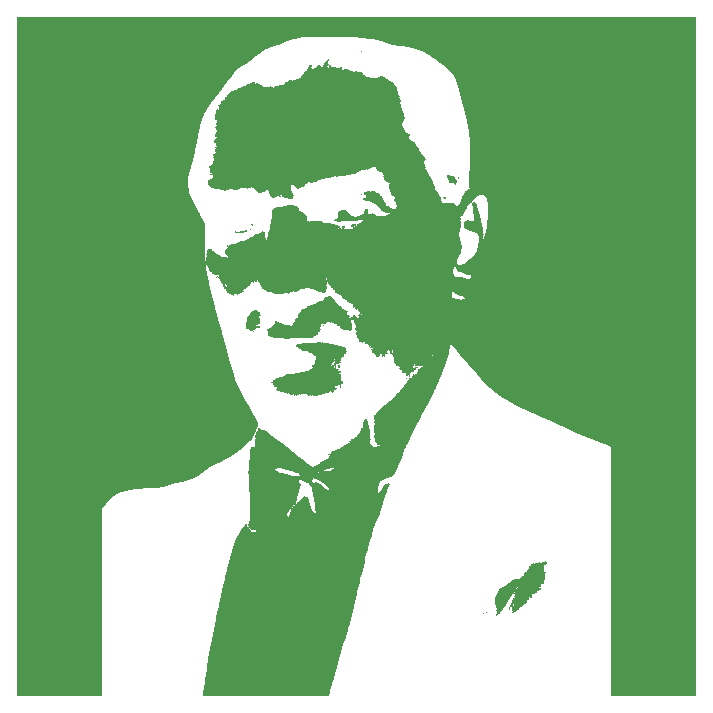
<source format=gbo>
G04*
G04 #@! TF.GenerationSoftware,Altium Limited,Altium Designer,21.4.1 (30)*
G04*
G04 Layer_Color=32896*
%FSLAX25Y25*%
%MOIN*%
G70*
G04*
G04 #@! TF.SameCoordinates,C77C1ACD-4D57-4A05-B96A-415324BACB4A*
G04*
G04*
G04 #@! TF.FilePolarity,Positive*
G04*
G01*
G75*
G36*
X128653Y224565D02*
X128586D01*
Y224632D01*
Y224699D01*
X128653D01*
Y224565D01*
D02*
G37*
G36*
X132763Y216210D02*
X132695D01*
Y216278D01*
X132763D01*
Y216210D01*
D02*
G37*
G36*
X106958Y215604D02*
X106891D01*
Y215536D01*
X106756D01*
Y215671D01*
X106958D01*
Y215604D01*
D02*
G37*
G36*
X79537Y202870D02*
X79604D01*
Y202601D01*
X79402D01*
Y202668D01*
X79335D01*
Y202938D01*
X79402D01*
Y203072D01*
X79470D01*
Y203140D01*
X79537D01*
Y202870D01*
D02*
G37*
G36*
X240158Y9843D02*
X211860D01*
Y92713D01*
X211793D01*
Y92780D01*
X211725D01*
Y92915D01*
X211658D01*
Y92983D01*
X211591D01*
Y93050D01*
X211523D01*
Y93117D01*
X211456D01*
Y93185D01*
X211187D01*
Y93252D01*
X210984D01*
Y93319D01*
X210850D01*
Y93387D01*
X210648D01*
Y93454D01*
X210513D01*
Y93521D01*
X210378D01*
Y93589D01*
X210176D01*
Y93656D01*
X209974D01*
Y93724D01*
X209772D01*
Y93791D01*
X209637D01*
Y93858D01*
X209435D01*
Y93926D01*
X209233D01*
Y93993D01*
X209031D01*
Y94060D01*
X208828D01*
Y94128D01*
X208626D01*
Y94195D01*
X208491D01*
Y94263D01*
X208289D01*
Y94330D01*
X208155D01*
Y94397D01*
X207952D01*
Y94465D01*
X207818D01*
Y94532D01*
X207683D01*
Y94599D01*
X207548D01*
Y94667D01*
X207414D01*
Y94734D01*
X207211D01*
Y94802D01*
X207077D01*
Y94869D01*
X206942D01*
Y94936D01*
X206740D01*
Y95004D01*
X206605D01*
Y95071D01*
X206470D01*
Y95139D01*
X206335D01*
Y95206D01*
X206133D01*
Y95273D01*
X205999D01*
Y95341D01*
X205797D01*
Y95408D01*
X205594D01*
Y95475D01*
X205460D01*
Y95543D01*
X205258D01*
Y95610D01*
X205055D01*
Y95678D01*
X204921D01*
Y95745D01*
X204719D01*
Y95812D01*
X204516D01*
Y95880D01*
X204247D01*
Y95947D01*
X204045D01*
Y96014D01*
X203843D01*
Y96082D01*
X203641D01*
Y96149D01*
X203438D01*
Y96216D01*
X203304D01*
Y96284D01*
X203102D01*
Y96351D01*
X202899D01*
Y96419D01*
X202697D01*
Y96486D01*
X202563D01*
Y96553D01*
X202360D01*
Y96621D01*
X202158D01*
Y96688D01*
X202024D01*
Y96755D01*
X201821D01*
Y96823D01*
X201687D01*
Y96890D01*
X201485D01*
Y96958D01*
X201350D01*
Y97025D01*
X201215D01*
Y97092D01*
X201013D01*
Y97160D01*
X200878D01*
Y97227D01*
X200744D01*
Y97294D01*
X200609D01*
Y97362D01*
X200407D01*
Y97429D01*
X200272D01*
Y97497D01*
X200137D01*
Y97564D01*
X200002D01*
Y97631D01*
X199868D01*
Y97699D01*
X199733D01*
Y97766D01*
X199531D01*
Y97834D01*
X199396D01*
Y97901D01*
X199261D01*
Y97968D01*
X199059D01*
Y98036D01*
X198924D01*
Y98103D01*
X198790D01*
Y98170D01*
X198655D01*
Y98238D01*
X198520D01*
Y98305D01*
X198385D01*
Y98373D01*
X198251D01*
Y98440D01*
X198116D01*
Y98507D01*
X197981D01*
Y98575D01*
X197846D01*
Y98642D01*
X197712D01*
Y98709D01*
X197644D01*
Y98777D01*
X197510D01*
Y98844D01*
X197375D01*
Y98911D01*
X197240D01*
Y98979D01*
X197105D01*
Y99046D01*
X196970D01*
Y99114D01*
X196836D01*
Y99181D01*
X196634D01*
Y99248D01*
X196499D01*
Y99316D01*
X196364D01*
Y99383D01*
X196229D01*
Y99450D01*
X196095D01*
Y99518D01*
X195960D01*
Y99585D01*
X195825D01*
Y99653D01*
X195690D01*
Y99720D01*
X195556D01*
Y99787D01*
X195421D01*
Y99855D01*
X195219D01*
Y99922D01*
X195084D01*
Y99989D01*
X194949D01*
Y100057D01*
X194815D01*
Y100124D01*
X194680D01*
Y100192D01*
X194545D01*
Y100259D01*
X194410D01*
Y100326D01*
X194275D01*
Y100394D01*
X194141D01*
Y100461D01*
X193939D01*
Y100528D01*
X193804D01*
Y100596D01*
X193669D01*
Y100663D01*
X193534D01*
Y100731D01*
X193400D01*
Y100798D01*
X193198D01*
Y100865D01*
X193063D01*
Y100933D01*
X192928D01*
Y101000D01*
X192793D01*
Y101067D01*
X192658D01*
Y101135D01*
X192524D01*
Y101202D01*
X192389D01*
Y101270D01*
X192254D01*
Y101337D01*
X192120D01*
Y101404D01*
X191985D01*
Y101472D01*
X191850D01*
Y101539D01*
X191648D01*
Y101606D01*
X191513D01*
Y101674D01*
X191311D01*
Y101741D01*
X191109D01*
Y101809D01*
X190974D01*
Y101876D01*
X190839D01*
Y101943D01*
X190637D01*
Y102011D01*
X190503D01*
Y102078D01*
X190300D01*
Y102145D01*
X190166D01*
Y102213D01*
X189964D01*
Y102280D01*
X189829D01*
Y102348D01*
X189559D01*
Y102415D01*
X189425D01*
Y102482D01*
X189222D01*
Y102550D01*
X189088D01*
Y102617D01*
X188886D01*
Y102684D01*
X188751D01*
Y102752D01*
X188549D01*
Y102819D01*
X188414D01*
Y102887D01*
X188212D01*
Y102954D01*
X188077D01*
Y103021D01*
X187942D01*
Y103089D01*
X187808D01*
Y103156D01*
X187673D01*
Y103223D01*
X187538D01*
Y103291D01*
X187403D01*
Y103358D01*
X187269D01*
Y103426D01*
X187134D01*
Y103493D01*
X186999D01*
Y103560D01*
X186864D01*
Y103628D01*
X186730D01*
Y103695D01*
X186595D01*
Y103762D01*
X186460D01*
Y103830D01*
X186325D01*
Y103897D01*
X186191D01*
Y103964D01*
X186056D01*
Y104032D01*
X185854D01*
Y104099D01*
X185719D01*
Y104167D01*
X185584D01*
Y104234D01*
X185382D01*
Y104301D01*
X185247D01*
Y104369D01*
X185045D01*
Y104436D01*
X184911D01*
Y104504D01*
X184776D01*
Y104571D01*
X184641D01*
Y104638D01*
X184439D01*
Y104706D01*
X184304D01*
Y104773D01*
X184169D01*
Y104840D01*
X184035D01*
Y104908D01*
X183900D01*
Y104975D01*
X183698D01*
Y105043D01*
X183563D01*
Y105110D01*
X183428D01*
Y105177D01*
X183226D01*
Y105245D01*
X183091D01*
Y105312D01*
X182957D01*
Y105379D01*
X182822D01*
Y105447D01*
X182687D01*
Y105514D01*
X182552D01*
Y105581D01*
X182418D01*
Y105649D01*
X182283D01*
Y105716D01*
X182081D01*
Y105784D01*
X181946D01*
Y105851D01*
X181811D01*
Y105918D01*
X181676D01*
Y105986D01*
X181542D01*
Y106053D01*
X181474D01*
Y106121D01*
X181340D01*
Y106188D01*
X181138D01*
Y106255D01*
X181003D01*
Y106323D01*
X180868D01*
Y106390D01*
X180733D01*
Y106457D01*
X180598D01*
Y106525D01*
X180531D01*
Y106592D01*
X180396D01*
Y106659D01*
X180262D01*
Y106727D01*
X180127D01*
Y106794D01*
X179992D01*
Y106862D01*
X179857D01*
Y106929D01*
X179723D01*
Y106996D01*
X179588D01*
Y107064D01*
X179453D01*
Y107131D01*
X179318D01*
Y107199D01*
X179251D01*
Y107266D01*
X179116D01*
Y107333D01*
X178981D01*
Y107401D01*
X178914D01*
Y107468D01*
X178779D01*
Y107535D01*
X178645D01*
Y107603D01*
X178577D01*
Y107670D01*
X178443D01*
Y107738D01*
X178308D01*
Y107805D01*
X178173D01*
Y107872D01*
X178106D01*
Y107940D01*
X177971D01*
Y108007D01*
X177836D01*
Y108074D01*
X177769D01*
Y108142D01*
X177634D01*
Y108209D01*
X177499D01*
Y108276D01*
X177432D01*
Y108344D01*
X177297D01*
Y108411D01*
X177162D01*
Y108479D01*
X177028D01*
Y108546D01*
X176960D01*
Y108613D01*
X176825D01*
Y108681D01*
X176691D01*
Y108748D01*
X176556D01*
Y108816D01*
X176421D01*
Y108883D01*
X176287D01*
Y108950D01*
X176152D01*
Y109018D01*
X176084D01*
Y109085D01*
X175882D01*
Y109152D01*
X175748D01*
Y109220D01*
X175613D01*
Y109287D01*
X175545D01*
Y109354D01*
X175411D01*
Y109422D01*
X175276D01*
Y109489D01*
X175209D01*
Y109557D01*
X175141D01*
Y109624D01*
X175006D01*
Y109691D01*
X174939D01*
Y109759D01*
X174872D01*
Y109826D01*
X174804D01*
Y109894D01*
X174670D01*
Y109961D01*
X174602D01*
Y110028D01*
X174468D01*
Y110096D01*
X174400D01*
Y110163D01*
X174333D01*
Y110230D01*
X174198D01*
Y110298D01*
X174131D01*
Y110365D01*
X174063D01*
Y110433D01*
X173928D01*
Y110500D01*
X173861D01*
Y110567D01*
X173794D01*
Y110635D01*
X173659D01*
Y110702D01*
X173592D01*
Y110769D01*
X173524D01*
Y110837D01*
X173389D01*
Y110904D01*
X173322D01*
Y110971D01*
X173255D01*
Y111039D01*
X173187D01*
Y111106D01*
X173053D01*
Y111174D01*
X172985D01*
Y111241D01*
X172918D01*
Y111308D01*
X172851D01*
Y111376D01*
X172783D01*
Y111443D01*
X172716D01*
Y111511D01*
X172648D01*
Y111578D01*
X172514D01*
Y111645D01*
X172446D01*
Y111713D01*
X172379D01*
Y111780D01*
X172311D01*
Y111847D01*
X172244D01*
Y111915D01*
X172109D01*
Y111982D01*
X172042D01*
Y112049D01*
X171975D01*
Y112117D01*
X171907D01*
Y112184D01*
X171773D01*
Y112252D01*
X171705D01*
Y112319D01*
X171638D01*
Y112386D01*
X171570D01*
Y112454D01*
X171436D01*
Y112521D01*
X171368D01*
Y112589D01*
X171301D01*
Y112656D01*
X171233D01*
Y112723D01*
X171166D01*
Y112791D01*
X171031D01*
Y112858D01*
X170964D01*
Y112925D01*
X170897D01*
Y112993D01*
X170829D01*
Y113060D01*
X170762D01*
Y113128D01*
X170694D01*
Y113195D01*
X170627D01*
Y113262D01*
X170560D01*
Y113330D01*
X170492D01*
Y113397D01*
X170425D01*
Y113464D01*
X170358D01*
Y113532D01*
X170290D01*
Y113599D01*
X170223D01*
Y113666D01*
X170156D01*
Y113734D01*
X170088D01*
Y113801D01*
X170021D01*
Y113869D01*
X169953D01*
Y113936D01*
X169886D01*
Y114003D01*
X169819D01*
Y114071D01*
X169751D01*
Y114138D01*
X169684D01*
Y114205D01*
X169616D01*
Y114273D01*
X169549D01*
Y114340D01*
X169482D01*
Y114408D01*
X169414D01*
Y114542D01*
X169347D01*
Y114610D01*
X169280D01*
Y114677D01*
X169212D01*
Y114744D01*
X169145D01*
Y114812D01*
X169078D01*
Y114879D01*
X169010D01*
Y114947D01*
X168943D01*
Y115014D01*
X168875D01*
Y115081D01*
X168808D01*
Y115149D01*
X168741D01*
Y115216D01*
X168673D01*
Y115283D01*
X168606D01*
Y115351D01*
X168538D01*
Y115486D01*
X168471D01*
Y115553D01*
X168404D01*
Y115620D01*
X168336D01*
Y115688D01*
X168269D01*
Y115822D01*
X168202D01*
Y115890D01*
X168134D01*
Y115957D01*
X168067D01*
Y116025D01*
X167999D01*
Y116159D01*
X167932D01*
Y116227D01*
X167865D01*
Y116294D01*
X167797D01*
Y116361D01*
X167730D01*
Y116429D01*
X167663D01*
Y116564D01*
X167595D01*
Y116631D01*
X167528D01*
Y116698D01*
X167461D01*
Y116833D01*
X167393D01*
Y116900D01*
X167326D01*
Y116968D01*
X167258D01*
Y117103D01*
X167191D01*
Y117170D01*
X167124D01*
Y117237D01*
X167056D01*
Y117305D01*
X166989D01*
Y117372D01*
X166921D01*
Y117439D01*
X166854D01*
Y117574D01*
X166787D01*
Y117641D01*
X166719D01*
Y117709D01*
X166652D01*
Y117776D01*
X166585D01*
Y117844D01*
X166517D01*
Y117911D01*
X166450D01*
Y117978D01*
X166383D01*
Y118046D01*
X166315D01*
Y118113D01*
X166248D01*
Y118248D01*
X166180D01*
Y118315D01*
X166113D01*
Y118383D01*
X166046D01*
Y118450D01*
X165978D01*
Y118517D01*
X165911D01*
Y118585D01*
X165843D01*
Y118652D01*
X165776D01*
Y118719D01*
X165709D01*
Y118787D01*
X165641D01*
Y118854D01*
X165574D01*
Y118922D01*
X165507D01*
Y118989D01*
X165439D01*
Y119056D01*
X165372D01*
Y119124D01*
X165305D01*
Y119191D01*
X165237D01*
Y119258D01*
X165170D01*
Y119326D01*
X165102D01*
Y119393D01*
X165035D01*
Y119461D01*
X164968D01*
Y119595D01*
X164900D01*
Y119663D01*
X164833D01*
Y119730D01*
X164766D01*
Y119798D01*
X164698D01*
Y119865D01*
X164631D01*
Y119932D01*
X164563D01*
Y120000D01*
X164496D01*
Y120134D01*
X164429D01*
Y120202D01*
X164361D01*
Y120269D01*
X164294D01*
Y120336D01*
X164226D01*
Y120404D01*
X164159D01*
Y120539D01*
X164092D01*
Y120606D01*
X164024D01*
Y120673D01*
X163957D01*
Y120741D01*
X163890D01*
Y120808D01*
X163822D01*
Y120876D01*
X163755D01*
Y120943D01*
X163688D01*
Y121010D01*
X163620D01*
Y121078D01*
X163553D01*
Y121145D01*
X163485D01*
Y121212D01*
X163418D01*
Y121280D01*
X163351D01*
Y121414D01*
X163283D01*
Y121482D01*
X163216D01*
Y121549D01*
X163149D01*
Y121617D01*
X163081D01*
Y121684D01*
X163014D01*
Y121751D01*
X162946D01*
Y121819D01*
X162879D01*
Y121886D01*
X162812D01*
Y121953D01*
X162744D01*
Y122021D01*
X162677D01*
Y122088D01*
X162610D01*
Y122156D01*
X162542D01*
Y122223D01*
X162475D01*
Y122290D01*
X162407D01*
Y122358D01*
X162340D01*
Y122425D01*
X162273D01*
Y122493D01*
X162205D01*
Y122560D01*
X162138D01*
Y122627D01*
X162071D01*
Y122762D01*
X162003D01*
Y122829D01*
X161936D01*
Y122897D01*
X161868D01*
Y123031D01*
X161801D01*
Y123166D01*
X161734D01*
Y123234D01*
X161666D01*
Y123301D01*
X161599D01*
Y123436D01*
X161532D01*
Y123503D01*
X161464D01*
Y123571D01*
X161397D01*
Y123638D01*
X161329D01*
Y123705D01*
X161262D01*
Y123773D01*
X161195D01*
Y123840D01*
X161127D01*
Y123975D01*
X161060D01*
Y124042D01*
X160993D01*
Y124109D01*
X160925D01*
Y124244D01*
X160858D01*
Y124312D01*
X160791D01*
Y124379D01*
X160723D01*
Y124446D01*
X160656D01*
Y124581D01*
X160588D01*
Y124648D01*
X160521D01*
Y124783D01*
X160454D01*
Y124851D01*
X160386D01*
Y124918D01*
X160319D01*
Y125053D01*
X160251D01*
Y125120D01*
X160184D01*
Y125188D01*
X160117D01*
Y125255D01*
X160049D01*
Y125390D01*
X159982D01*
Y125457D01*
X159915D01*
Y125524D01*
X159847D01*
Y125592D01*
X159780D01*
Y125726D01*
X159713D01*
Y125794D01*
X159645D01*
Y125861D01*
X159578D01*
Y125929D01*
X159510D01*
Y125996D01*
X159443D01*
Y126063D01*
X159376D01*
Y126131D01*
X159308D01*
Y126198D01*
X159241D01*
Y126266D01*
X159174D01*
Y126333D01*
X159106D01*
Y126400D01*
X158971D01*
Y126468D01*
X158904D01*
Y126535D01*
X158837D01*
Y126602D01*
X158769D01*
Y126670D01*
X158702D01*
Y126737D01*
X158567D01*
Y126804D01*
X158500D01*
Y126872D01*
X158365D01*
Y126939D01*
X158163D01*
Y126602D01*
X158096D01*
Y126198D01*
X158028D01*
Y125726D01*
X157961D01*
Y125390D01*
X157893D01*
Y125188D01*
X157826D01*
Y124312D01*
X157759D01*
Y123975D01*
X157691D01*
Y123705D01*
X157624D01*
Y123436D01*
X157556D01*
Y123166D01*
X157489D01*
Y122897D01*
X157422D01*
Y122695D01*
X157354D01*
Y122425D01*
X157287D01*
Y122358D01*
X157220D01*
Y122088D01*
X157152D01*
Y121751D01*
X157085D01*
Y121617D01*
X157018D01*
Y121549D01*
X156950D01*
Y121414D01*
X156883D01*
Y121145D01*
X156815D01*
Y120943D01*
X156748D01*
Y120741D01*
X156681D01*
Y120539D01*
X156613D01*
Y120404D01*
X156546D01*
Y120202D01*
X156479D01*
Y120067D01*
X156411D01*
Y119798D01*
X156344D01*
Y119528D01*
X156276D01*
Y119326D01*
X156209D01*
Y119056D01*
X156142D01*
Y118922D01*
X156074D01*
Y118854D01*
X156007D01*
Y118719D01*
X155939D01*
Y118450D01*
X155872D01*
Y118181D01*
X155805D01*
Y118046D01*
X155737D01*
Y117978D01*
X155670D01*
Y117776D01*
X155603D01*
Y117574D01*
X155535D01*
Y117305D01*
X155468D01*
Y117170D01*
X155401D01*
Y117035D01*
X155333D01*
Y116900D01*
X155266D01*
Y116766D01*
X155198D01*
Y116631D01*
X155131D01*
Y116429D01*
X155064D01*
Y116294D01*
X154996D01*
Y116159D01*
X154929D01*
Y116025D01*
X154861D01*
Y115890D01*
X154794D01*
Y115620D01*
X154727D01*
Y115486D01*
X154659D01*
Y115418D01*
X154592D01*
Y115283D01*
X154525D01*
Y115149D01*
X154457D01*
Y114947D01*
X154390D01*
Y114812D01*
X154323D01*
Y114542D01*
X154255D01*
Y114408D01*
X154188D01*
Y114273D01*
X154120D01*
Y114138D01*
X154053D01*
Y114071D01*
X153986D01*
Y113936D01*
X153918D01*
Y113734D01*
X153851D01*
Y113532D01*
X153784D01*
Y113330D01*
X153716D01*
Y113262D01*
X153649D01*
Y113128D01*
X153581D01*
Y112993D01*
X153514D01*
Y112858D01*
X153447D01*
Y112656D01*
X153379D01*
Y112521D01*
X153312D01*
Y112319D01*
X153244D01*
Y112184D01*
X153177D01*
Y112049D01*
X153110D01*
Y111982D01*
X153042D01*
Y111847D01*
X152975D01*
Y111713D01*
X152908D01*
Y111578D01*
X152840D01*
Y111443D01*
X152773D01*
Y111241D01*
X152706D01*
Y111106D01*
X152638D01*
Y110904D01*
X152571D01*
Y110769D01*
X152503D01*
Y110567D01*
X152436D01*
Y110433D01*
X152369D01*
Y110230D01*
X152301D01*
Y110096D01*
X152234D01*
Y110028D01*
X152166D01*
Y109894D01*
X152099D01*
Y109759D01*
X152032D01*
Y109489D01*
X151964D01*
Y109422D01*
X151897D01*
Y109220D01*
X151830D01*
Y109085D01*
X151762D01*
Y108950D01*
X151695D01*
Y108816D01*
X151628D01*
Y108748D01*
X151560D01*
Y108613D01*
X151493D01*
Y108479D01*
X151425D01*
Y108344D01*
X151358D01*
Y108209D01*
X151291D01*
Y108142D01*
X151223D01*
Y108074D01*
X151156D01*
Y107872D01*
X151089D01*
Y107738D01*
X151021D01*
Y107670D01*
X150954D01*
Y107535D01*
X150886D01*
Y107468D01*
X150819D01*
Y107333D01*
X150752D01*
Y107131D01*
X150684D01*
Y106996D01*
X150617D01*
Y106862D01*
X150549D01*
Y106794D01*
X150482D01*
Y106659D01*
X150415D01*
Y106592D01*
X150347D01*
Y106457D01*
X150280D01*
Y106255D01*
X150213D01*
Y106188D01*
X150145D01*
Y106053D01*
X150078D01*
Y105918D01*
X150011D01*
Y105784D01*
X149943D01*
Y105649D01*
X149876D01*
Y105514D01*
X149808D01*
Y105379D01*
X149741D01*
Y105245D01*
X149674D01*
Y105110D01*
X149606D01*
Y104975D01*
X149539D01*
Y104908D01*
X149472D01*
Y104773D01*
X149404D01*
Y104638D01*
X149337D01*
Y104571D01*
X149269D01*
Y104504D01*
X149202D01*
Y104436D01*
X149135D01*
Y104369D01*
X149067D01*
Y104301D01*
X149000D01*
Y104234D01*
X148933D01*
Y104099D01*
X148865D01*
Y103964D01*
X148798D01*
Y103762D01*
X148730D01*
Y103493D01*
X148663D01*
Y103358D01*
X148596D01*
Y103156D01*
X148528D01*
Y103021D01*
X148461D01*
Y102887D01*
X148394D01*
Y102752D01*
X148326D01*
Y102550D01*
X148259D01*
Y102415D01*
X148191D01*
Y102280D01*
X148124D01*
Y102145D01*
X147989D01*
Y102011D01*
X147922D01*
Y101943D01*
X147855D01*
Y101674D01*
X147787D01*
Y101539D01*
X147720D01*
Y101404D01*
X147652D01*
Y101270D01*
X147585D01*
Y101202D01*
X147518D01*
Y101067D01*
X147450D01*
Y100933D01*
X147383D01*
Y100865D01*
X147316D01*
Y100731D01*
X147248D01*
Y100528D01*
X147181D01*
Y100394D01*
X147113D01*
Y100326D01*
X147046D01*
Y100192D01*
X146979D01*
Y100057D01*
X146911D01*
Y99989D01*
X146844D01*
Y99855D01*
X146777D01*
Y99720D01*
X146709D01*
Y99585D01*
X146642D01*
Y99383D01*
X146574D01*
Y99181D01*
X146507D01*
Y99046D01*
X146440D01*
Y98911D01*
X146372D01*
Y98777D01*
X146305D01*
Y98709D01*
X146238D01*
Y98642D01*
X146170D01*
Y98507D01*
X146103D01*
Y98373D01*
X146036D01*
Y98238D01*
X145968D01*
Y98103D01*
X145901D01*
Y97968D01*
X145833D01*
Y97901D01*
X145766D01*
Y97766D01*
X145699D01*
Y97564D01*
X145631D01*
Y97429D01*
X145564D01*
Y97227D01*
X145496D01*
Y97092D01*
X145429D01*
Y97025D01*
X145362D01*
Y96890D01*
X145294D01*
Y96823D01*
X145227D01*
Y96621D01*
X145160D01*
Y96486D01*
X145092D01*
Y96419D01*
X145025D01*
Y96351D01*
X144957D01*
Y96149D01*
X144890D01*
Y95947D01*
X144823D01*
Y95812D01*
X144755D01*
Y95745D01*
X144688D01*
Y95543D01*
X144621D01*
Y95341D01*
X144553D01*
Y95071D01*
X144486D01*
Y94869D01*
X144419D01*
Y94667D01*
X144351D01*
Y94532D01*
X144284D01*
Y94397D01*
X144216D01*
Y94263D01*
X144149D01*
Y93993D01*
X144082D01*
Y93926D01*
X144014D01*
Y93791D01*
X143947D01*
Y93656D01*
X143879D01*
Y93589D01*
X143812D01*
Y93521D01*
X143745D01*
Y93454D01*
X143677D01*
Y93387D01*
X143610D01*
Y93252D01*
X143543D01*
Y93117D01*
X143475D01*
Y92915D01*
X143408D01*
Y92780D01*
X143341D01*
Y92646D01*
X143273D01*
Y92444D01*
X143138D01*
Y92309D01*
X143071D01*
Y92241D01*
X143004D01*
Y92174D01*
X142936D01*
Y92039D01*
X142869D01*
Y91837D01*
X142801D01*
Y91635D01*
X142734D01*
Y91433D01*
X142667D01*
Y91298D01*
X142599D01*
Y90961D01*
X142532D01*
Y90624D01*
X142465D01*
Y90422D01*
X142397D01*
Y90220D01*
X142330D01*
Y89749D01*
X142262D01*
Y89614D01*
X142195D01*
Y89479D01*
X142128D01*
Y89344D01*
X142060D01*
Y89142D01*
X141993D01*
Y88940D01*
X141926D01*
Y88873D01*
X141858D01*
Y88738D01*
X141791D01*
Y88603D01*
X141724D01*
Y88401D01*
X141656D01*
Y88266D01*
X141589D01*
Y88199D01*
X141521D01*
Y88132D01*
X141454D01*
Y87997D01*
X141387D01*
Y87727D01*
X141319D01*
Y87458D01*
X141252D01*
Y87256D01*
X141184D01*
Y87054D01*
X141117D01*
Y86986D01*
X141050D01*
Y86851D01*
X140982D01*
Y86784D01*
X140915D01*
Y86649D01*
X140848D01*
Y86313D01*
X140780D01*
Y86178D01*
X140713D01*
Y86043D01*
X140646D01*
Y85976D01*
X140578D01*
Y85841D01*
X140511D01*
Y85706D01*
X140443D01*
Y85437D01*
X140376D01*
Y85234D01*
X140309D01*
Y85100D01*
X140241D01*
Y84965D01*
X140174D01*
Y84830D01*
X140106D01*
Y84763D01*
X140039D01*
Y84628D01*
X139972D01*
Y84493D01*
X139904D01*
Y84359D01*
X139837D01*
Y84224D01*
X139770D01*
Y84089D01*
X139702D01*
Y84022D01*
X139635D01*
Y83887D01*
X139567D01*
Y83820D01*
X139500D01*
Y83752D01*
X139433D01*
Y83618D01*
X139365D01*
Y83550D01*
X139298D01*
Y83483D01*
X139231D01*
Y83415D01*
X139163D01*
Y83348D01*
X139096D01*
Y83281D01*
X139029D01*
Y83213D01*
X138961D01*
Y83146D01*
X138894D01*
Y83078D01*
X138759D01*
Y83011D01*
X138422D01*
Y82944D01*
X138287D01*
Y82876D01*
X138018D01*
Y82809D01*
X137816D01*
Y82742D01*
X137748D01*
Y82674D01*
X137614D01*
Y82607D01*
X137277D01*
Y82539D01*
X136940D01*
Y82472D01*
X136805D01*
Y82405D01*
X136670D01*
Y82337D01*
X136536D01*
Y82270D01*
X136334D01*
Y82203D01*
X136199D01*
Y82135D01*
X136064D01*
Y82068D01*
X135997D01*
Y82000D01*
X135929D01*
Y81933D01*
X135795D01*
Y81866D01*
X135660D01*
Y81798D01*
X135525D01*
Y81731D01*
X135458D01*
Y81664D01*
X135323D01*
Y81596D01*
X135188D01*
Y81529D01*
X135053D01*
Y81462D01*
X134986D01*
Y81394D01*
X134919D01*
Y81327D01*
X134851D01*
Y81259D01*
X134784D01*
Y81192D01*
X134717D01*
Y80990D01*
X134649D01*
Y80788D01*
X134582D01*
Y80586D01*
X134514D01*
Y80383D01*
X134447D01*
Y80316D01*
X134380D01*
Y80181D01*
X134312D01*
Y79979D01*
X134245D01*
Y79777D01*
X134178D01*
Y79373D01*
X134110D01*
Y78901D01*
X134178D01*
Y78497D01*
X134110D01*
Y78093D01*
X134043D01*
Y77823D01*
X134110D01*
Y77688D01*
X134178D01*
Y77621D01*
X134245D01*
Y77486D01*
X134447D01*
Y77688D01*
X134514D01*
Y77756D01*
X134582D01*
Y77823D01*
X134649D01*
Y77891D01*
X134717D01*
Y77958D01*
X134851D01*
Y78025D01*
X134919D01*
Y78093D01*
X134986D01*
Y78160D01*
X135053D01*
Y78295D01*
X135121D01*
Y78362D01*
X135188D01*
Y78497D01*
X135256D01*
Y78632D01*
X135323D01*
Y78699D01*
X135390D01*
Y78767D01*
X135458D01*
Y78834D01*
X135525D01*
Y78901D01*
X135592D01*
Y79036D01*
X135660D01*
Y79373D01*
X135727D01*
Y79710D01*
X135795D01*
Y79777D01*
X135862D01*
Y79844D01*
X135929D01*
Y79912D01*
X135997D01*
Y79979D01*
X136064D01*
Y80047D01*
X136131D01*
Y80114D01*
X136199D01*
Y80181D01*
X136334D01*
Y80249D01*
X136401D01*
Y80316D01*
X136536D01*
Y80383D01*
X136670D01*
Y80451D01*
X136738D01*
Y80518D01*
X136805D01*
Y80586D01*
X136940D01*
Y80653D01*
X137479D01*
Y80720D01*
X137748D01*
Y80653D01*
X137951D01*
Y80586D01*
X138018D01*
Y80249D01*
X137951D01*
Y80114D01*
X137883D01*
Y79777D01*
X137816D01*
Y79642D01*
X137748D01*
Y79508D01*
X137681D01*
Y79373D01*
X137614D01*
Y79305D01*
X137546D01*
Y79238D01*
X137479D01*
Y79036D01*
X137411D01*
Y78834D01*
X137344D01*
Y78699D01*
X137277D01*
Y78564D01*
X137209D01*
Y78430D01*
X137142D01*
Y78093D01*
X137075D01*
Y77891D01*
X137007D01*
Y77621D01*
X136940D01*
Y77486D01*
X136872D01*
Y77352D01*
X136805D01*
Y77217D01*
X136738D01*
Y77149D01*
X136670D01*
Y76880D01*
X136603D01*
Y76813D01*
X136536D01*
Y76543D01*
X136468D01*
Y76341D01*
X136401D01*
Y76139D01*
X136334D01*
Y75802D01*
X136266D01*
Y75533D01*
X136199D01*
Y75330D01*
X136131D01*
Y75061D01*
X136064D01*
Y74859D01*
X135997D01*
Y74724D01*
X135929D01*
Y74522D01*
X135862D01*
Y74252D01*
X135795D01*
Y74118D01*
X135727D01*
Y73848D01*
X135660D01*
Y73646D01*
X135592D01*
Y73309D01*
X135525D01*
Y73107D01*
X135458D01*
Y72905D01*
X135390D01*
Y72770D01*
X135323D01*
Y72568D01*
X135256D01*
Y72299D01*
X135188D01*
Y72029D01*
X135121D01*
Y71894D01*
X135053D01*
Y71625D01*
X134986D01*
Y71355D01*
X134919D01*
Y71018D01*
X134851D01*
Y70816D01*
X134784D01*
Y70682D01*
X134717D01*
Y70412D01*
X134649D01*
Y70277D01*
X134582D01*
Y70075D01*
X134514D01*
Y70008D01*
X134447D01*
Y69873D01*
X134380D01*
Y69806D01*
X134312D01*
Y69671D01*
X134245D01*
Y69604D01*
X134178D01*
Y69469D01*
X134110D01*
Y69199D01*
X134043D01*
Y69132D01*
X133975D01*
Y68997D01*
X133908D01*
Y68862D01*
X133841D01*
Y68728D01*
X133773D01*
Y68526D01*
X133706D01*
Y68391D01*
X133639D01*
Y68054D01*
X133571D01*
Y67919D01*
X133504D01*
Y67852D01*
X133436D01*
Y67717D01*
X133369D01*
Y67582D01*
X133302D01*
Y67448D01*
X133234D01*
Y67313D01*
X133167D01*
Y67043D01*
X133100D01*
Y66909D01*
X133032D01*
Y66774D01*
X132965D01*
Y66572D01*
X132897D01*
Y66504D01*
X132830D01*
Y66370D01*
X132763D01*
Y66235D01*
X132695D01*
Y66033D01*
X132628D01*
Y65831D01*
X132561D01*
Y65696D01*
X132493D01*
Y65561D01*
X132426D01*
Y65426D01*
X132359D01*
Y65157D01*
X132291D01*
Y64618D01*
X132224D01*
Y64416D01*
X132156D01*
Y64146D01*
X132089D01*
Y63540D01*
X132022D01*
Y63203D01*
X131954D01*
Y62799D01*
X131887D01*
Y62597D01*
X131819D01*
Y62394D01*
X131752D01*
Y62260D01*
X131685D01*
Y62125D01*
X131617D01*
Y61990D01*
X131550D01*
Y61653D01*
X131483D01*
Y61519D01*
X131415D01*
Y61317D01*
X131348D01*
Y61249D01*
X131213D01*
Y61114D01*
X131146D01*
Y60643D01*
X131078D01*
Y60306D01*
X131011D01*
Y59902D01*
X130944D01*
Y59295D01*
X130876D01*
Y59026D01*
X130809D01*
Y58824D01*
X130742D01*
Y58554D01*
X130674D01*
Y58217D01*
X130607D01*
Y58150D01*
X130539D01*
Y58015D01*
X130472D01*
Y57881D01*
X130405D01*
Y57746D01*
X130337D01*
Y57611D01*
X130270D01*
Y57544D01*
X130202D01*
Y57341D01*
X130135D01*
Y57207D01*
X130068D01*
Y57005D01*
X130000D01*
Y56668D01*
X129933D01*
Y56533D01*
X129866D01*
Y56061D01*
X129933D01*
Y55994D01*
X129866D01*
Y55590D01*
X129798D01*
Y55522D01*
X129866D01*
Y55118D01*
X129798D01*
Y54579D01*
X129731D01*
Y54242D01*
X129664D01*
Y53771D01*
X129596D01*
Y53030D01*
X129529D01*
Y52827D01*
X129461D01*
Y52693D01*
X129394D01*
Y52491D01*
X129327D01*
Y52356D01*
X129259D01*
Y52221D01*
X129192D01*
Y52086D01*
X129124D01*
Y51817D01*
X129057D01*
Y51547D01*
X128990D01*
Y51345D01*
X128922D01*
Y51210D01*
X128855D01*
Y50941D01*
X128788D01*
Y50739D01*
X128720D01*
Y50469D01*
X128653D01*
Y50335D01*
X128586D01*
Y50267D01*
X128451D01*
Y50132D01*
X128383D01*
Y50065D01*
X128316D01*
Y49661D01*
X128249D01*
Y49257D01*
X128181D01*
Y48583D01*
X128114D01*
Y48111D01*
X128047D01*
Y47370D01*
X127979D01*
Y47168D01*
X127912D01*
Y47033D01*
X127844D01*
Y46898D01*
X127777D01*
Y46494D01*
X127710D01*
Y46359D01*
X127642D01*
Y46225D01*
X127575D01*
Y46023D01*
X127507D01*
Y45820D01*
X127440D01*
Y45686D01*
X127373D01*
Y45349D01*
X127305D01*
Y45079D01*
X127238D01*
Y44810D01*
X127171D01*
Y44675D01*
X127103D01*
Y44069D01*
X127036D01*
Y43665D01*
X126969D01*
Y43328D01*
X126901D01*
Y42923D01*
X126834D01*
Y42654D01*
X126766D01*
Y42452D01*
X126699D01*
Y42182D01*
X126632D01*
Y41778D01*
X126564D01*
Y41643D01*
X126497D01*
Y41441D01*
X126429D01*
Y40902D01*
X126362D01*
Y40700D01*
X126295D01*
Y40498D01*
X126227D01*
Y39959D01*
X126160D01*
Y39689D01*
X126093D01*
Y39555D01*
X126025D01*
Y39353D01*
X125958D01*
Y38881D01*
X125891D01*
Y38409D01*
X125823D01*
Y38140D01*
X125756D01*
Y37870D01*
X125688D01*
Y37668D01*
X125621D01*
Y37399D01*
X125554D01*
Y37196D01*
X125486D01*
Y36994D01*
X125419D01*
Y36658D01*
X125352D01*
Y36253D01*
X125284D01*
Y35984D01*
X125217D01*
Y35445D01*
X125149D01*
Y35175D01*
X125082D01*
Y34906D01*
X125015D01*
Y34704D01*
X124947D01*
Y34501D01*
X124880D01*
Y34232D01*
X124812D01*
Y34030D01*
X124745D01*
Y33828D01*
X124678D01*
Y33626D01*
X124610D01*
Y33491D01*
X124543D01*
Y33221D01*
X124476D01*
Y33087D01*
X124408D01*
Y33019D01*
X124341D01*
Y32682D01*
X124274D01*
Y32346D01*
X124206D01*
Y32143D01*
X124139D01*
Y31874D01*
X124071D01*
Y31672D01*
X124004D01*
Y31335D01*
X123937D01*
Y30931D01*
X123869D01*
Y30661D01*
X123802D01*
Y30459D01*
X123734D01*
Y30190D01*
X123667D01*
Y30055D01*
X123600D01*
Y29651D01*
X123532D01*
Y29314D01*
X123465D01*
Y29179D01*
X123398D01*
Y28977D01*
X123330D01*
Y28842D01*
X123263D01*
Y28707D01*
X123196D01*
Y28573D01*
X123128D01*
Y28438D01*
X123061D01*
Y28236D01*
X122993D01*
Y28101D01*
X122926D01*
Y27966D01*
X122859D01*
Y27764D01*
X122791D01*
Y27697D01*
X122724D01*
Y27562D01*
X122657D01*
Y27360D01*
X122589D01*
Y27158D01*
X122522D01*
Y26956D01*
X122454D01*
Y26754D01*
X122387D01*
Y26686D01*
X122320D01*
Y26417D01*
X122252D01*
Y26215D01*
X122185D01*
Y26012D01*
X122118D01*
Y25743D01*
X122050D01*
Y25473D01*
X121983D01*
Y25204D01*
X121915D01*
Y24934D01*
X121848D01*
Y24732D01*
X121781D01*
Y24463D01*
X121713D01*
Y24193D01*
X121646D01*
Y23924D01*
X121579D01*
Y23722D01*
X121511D01*
Y23452D01*
X121444D01*
Y23250D01*
X121376D01*
Y23115D01*
X121309D01*
Y22846D01*
X121242D01*
Y22644D01*
X121174D01*
Y22374D01*
X121107D01*
Y22172D01*
X121040D01*
Y21903D01*
X120972D01*
Y21566D01*
X120905D01*
Y21363D01*
X120837D01*
Y20959D01*
X120770D01*
Y20757D01*
X120703D01*
Y20488D01*
X120635D01*
Y20218D01*
X120568D01*
Y20083D01*
X120501D01*
Y19747D01*
X120433D01*
Y19477D01*
X120366D01*
Y19208D01*
X120298D01*
Y18938D01*
X120231D01*
Y18803D01*
X120164D01*
Y18534D01*
X120096D01*
Y18264D01*
X120029D01*
Y17995D01*
X119962D01*
Y17793D01*
X119894D01*
Y17523D01*
X119827D01*
Y17254D01*
X119759D01*
Y16984D01*
X119692D01*
Y16782D01*
X119625D01*
Y16647D01*
X119557D01*
Y16378D01*
X119490D01*
Y16041D01*
X119423D01*
Y15839D01*
X119355D01*
Y15569D01*
X119288D01*
Y15300D01*
X119220D01*
Y15030D01*
X119153D01*
Y14963D01*
X119086D01*
Y14828D01*
X119018D01*
Y14491D01*
X118951D01*
Y14222D01*
X118884D01*
Y13885D01*
X118816D01*
Y13683D01*
X118749D01*
Y13346D01*
X118682D01*
Y13077D01*
X118614D01*
Y12874D01*
X118547D01*
Y12538D01*
X118479D01*
Y12403D01*
X118412D01*
Y12268D01*
X118345D01*
Y12066D01*
X118277D01*
Y11796D01*
X118210D01*
Y11460D01*
X118142D01*
Y11190D01*
X118075D01*
Y10853D01*
X118008D01*
Y10584D01*
X117940D01*
Y10314D01*
X117873D01*
Y10045D01*
X117806D01*
Y9843D01*
X75562D01*
Y9910D01*
X75629D01*
Y10112D01*
X75697D01*
Y10651D01*
X75764D01*
Y10921D01*
X75831D01*
Y11325D01*
X75899D01*
Y11796D01*
X75966D01*
Y12268D01*
X76034D01*
Y12740D01*
X76101D01*
Y13077D01*
X76168D01*
Y13279D01*
X76236D01*
Y13548D01*
X76303D01*
Y14357D01*
X76370D01*
Y15165D01*
X76438D01*
Y15435D01*
X76505D01*
Y16041D01*
X76573D01*
Y16310D01*
X76640D01*
Y16580D01*
X76707D01*
Y16782D01*
X76775D01*
Y17052D01*
X76842D01*
Y17523D01*
X76909D01*
Y17725D01*
X76977D01*
Y18669D01*
X77044D01*
Y19747D01*
X77112D01*
Y19949D01*
X77179D01*
Y20218D01*
X77246D01*
Y20353D01*
X77179D01*
Y20622D01*
X77246D01*
Y20959D01*
X77314D01*
Y21768D01*
X77381D01*
Y22037D01*
X77448D01*
Y22374D01*
X77516D01*
Y22913D01*
X77583D01*
Y23183D01*
X77650D01*
Y23452D01*
X77718D01*
Y24058D01*
X77785D01*
Y24328D01*
X77853D01*
Y24665D01*
X77920D01*
Y25002D01*
X77987D01*
Y25339D01*
X78055D01*
Y25675D01*
X78122D01*
Y25945D01*
X78189D01*
Y26147D01*
X78257D01*
Y26417D01*
X78324D01*
Y26686D01*
X78392D01*
Y27090D01*
X78459D01*
Y27292D01*
X78526D01*
Y27427D01*
X78594D01*
Y27764D01*
X78661D01*
Y28303D01*
X78728D01*
Y28573D01*
X78796D01*
Y29179D01*
X78863D01*
Y29314D01*
X78931D01*
Y29651D01*
X78998D01*
Y29853D01*
X79065D01*
Y30257D01*
X79133D01*
Y30594D01*
X79200D01*
Y30796D01*
X79267D01*
Y31065D01*
X79335D01*
Y31470D01*
X79402D01*
Y31807D01*
X79470D01*
Y32346D01*
X79537D01*
Y32750D01*
X79604D01*
Y32952D01*
X79672D01*
Y33289D01*
X79739D01*
Y33558D01*
X79806D01*
Y33895D01*
X79874D01*
Y34097D01*
X79941D01*
Y34367D01*
X80009D01*
Y34838D01*
X80076D01*
Y35108D01*
X80143D01*
Y35984D01*
X80211D01*
Y36388D01*
X80278D01*
Y36725D01*
X80345D01*
Y37062D01*
X80413D01*
Y37264D01*
X80480D01*
Y37466D01*
X80548D01*
Y37870D01*
X80615D01*
Y38207D01*
X80682D01*
Y38342D01*
X80750D01*
Y38746D01*
X80817D01*
Y39083D01*
X80884D01*
Y39285D01*
X80952D01*
Y39555D01*
X81019D01*
Y39959D01*
X81086D01*
Y40363D01*
X81154D01*
Y40767D01*
X81221D01*
Y41037D01*
X81289D01*
Y41374D01*
X81356D01*
Y41711D01*
X81423D01*
Y41980D01*
X81491D01*
Y42317D01*
X81558D01*
Y42519D01*
X81625D01*
Y42991D01*
X81693D01*
Y43328D01*
X81760D01*
Y43530D01*
X81828D01*
Y43799D01*
X81895D01*
Y44069D01*
X81962D01*
Y44406D01*
X82030D01*
Y44675D01*
X82097D01*
Y44877D01*
X82165D01*
Y45618D01*
X82232D01*
Y45753D01*
X82299D01*
Y45955D01*
X82367D01*
Y46359D01*
X82434D01*
Y46629D01*
X82501D01*
Y46831D01*
X82569D01*
Y47101D01*
X82636D01*
Y47437D01*
X82704D01*
Y47707D01*
X82771D01*
Y47842D01*
X82838D01*
Y48044D01*
X82906D01*
Y48313D01*
X82973D01*
Y48852D01*
X83040D01*
Y49054D01*
X83108D01*
Y49391D01*
X83175D01*
Y49930D01*
X83242D01*
Y50132D01*
X83310D01*
Y50402D01*
X83377D01*
Y50537D01*
X83445D01*
Y50806D01*
X83512D01*
Y51210D01*
X83579D01*
Y51345D01*
X83647D01*
Y51547D01*
X83714D01*
Y51749D01*
X83781D01*
Y52154D01*
X83849D01*
Y52491D01*
X83916D01*
Y52827D01*
X83984D01*
Y53164D01*
X84051D01*
Y53299D01*
X84118D01*
Y53501D01*
X84186D01*
Y53636D01*
X84253D01*
Y53838D01*
X84320D01*
Y54242D01*
X84388D01*
Y54512D01*
X84455D01*
Y54714D01*
X84523D01*
Y55051D01*
X84590D01*
Y55320D01*
X84657D01*
Y55522D01*
X84725D01*
Y55725D01*
X84792D01*
Y55927D01*
X84860D01*
Y56196D01*
X84927D01*
Y56600D01*
X84994D01*
Y56735D01*
X85062D01*
Y57005D01*
X85129D01*
Y57274D01*
X85196D01*
Y57476D01*
X85264D01*
Y57678D01*
X85331D01*
Y57813D01*
X85399D01*
Y58083D01*
X85466D01*
Y58420D01*
X85533D01*
Y58622D01*
X85601D01*
Y58959D01*
X85668D01*
Y59497D01*
X85735D01*
Y59632D01*
X85803D01*
Y59767D01*
X85870D01*
Y59834D01*
X85938D01*
Y59969D01*
X86005D01*
Y60373D01*
X86072D01*
Y60643D01*
X86140D01*
Y60778D01*
X86207D01*
Y60845D01*
X86274D01*
Y60912D01*
X86342D01*
Y61047D01*
X86409D01*
Y61182D01*
X86476D01*
Y61317D01*
X86544D01*
Y61586D01*
X86611D01*
Y61721D01*
X86679D01*
Y61856D01*
X86746D01*
Y61990D01*
X86813D01*
Y62125D01*
X86881D01*
Y62327D01*
X86948D01*
Y62597D01*
X87015D01*
Y62866D01*
X87083D01*
Y63001D01*
X87150D01*
Y63136D01*
X87218D01*
Y63203D01*
X87352D01*
Y63270D01*
X87420D01*
Y63405D01*
X87487D01*
Y63540D01*
X87555D01*
Y63607D01*
X87622D01*
Y63742D01*
X87689D01*
Y63877D01*
X87757D01*
Y64012D01*
X87824D01*
Y64146D01*
X87891D01*
Y64214D01*
X87959D01*
Y64281D01*
X88026D01*
Y64416D01*
X88094D01*
Y64483D01*
X88161D01*
Y64551D01*
X88228D01*
Y64887D01*
X88296D01*
Y65089D01*
X88363D01*
Y65157D01*
X88430D01*
Y65224D01*
X88498D01*
Y65292D01*
X88565D01*
Y65426D01*
X88633D01*
Y65696D01*
X88700D01*
Y65763D01*
X88767D01*
Y65831D01*
X88835D01*
Y65898D01*
X88902D01*
Y65965D01*
X88969D01*
Y66100D01*
X89037D01*
Y66167D01*
X89104D01*
Y66235D01*
X89171D01*
Y66302D01*
X89576D01*
Y66370D01*
X89643D01*
Y66437D01*
X89710D01*
Y66504D01*
X89845D01*
Y66639D01*
X89913D01*
Y67043D01*
X89980D01*
Y67111D01*
X90047D01*
Y67178D01*
X90115D01*
Y67111D01*
X90250D01*
Y67178D01*
X90452D01*
Y67111D01*
X90586D01*
Y66976D01*
X90654D01*
Y66841D01*
X90586D01*
Y66774D01*
X90519D01*
Y66639D01*
X90452D01*
Y66437D01*
X90519D01*
Y66235D01*
X90586D01*
Y66167D01*
X90721D01*
Y66100D01*
X90856D01*
Y66033D01*
X90923D01*
Y66100D01*
X91058D01*
Y66437D01*
X90991D01*
Y66572D01*
X90923D01*
Y66909D01*
X90856D01*
Y67111D01*
X90923D01*
Y67246D01*
X90991D01*
Y67313D01*
X91058D01*
Y67380D01*
X91125D01*
Y67515D01*
X91193D01*
Y67717D01*
X91260D01*
Y68323D01*
X91327D01*
Y68593D01*
X91395D01*
Y69132D01*
X91462D01*
Y70682D01*
X91395D01*
Y71288D01*
X91327D01*
Y71490D01*
X91395D01*
Y71962D01*
X91462D01*
Y72231D01*
X91395D01*
Y72703D01*
X91327D01*
Y72972D01*
X91395D01*
Y74252D01*
X91327D01*
Y74791D01*
X91395D01*
Y75196D01*
X91327D01*
Y75600D01*
X91395D01*
Y75802D01*
X91327D01*
Y76004D01*
X91395D01*
Y77015D01*
X91327D01*
Y77958D01*
X91260D01*
Y78834D01*
X91193D01*
Y79238D01*
X91260D01*
Y79575D01*
X91193D01*
Y79979D01*
X91125D01*
Y81462D01*
X91058D01*
Y81933D01*
X90991D01*
Y83887D01*
X90923D01*
Y84830D01*
X90991D01*
Y85773D01*
X91058D01*
Y86380D01*
X91125D01*
Y86649D01*
X91193D01*
Y87458D01*
X91260D01*
Y88671D01*
X91327D01*
Y88873D01*
X91395D01*
Y90018D01*
X91462D01*
Y91029D01*
X91530D01*
Y92174D01*
X91597D01*
Y92309D01*
X91664D01*
Y92444D01*
X91732D01*
Y92511D01*
X91799D01*
Y92578D01*
X91866D01*
Y92646D01*
X91934D01*
Y92713D01*
X92069D01*
Y92780D01*
X92136D01*
Y92848D01*
X92540D01*
Y92915D01*
X92877D01*
Y92983D01*
X93281D01*
Y93387D01*
X93214D01*
Y93454D01*
X93147D01*
Y93589D01*
X93079D01*
Y93993D01*
X93012D01*
Y94128D01*
X93079D01*
Y94532D01*
X93147D01*
Y94869D01*
X93214D01*
Y95273D01*
X93281D01*
Y95543D01*
X93349D01*
Y96014D01*
X93281D01*
Y96823D01*
X93349D01*
Y97025D01*
X93416D01*
Y97227D01*
X93483D01*
Y97429D01*
X93551D01*
Y97631D01*
X93618D01*
Y97834D01*
X93686D01*
Y98036D01*
X93753D01*
Y98170D01*
X93820D01*
Y98238D01*
X93888D01*
Y98305D01*
X93955D01*
Y98373D01*
X94022D01*
Y98507D01*
X94090D01*
Y98575D01*
X94157D01*
Y98979D01*
X94225D01*
Y99046D01*
X94427D01*
Y98979D01*
X94494D01*
Y99046D01*
X94898D01*
Y98777D01*
X94966D01*
Y98709D01*
X95033D01*
Y98642D01*
X95100D01*
Y98575D01*
X95168D01*
Y98507D01*
X95572D01*
Y98575D01*
X95639D01*
Y98642D01*
X95976D01*
Y98575D01*
X96111D01*
Y98507D01*
X96246D01*
Y98440D01*
X96381D01*
Y98305D01*
X96448D01*
Y98238D01*
X96515D01*
Y98170D01*
X96583D01*
Y98103D01*
X96852D01*
Y98036D01*
X96987D01*
Y97968D01*
X97122D01*
Y97901D01*
X97189D01*
Y97834D01*
X97256D01*
Y97766D01*
X97391D01*
Y97631D01*
X97458D01*
Y97564D01*
X97526D01*
Y97497D01*
X97661D01*
Y97429D01*
X97728D01*
Y97362D01*
X97795D01*
Y97294D01*
X97863D01*
Y97227D01*
X97930D01*
Y97160D01*
X97997D01*
Y97092D01*
X98065D01*
Y97025D01*
X98132D01*
Y96958D01*
X98267D01*
Y96890D01*
X98334D01*
Y96823D01*
X98402D01*
Y96755D01*
X98469D01*
Y96688D01*
X98536D01*
Y96621D01*
X98604D01*
Y96553D01*
X98671D01*
Y96486D01*
X98806D01*
Y96419D01*
X98941D01*
Y96351D01*
X99008D01*
Y96216D01*
X99143D01*
Y96149D01*
X99278D01*
Y96082D01*
X99345D01*
Y96014D01*
X99412D01*
Y95947D01*
X99480D01*
Y95880D01*
X99615D01*
Y95812D01*
X99682D01*
Y95745D01*
X99817D01*
Y95678D01*
X99951D01*
Y95610D01*
X100019D01*
Y95543D01*
X100086D01*
Y95475D01*
X100221D01*
Y95408D01*
X100356D01*
Y95341D01*
X100423D01*
Y95273D01*
X100490D01*
Y95206D01*
X100558D01*
Y95139D01*
X100625D01*
Y95071D01*
X100760D01*
Y95004D01*
X100895D01*
Y94936D01*
X101029D01*
Y94869D01*
X101232D01*
Y94734D01*
X101366D01*
Y94667D01*
X101501D01*
Y94599D01*
X101568D01*
Y94532D01*
X101703D01*
Y94465D01*
X101770D01*
Y94397D01*
X101905D01*
Y94330D01*
X101973D01*
Y94263D01*
X102107D01*
Y94195D01*
X102175D01*
Y94128D01*
X102310D01*
Y94060D01*
X102377D01*
Y93993D01*
X102444D01*
Y93926D01*
X102579D01*
Y93858D01*
X102646D01*
Y93791D01*
X102714D01*
Y93724D01*
X102781D01*
Y93656D01*
X102848D01*
Y93589D01*
X102916D01*
Y93521D01*
X103051D01*
Y93454D01*
X103118D01*
Y93387D01*
X103253D01*
Y93319D01*
X103320D01*
Y93252D01*
X103387D01*
Y93185D01*
X103455D01*
Y93117D01*
X103522D01*
Y92983D01*
X103657D01*
Y92915D01*
X103792D01*
Y92848D01*
X103859D01*
Y92780D01*
X103927D01*
Y92713D01*
X103994D01*
Y92646D01*
X104061D01*
Y92578D01*
X104263D01*
Y92511D01*
X104331D01*
Y92444D01*
X104398D01*
Y92309D01*
X104533D01*
Y92174D01*
X104600D01*
Y92107D01*
X104668D01*
Y92039D01*
X104735D01*
Y91904D01*
X104802D01*
Y91837D01*
X104870D01*
Y91770D01*
X105004D01*
Y91702D01*
X105139D01*
Y91635D01*
X105274D01*
Y91568D01*
X105341D01*
Y91500D01*
X105409D01*
Y91433D01*
X105543D01*
Y91365D01*
X105611D01*
Y91298D01*
X105678D01*
Y91231D01*
X105746D01*
Y91163D01*
X105880D01*
Y91096D01*
X105948D01*
Y91029D01*
X106015D01*
Y90961D01*
X106082D01*
Y90894D01*
X106150D01*
Y90826D01*
X106217D01*
Y90759D01*
X106352D01*
Y90692D01*
X106419D01*
Y90624D01*
X106487D01*
Y90557D01*
X106554D01*
Y90490D01*
X106621D01*
Y90422D01*
X106689D01*
Y90355D01*
X106824D01*
Y90288D01*
X106958D01*
Y90220D01*
X107026D01*
Y90085D01*
X107093D01*
Y90018D01*
X107160D01*
Y89951D01*
X107228D01*
Y89883D01*
X107363D01*
Y89816D01*
X107430D01*
Y89749D01*
X107565D01*
Y89681D01*
X107632D01*
Y89614D01*
X107699D01*
Y89546D01*
X107767D01*
Y89479D01*
X107834D01*
Y89412D01*
X107969D01*
Y89344D01*
X108104D01*
Y89277D01*
X108171D01*
Y89210D01*
X108238D01*
Y89142D01*
X108373D01*
Y89075D01*
X108441D01*
Y89007D01*
X108508D01*
Y88940D01*
X108643D01*
Y88873D01*
X108710D01*
Y88805D01*
X108845D01*
Y88738D01*
X108979D01*
Y88603D01*
X109047D01*
Y88536D01*
X109114D01*
Y88468D01*
X109249D01*
Y88401D01*
X109316D01*
Y88334D01*
X109451D01*
Y88266D01*
X109519D01*
Y88199D01*
X109586D01*
Y88132D01*
X109653D01*
Y88064D01*
X109721D01*
Y87929D01*
X109788D01*
Y87862D01*
X109855D01*
Y87795D01*
X109923D01*
Y87727D01*
X109990D01*
Y87660D01*
X110057D01*
Y87593D01*
X110125D01*
Y87525D01*
X110192D01*
Y87458D01*
X110327D01*
Y87390D01*
X110394D01*
Y87323D01*
X110529D01*
Y87256D01*
X110597D01*
Y87188D01*
X110664D01*
Y87121D01*
X110799D01*
Y87054D01*
X111001D01*
Y86986D01*
X111135D01*
Y86919D01*
X111270D01*
Y86851D01*
X111472D01*
Y86784D01*
X111540D01*
Y86717D01*
X111607D01*
Y86649D01*
X111674D01*
Y86582D01*
X111742D01*
Y86515D01*
X111877D01*
Y86447D01*
X111944D01*
Y86380D01*
X112079D01*
Y86313D01*
X112281D01*
Y86245D01*
X112752D01*
Y86313D01*
X112820D01*
Y86380D01*
X112887D01*
Y86447D01*
X113022D01*
Y86515D01*
X113224D01*
Y86649D01*
X113359D01*
Y86717D01*
X113494D01*
Y86784D01*
X113628D01*
Y86851D01*
X113830D01*
Y86919D01*
X113965D01*
Y86986D01*
X114100D01*
Y87054D01*
X114167D01*
Y87188D01*
X114302D01*
Y87256D01*
X114504D01*
Y87323D01*
X114639D01*
Y87525D01*
X114706D01*
Y87593D01*
X114841D01*
Y87660D01*
X114909D01*
Y87727D01*
X115111D01*
Y87795D01*
X115313D01*
Y87862D01*
X115380D01*
Y87929D01*
X115447D01*
Y87997D01*
X115515D01*
Y88064D01*
X115650D01*
Y88132D01*
X115717D01*
Y88199D01*
X115852D01*
Y88266D01*
X116054D01*
Y88334D01*
X116189D01*
Y88401D01*
X116458D01*
Y88468D01*
X116660D01*
Y88536D01*
X116728D01*
Y88603D01*
X116795D01*
Y88671D01*
X116862D01*
Y88738D01*
X116997D01*
Y88805D01*
X117132D01*
Y88873D01*
X117267D01*
Y88940D01*
X117334D01*
Y89007D01*
X117401D01*
Y89075D01*
X117536D01*
Y89142D01*
X117604D01*
Y89210D01*
X117671D01*
Y89344D01*
X117738D01*
Y89479D01*
X117806D01*
Y89816D01*
X118075D01*
Y89883D01*
X118345D01*
Y89951D01*
X118277D01*
Y90018D01*
X117940D01*
Y89951D01*
X117738D01*
Y90018D01*
X117671D01*
Y90085D01*
X117604D01*
Y90153D01*
X117536D01*
Y90288D01*
X117604D01*
Y90422D01*
X117671D01*
Y90490D01*
X118008D01*
Y90557D01*
X118345D01*
Y90624D01*
X118479D01*
Y90692D01*
X118547D01*
Y90759D01*
X118614D01*
Y91096D01*
X118682D01*
Y91298D01*
X118816D01*
Y91365D01*
X119018D01*
Y91433D01*
X119153D01*
Y91500D01*
X119288D01*
Y91568D01*
X119423D01*
Y91635D01*
X119625D01*
Y91702D01*
X119827D01*
Y91770D01*
X120029D01*
Y91837D01*
X120164D01*
Y91904D01*
X120231D01*
Y91972D01*
X120433D01*
Y92039D01*
X120568D01*
Y92107D01*
X120635D01*
Y92174D01*
X120703D01*
Y92241D01*
X120837D01*
Y92309D01*
X121444D01*
Y92376D01*
X121511D01*
Y92511D01*
X121579D01*
Y92578D01*
X121713D01*
Y92646D01*
X121781D01*
Y92713D01*
X121848D01*
Y92780D01*
X121915D01*
Y92848D01*
X121983D01*
Y92915D01*
X122118D01*
Y92983D01*
X122454D01*
Y93050D01*
X122589D01*
Y93117D01*
X122724D01*
Y93252D01*
X122791D01*
Y93454D01*
X122859D01*
Y93521D01*
X122926D01*
Y93589D01*
X123061D01*
Y93656D01*
X123465D01*
Y93724D01*
X123532D01*
Y93791D01*
X123600D01*
Y93858D01*
X124071D01*
Y93926D01*
X124139D01*
Y94060D01*
X124206D01*
Y94195D01*
X124341D01*
Y94263D01*
X124678D01*
Y94195D01*
X124745D01*
Y94263D01*
X124812D01*
Y94465D01*
X124880D01*
Y94734D01*
X124947D01*
Y94802D01*
X125015D01*
Y95004D01*
X125082D01*
Y95071D01*
X125015D01*
Y95408D01*
X125082D01*
Y95475D01*
X125149D01*
Y95543D01*
X125284D01*
Y95610D01*
X125756D01*
Y95678D01*
X125958D01*
Y95745D01*
X126093D01*
Y95812D01*
X126160D01*
Y95880D01*
X126227D01*
Y95947D01*
X126295D01*
Y96014D01*
X126429D01*
Y96082D01*
X126564D01*
Y96149D01*
X126969D01*
Y96216D01*
X127036D01*
Y96284D01*
X127103D01*
Y96351D01*
X127171D01*
Y96419D01*
X127103D01*
Y96688D01*
X127171D01*
Y96823D01*
X127238D01*
Y96890D01*
X127305D01*
Y96958D01*
X127373D01*
Y97025D01*
X127440D01*
Y97092D01*
X127507D01*
Y97160D01*
X127642D01*
Y97227D01*
X127710D01*
Y97294D01*
X127844D01*
Y97362D01*
X127979D01*
Y97429D01*
X128047D01*
Y97497D01*
X128114D01*
Y97631D01*
X128181D01*
Y97766D01*
X128114D01*
Y97834D01*
X128047D01*
Y97901D01*
X127979D01*
Y97968D01*
X128047D01*
Y98036D01*
X128114D01*
Y98103D01*
X128181D01*
Y98170D01*
X128249D01*
Y98305D01*
X128316D01*
Y98373D01*
X128383D01*
Y98507D01*
X128451D01*
Y98642D01*
X128518D01*
Y98777D01*
X128586D01*
Y99046D01*
X128720D01*
Y98911D01*
X128855D01*
Y98979D01*
X128922D01*
Y99248D01*
X128990D01*
Y99383D01*
X129057D01*
Y99989D01*
X128990D01*
Y100326D01*
X129057D01*
Y100731D01*
X129124D01*
Y101000D01*
X129192D01*
Y101135D01*
X129259D01*
Y101337D01*
X129327D01*
Y101539D01*
X129394D01*
Y101674D01*
X129529D01*
Y101741D01*
X129596D01*
Y101809D01*
X129664D01*
Y101876D01*
X129731D01*
Y101943D01*
X129798D01*
Y102011D01*
X129866D01*
Y102078D01*
X130000D01*
Y102145D01*
X130405D01*
Y102078D01*
X130472D01*
Y101943D01*
X130539D01*
Y101741D01*
X130607D01*
Y101674D01*
X130674D01*
Y101404D01*
X130742D01*
Y101202D01*
X130809D01*
Y100865D01*
X130876D01*
Y100461D01*
X130944D01*
Y100326D01*
X131011D01*
Y100057D01*
X131078D01*
Y99653D01*
X131146D01*
Y99316D01*
X131213D01*
Y98911D01*
X131281D01*
Y98709D01*
X131348D01*
Y98305D01*
X131415D01*
Y97901D01*
X131483D01*
Y97362D01*
X131550D01*
Y97160D01*
X131617D01*
Y96553D01*
X131550D01*
Y96419D01*
X131617D01*
Y96014D01*
X131685D01*
Y95880D01*
X131617D01*
Y95408D01*
X131685D01*
Y95273D01*
X131617D01*
Y93791D01*
X131685D01*
Y93589D01*
X131752D01*
Y93521D01*
X131819D01*
Y93454D01*
X131887D01*
Y93387D01*
X131954D01*
Y93319D01*
X132022D01*
Y93185D01*
X132156D01*
Y93117D01*
X132426D01*
Y93050D01*
X132561D01*
Y92983D01*
X133100D01*
Y92915D01*
X133841D01*
Y92983D01*
X133908D01*
Y93050D01*
X134110D01*
Y93117D01*
X134245D01*
Y93185D01*
X134649D01*
Y93319D01*
X134717D01*
Y93454D01*
X134649D01*
Y93521D01*
X134582D01*
Y93589D01*
X134514D01*
Y93656D01*
X133908D01*
Y93589D01*
X133841D01*
Y93656D01*
X133639D01*
Y93791D01*
X133908D01*
Y93858D01*
X133773D01*
Y93926D01*
X133639D01*
Y94263D01*
X133571D01*
Y94465D01*
X133504D01*
Y94599D01*
X133436D01*
Y94667D01*
X133167D01*
Y94599D01*
X133032D01*
Y94734D01*
X133100D01*
Y94936D01*
X133167D01*
Y95004D01*
X133234D01*
Y95139D01*
X133167D01*
Y95273D01*
X133100D01*
Y95408D01*
X133032D01*
Y95543D01*
X132965D01*
Y95812D01*
X132897D01*
Y96958D01*
X132965D01*
Y97362D01*
X132897D01*
Y98103D01*
X132830D01*
Y98305D01*
X132897D01*
Y98575D01*
X132830D01*
Y98777D01*
X132763D01*
Y98844D01*
X132695D01*
Y99383D01*
X132628D01*
Y100057D01*
X132695D01*
Y100124D01*
X132830D01*
Y100192D01*
X132897D01*
Y100259D01*
X132965D01*
Y100394D01*
X133032D01*
Y100865D01*
X132965D01*
Y100933D01*
X132897D01*
Y101067D01*
X132830D01*
Y101135D01*
X132763D01*
Y101404D01*
X132830D01*
Y101472D01*
X132897D01*
Y101539D01*
X132965D01*
Y101876D01*
X132897D01*
Y102011D01*
X132830D01*
Y102415D01*
X132897D01*
Y102752D01*
X132763D01*
Y102819D01*
X132695D01*
Y102887D01*
X132763D01*
Y102954D01*
X132897D01*
Y103156D01*
X132763D01*
Y103223D01*
X132695D01*
Y103560D01*
X132830D01*
Y103628D01*
X133436D01*
Y103762D01*
X133504D01*
Y103964D01*
X133571D01*
Y104099D01*
X133639D01*
Y104301D01*
X133706D01*
Y104436D01*
X133773D01*
Y104504D01*
X133841D01*
Y104571D01*
X133975D01*
Y104638D01*
X134110D01*
Y104706D01*
X134245D01*
Y104773D01*
X134312D01*
Y104840D01*
X134380D01*
Y104908D01*
X134447D01*
Y104975D01*
X134514D01*
Y105043D01*
X134582D01*
Y105177D01*
X134649D01*
Y105245D01*
X134717D01*
Y105447D01*
X134784D01*
Y105514D01*
X134851D01*
Y105581D01*
X134919D01*
Y105649D01*
X135053D01*
Y105716D01*
X135188D01*
Y105784D01*
X135256D01*
Y105851D01*
X135323D01*
Y105918D01*
X135390D01*
Y105986D01*
X135458D01*
Y106053D01*
X135525D01*
Y106121D01*
X135592D01*
Y106188D01*
X135660D01*
Y106255D01*
X135727D01*
Y106323D01*
X135795D01*
Y106390D01*
X135862D01*
Y106457D01*
X135929D01*
Y106525D01*
X136064D01*
Y106592D01*
X136131D01*
Y106659D01*
X136199D01*
Y106727D01*
X136334D01*
Y106794D01*
X136401D01*
Y106862D01*
X136536D01*
Y106929D01*
X136670D01*
Y106996D01*
X136738D01*
Y107064D01*
X136805D01*
Y107131D01*
X136872D01*
Y107199D01*
X136940D01*
Y107266D01*
X137007D01*
Y107333D01*
X137075D01*
Y107401D01*
X137142D01*
Y107468D01*
X137209D01*
Y107535D01*
X137277D01*
Y107603D01*
X137344D01*
Y107670D01*
X137411D01*
Y107738D01*
X137479D01*
Y107805D01*
X137614D01*
Y107872D01*
X137681D01*
Y107940D01*
X137748D01*
Y108007D01*
X137883D01*
Y108074D01*
X138018D01*
Y108142D01*
X138085D01*
Y108209D01*
X138153D01*
Y108276D01*
X138220D01*
Y108344D01*
X138287D01*
Y108411D01*
X138355D01*
Y108479D01*
X138489D01*
Y108546D01*
X138557D01*
Y108613D01*
X138624D01*
Y108681D01*
X138759D01*
Y108816D01*
X138826D01*
Y108883D01*
X138894D01*
Y108950D01*
X139096D01*
Y109018D01*
X139163D01*
Y109085D01*
X139298D01*
Y109220D01*
X139365D01*
Y109287D01*
X139433D01*
Y109422D01*
X139500D01*
Y109489D01*
X139567D01*
Y109557D01*
X139635D01*
Y109624D01*
X139702D01*
Y109691D01*
X139770D01*
Y109759D01*
X139837D01*
Y109826D01*
X139904D01*
Y109961D01*
X139972D01*
Y110163D01*
X140039D01*
Y110298D01*
X140106D01*
Y110365D01*
X140241D01*
Y110433D01*
X140443D01*
Y110500D01*
X140511D01*
Y110635D01*
X140578D01*
Y110769D01*
X140713D01*
Y110837D01*
X140780D01*
Y110904D01*
X140915D01*
Y110971D01*
X140982D01*
Y111039D01*
X141117D01*
Y111106D01*
X141184D01*
Y111241D01*
X141252D01*
Y111308D01*
X141319D01*
Y111443D01*
X141387D01*
Y111578D01*
X141454D01*
Y111645D01*
X141521D01*
Y111713D01*
X141656D01*
Y111780D01*
X141724D01*
Y111847D01*
X141858D01*
Y111915D01*
X141926D01*
Y112049D01*
X141993D01*
Y112184D01*
X142060D01*
Y112319D01*
X142128D01*
Y112386D01*
X142195D01*
Y112454D01*
X142330D01*
Y112521D01*
X142397D01*
Y112589D01*
X142465D01*
Y112656D01*
X142532D01*
Y112791D01*
X142599D01*
Y112858D01*
X142667D01*
Y112993D01*
X142734D01*
Y113060D01*
X142801D01*
Y113128D01*
X142869D01*
Y113262D01*
X142936D01*
Y113397D01*
X143004D01*
Y113532D01*
X143071D01*
Y113599D01*
X143138D01*
Y113801D01*
X143206D01*
Y114003D01*
X143341D01*
Y114071D01*
X143408D01*
Y114138D01*
X143475D01*
Y114205D01*
X143543D01*
Y114273D01*
X143610D01*
Y114340D01*
X143677D01*
Y114542D01*
X143745D01*
Y114610D01*
X143812D01*
Y114677D01*
X143879D01*
Y114744D01*
X143947D01*
Y114812D01*
X144014D01*
Y114879D01*
X144082D01*
Y114947D01*
X144216D01*
Y115081D01*
X144284D01*
Y115216D01*
X144351D01*
Y115283D01*
X144486D01*
Y115351D01*
X144553D01*
Y115486D01*
X144486D01*
Y115620D01*
X144419D01*
Y115688D01*
X144486D01*
Y115755D01*
X144553D01*
Y115890D01*
X144621D01*
Y116025D01*
X144823D01*
Y115957D01*
X144890D01*
Y115890D01*
X145025D01*
Y115822D01*
X145227D01*
Y115890D01*
X145294D01*
Y115957D01*
X145362D01*
Y116025D01*
X145429D01*
Y116496D01*
X145496D01*
Y116429D01*
X145564D01*
Y116361D01*
X145699D01*
Y116429D01*
X145766D01*
Y116496D01*
X145833D01*
Y116698D01*
X145766D01*
Y116833D01*
X145699D01*
Y116900D01*
X145631D01*
Y116968D01*
X145699D01*
Y117035D01*
X145833D01*
Y117103D01*
X145968D01*
Y117035D01*
X146103D01*
Y116968D01*
X146238D01*
Y116900D01*
X146305D01*
Y116968D01*
X146440D01*
Y117035D01*
X146574D01*
Y117103D01*
X146642D01*
Y117170D01*
X146777D01*
Y117237D01*
X146911D01*
Y117305D01*
X147046D01*
Y117507D01*
X147113D01*
Y117574D01*
X147181D01*
Y117641D01*
X147248D01*
Y117709D01*
X147316D01*
Y117911D01*
X147383D01*
Y118113D01*
X147450D01*
Y118248D01*
X147518D01*
Y118517D01*
X147585D01*
Y118585D01*
X147518D01*
Y118787D01*
X147720D01*
Y118854D01*
X147855D01*
Y118922D01*
X147922D01*
Y118854D01*
X148124D01*
Y118922D01*
X148259D01*
Y119124D01*
X148191D01*
Y119258D01*
X148259D01*
Y119326D01*
X148394D01*
Y119461D01*
X148528D01*
Y119528D01*
X148865D01*
Y119595D01*
X148933D01*
Y119663D01*
X149000D01*
Y119730D01*
X148865D01*
Y119798D01*
X148596D01*
Y119730D01*
X148394D01*
Y119663D01*
X148326D01*
Y119798D01*
X148394D01*
Y119932D01*
X148191D01*
Y119865D01*
X148124D01*
Y119798D01*
X148057D01*
Y119730D01*
X147113D01*
Y119798D01*
X146911D01*
Y119730D01*
X146844D01*
Y119663D01*
X146911D01*
Y119595D01*
X147181D01*
Y119663D01*
X147248D01*
Y119528D01*
X147383D01*
Y119461D01*
X147450D01*
Y119258D01*
X147316D01*
Y119326D01*
X147248D01*
Y119393D01*
X147181D01*
Y119326D01*
X147248D01*
Y119191D01*
X147383D01*
Y119124D01*
X147248D01*
Y118989D01*
X147113D01*
Y119056D01*
X147046D01*
Y119124D01*
X146979D01*
Y119056D01*
X146911D01*
Y118854D01*
X146844D01*
Y118787D01*
X146777D01*
Y118719D01*
X146709D01*
Y118652D01*
X146574D01*
Y118585D01*
X146507D01*
Y118517D01*
X146372D01*
Y118450D01*
X146305D01*
Y118383D01*
X146238D01*
Y118113D01*
X146103D01*
Y117978D01*
X145968D01*
Y117911D01*
X145833D01*
Y117978D01*
X145362D01*
Y117911D01*
X145227D01*
Y117776D01*
X145092D01*
Y117709D01*
X145025D01*
Y117574D01*
X144957D01*
Y117507D01*
X144890D01*
Y117372D01*
X144823D01*
Y117237D01*
X144890D01*
Y116496D01*
X144823D01*
Y116092D01*
X144621D01*
Y116159D01*
X144553D01*
Y116227D01*
X144486D01*
Y116361D01*
X144553D01*
Y116429D01*
X144486D01*
Y116631D01*
X144419D01*
Y116833D01*
X144351D01*
Y116766D01*
X144216D01*
Y116698D01*
X144082D01*
Y116631D01*
X143947D01*
Y116564D01*
X143745D01*
Y116496D01*
X143677D01*
Y116429D01*
X143543D01*
Y116698D01*
X143475D01*
Y116766D01*
X143408D01*
Y116833D01*
X143341D01*
Y116900D01*
X143408D01*
Y117507D01*
X143004D01*
Y117439D01*
X142936D01*
Y117372D01*
X142869D01*
Y117305D01*
X142801D01*
Y117372D01*
X142667D01*
Y117439D01*
X142532D01*
Y117507D01*
X142330D01*
Y117574D01*
X142262D01*
Y117641D01*
X142195D01*
Y117776D01*
X142128D01*
Y117844D01*
X142060D01*
Y118046D01*
X141993D01*
Y118450D01*
X141926D01*
Y118517D01*
X141589D01*
Y118585D01*
X141387D01*
Y118787D01*
X141319D01*
Y118922D01*
X141252D01*
Y119056D01*
X141319D01*
Y119191D01*
X141387D01*
Y119326D01*
X141454D01*
Y119461D01*
X141387D01*
Y119528D01*
X141252D01*
Y119798D01*
X140511D01*
Y119730D01*
X140376D01*
Y119798D01*
X140309D01*
Y119730D01*
X140241D01*
Y119798D01*
X140106D01*
Y119865D01*
X139635D01*
Y119932D01*
X139567D01*
Y120000D01*
X139635D01*
Y120067D01*
X139837D01*
Y120000D01*
X139972D01*
Y120067D01*
X140106D01*
Y120202D01*
X140174D01*
Y120269D01*
X140106D01*
Y120336D01*
X140039D01*
Y120606D01*
X139972D01*
Y120673D01*
X139904D01*
Y120808D01*
X139837D01*
Y120876D01*
X139635D01*
Y120808D01*
X139567D01*
Y121078D01*
X139500D01*
Y121617D01*
X139433D01*
Y122156D01*
X139365D01*
Y122290D01*
X139433D01*
Y122425D01*
X139500D01*
Y122695D01*
X139433D01*
Y122829D01*
X139365D01*
Y122964D01*
X139096D01*
Y123368D01*
X139029D01*
Y123503D01*
X138894D01*
Y123436D01*
X138759D01*
Y123571D01*
X138692D01*
Y123638D01*
X138624D01*
Y123705D01*
X138355D01*
Y123840D01*
X138287D01*
Y123907D01*
X138153D01*
Y124042D01*
X138085D01*
Y124109D01*
X137951D01*
Y124244D01*
X138085D01*
Y124312D01*
X138153D01*
Y124379D01*
X138220D01*
Y124446D01*
X138287D01*
Y124514D01*
X138422D01*
Y124581D01*
X138153D01*
Y124716D01*
X137883D01*
Y124851D01*
X137816D01*
Y125188D01*
X137748D01*
Y125322D01*
X137614D01*
Y125255D01*
X137479D01*
Y125188D01*
X137411D01*
Y125120D01*
X137344D01*
Y124851D01*
X137277D01*
Y124783D01*
X137142D01*
Y124648D01*
X137075D01*
Y124379D01*
X137209D01*
Y124312D01*
X137344D01*
Y124244D01*
X137411D01*
Y123907D01*
X137209D01*
Y123840D01*
X137007D01*
Y123773D01*
X136603D01*
Y123705D01*
X136536D01*
Y123166D01*
X136468D01*
Y122762D01*
X136401D01*
Y122829D01*
X136334D01*
Y122964D01*
X136266D01*
Y123099D01*
X136199D01*
Y123301D01*
X136064D01*
Y123234D01*
X135997D01*
Y123166D01*
X135929D01*
Y123099D01*
X135862D01*
Y123031D01*
X135727D01*
Y122964D01*
X135525D01*
Y123031D01*
X135458D01*
Y123638D01*
X135323D01*
Y123705D01*
X135188D01*
Y123773D01*
X135121D01*
Y123840D01*
X135053D01*
Y123773D01*
X134986D01*
Y123705D01*
X134851D01*
Y123638D01*
X134649D01*
Y123571D01*
X134582D01*
Y123503D01*
X134649D01*
Y123436D01*
X134717D01*
Y123368D01*
X134649D01*
Y123234D01*
X134582D01*
Y123166D01*
X134514D01*
Y123099D01*
X134447D01*
Y123031D01*
X134380D01*
Y122964D01*
X134110D01*
Y122897D01*
X133975D01*
Y122829D01*
X133841D01*
Y122762D01*
X133639D01*
Y122829D01*
X133571D01*
Y122897D01*
X133504D01*
Y123031D01*
X133436D01*
Y123234D01*
X133369D01*
Y123301D01*
X133302D01*
Y123436D01*
X133234D01*
Y123503D01*
X133302D01*
Y123638D01*
X133167D01*
Y123705D01*
X133032D01*
Y123773D01*
X132965D01*
Y123840D01*
X132897D01*
Y123907D01*
X132830D01*
Y123975D01*
X132695D01*
Y124042D01*
X132628D01*
Y124109D01*
X132561D01*
Y124177D01*
X132291D01*
Y124244D01*
X132156D01*
Y124312D01*
X132089D01*
Y124446D01*
X132022D01*
Y124514D01*
X132089D01*
Y124648D01*
X132022D01*
Y124716D01*
X132089D01*
Y124783D01*
X132156D01*
Y124851D01*
X132224D01*
Y124985D01*
X132156D01*
Y125053D01*
X131887D01*
Y125120D01*
X131819D01*
Y125255D01*
X131752D01*
Y125929D01*
X131685D01*
Y125996D01*
X131617D01*
Y126063D01*
X131550D01*
Y126198D01*
X131617D01*
Y126266D01*
X131685D01*
Y126333D01*
X131752D01*
Y126468D01*
X131685D01*
Y126535D01*
X131617D01*
Y126670D01*
X131348D01*
Y126198D01*
X131281D01*
Y126063D01*
X131213D01*
Y126198D01*
X131146D01*
Y126333D01*
X131078D01*
Y126872D01*
X131011D01*
Y126939D01*
X130944D01*
Y127007D01*
X130809D01*
Y127074D01*
X130607D01*
Y127141D01*
X130270D01*
Y127209D01*
X130135D01*
Y127276D01*
X130068D01*
Y127209D01*
X130000D01*
Y127141D01*
X129933D01*
Y127209D01*
X129866D01*
Y127276D01*
X129798D01*
Y127343D01*
X129731D01*
Y127546D01*
X129866D01*
Y127613D01*
X129933D01*
Y127680D01*
X129866D01*
Y127748D01*
X129664D01*
Y127815D01*
X129529D01*
Y127882D01*
X129259D01*
Y127815D01*
X129124D01*
Y127748D01*
X128990D01*
Y127680D01*
X128855D01*
Y127613D01*
X128788D01*
Y127680D01*
X128653D01*
Y127748D01*
X128586D01*
Y127815D01*
X128518D01*
Y127882D01*
X128383D01*
Y127950D01*
X128047D01*
Y127882D01*
X127844D01*
Y127950D01*
X127777D01*
Y128489D01*
X127710D01*
Y128624D01*
X127642D01*
Y128691D01*
X127575D01*
Y128758D01*
X127507D01*
Y128826D01*
X127373D01*
Y128893D01*
X127305D01*
Y129028D01*
X127238D01*
Y129836D01*
X127171D01*
Y129971D01*
X127103D01*
Y130038D01*
X127036D01*
Y130106D01*
X126766D01*
Y130038D01*
X126699D01*
Y130241D01*
X126766D01*
Y130308D01*
X126699D01*
Y130577D01*
X126766D01*
Y130712D01*
X126699D01*
Y130780D01*
X126632D01*
Y131386D01*
X126699D01*
Y131453D01*
X126834D01*
Y131588D01*
X126766D01*
Y131655D01*
X126699D01*
Y131723D01*
X126632D01*
Y131925D01*
X126564D01*
Y132060D01*
X126497D01*
Y132262D01*
X126564D01*
Y132599D01*
X126632D01*
Y132733D01*
X126699D01*
Y133205D01*
X126632D01*
Y133475D01*
X126564D01*
Y133542D01*
X126497D01*
Y133677D01*
X126429D01*
Y133946D01*
X126362D01*
Y134013D01*
X126295D01*
Y134081D01*
X126227D01*
Y134148D01*
X126160D01*
Y134418D01*
X126093D01*
Y134553D01*
X126025D01*
Y134620D01*
X125958D01*
Y134755D01*
X125891D01*
Y134889D01*
X126025D01*
Y134957D01*
X126093D01*
Y135024D01*
X126025D01*
Y135091D01*
X125756D01*
Y135159D01*
X125217D01*
Y134148D01*
X125284D01*
Y134081D01*
X125352D01*
Y134013D01*
X125419D01*
Y133677D01*
X125486D01*
Y133475D01*
X125554D01*
Y133070D01*
X125486D01*
Y132868D01*
X125419D01*
Y132733D01*
X125486D01*
Y132464D01*
X125554D01*
Y132329D01*
X125621D01*
Y132127D01*
X125554D01*
Y132060D01*
X125486D01*
Y131925D01*
X125419D01*
Y131858D01*
X125352D01*
Y131790D01*
X125284D01*
Y131723D01*
X125149D01*
Y131655D01*
X125015D01*
Y131588D01*
X124947D01*
Y131521D01*
X124880D01*
Y131453D01*
X124678D01*
Y131521D01*
X124543D01*
Y131588D01*
X124476D01*
Y131655D01*
X124408D01*
Y131723D01*
X124139D01*
Y131790D01*
X123937D01*
Y131723D01*
X123600D01*
Y131790D01*
X123263D01*
Y131858D01*
X122926D01*
Y131925D01*
X122724D01*
Y131992D01*
X122589D01*
Y132060D01*
X122454D01*
Y132127D01*
X122118D01*
Y132194D01*
X121983D01*
Y132262D01*
X121915D01*
Y132329D01*
X121848D01*
Y132396D01*
X121713D01*
Y132464D01*
X121646D01*
Y132531D01*
X121579D01*
Y132666D01*
X121511D01*
Y132801D01*
X121579D01*
Y132868D01*
X121511D01*
Y133003D01*
X121444D01*
Y133070D01*
X121309D01*
Y133138D01*
X121107D01*
Y133205D01*
X120972D01*
Y133272D01*
X120905D01*
Y133340D01*
X120837D01*
Y133272D01*
X120703D01*
Y133205D01*
X120635D01*
Y133340D01*
X120568D01*
Y133542D01*
X120501D01*
Y133677D01*
X120433D01*
Y133744D01*
X120366D01*
Y133879D01*
X120298D01*
Y133946D01*
X120231D01*
Y134013D01*
X119962D01*
Y133946D01*
X119894D01*
Y133879D01*
X119827D01*
Y133811D01*
X119625D01*
Y133946D01*
X119557D01*
Y134013D01*
X119288D01*
Y134081D01*
X119086D01*
Y134148D01*
X119018D01*
Y134081D01*
X118614D01*
Y134013D01*
X118345D01*
Y134081D01*
X118142D01*
Y134350D01*
X118075D01*
Y134418D01*
X117940D01*
Y134485D01*
X117738D01*
Y134553D01*
X117334D01*
Y134620D01*
X117199D01*
Y134553D01*
X117132D01*
Y134418D01*
X117064D01*
Y134350D01*
X116997D01*
Y134283D01*
X116930D01*
Y134148D01*
X116862D01*
Y134081D01*
X116728D01*
Y134013D01*
X116525D01*
Y133946D01*
X115784D01*
Y133879D01*
X115582D01*
Y133946D01*
X115111D01*
Y133879D01*
X115043D01*
Y133811D01*
X115111D01*
Y133744D01*
X114976D01*
Y133677D01*
X114909D01*
Y133407D01*
X114976D01*
Y133340D01*
X115111D01*
Y133138D01*
X115043D01*
Y133070D01*
X114976D01*
Y133003D01*
X114909D01*
Y132936D01*
X114841D01*
Y132868D01*
X114774D01*
Y132733D01*
X114639D01*
Y132666D01*
X114706D01*
Y132599D01*
X114774D01*
Y132531D01*
X114841D01*
Y132396D01*
X114909D01*
Y132127D01*
X114976D01*
Y131925D01*
X114909D01*
Y131723D01*
X114841D01*
Y131386D01*
X114774D01*
Y131251D01*
X114706D01*
Y131184D01*
X114369D01*
Y131116D01*
X114302D01*
Y131049D01*
X114235D01*
Y130577D01*
X114167D01*
Y130443D01*
X114100D01*
Y130375D01*
X114033D01*
Y130241D01*
X113763D01*
Y130173D01*
X113561D01*
Y130106D01*
X113494D01*
Y130038D01*
X113426D01*
Y129904D01*
X113292D01*
Y129836D01*
X113022D01*
Y129769D01*
X112955D01*
Y129702D01*
X112887D01*
Y129634D01*
X112820D01*
Y129499D01*
X112752D01*
Y129432D01*
X112685D01*
Y129365D01*
X112550D01*
Y129297D01*
X110933D01*
Y129230D01*
X110597D01*
Y129297D01*
X109721D01*
Y129230D01*
X109114D01*
Y129297D01*
X108104D01*
Y129230D01*
X108036D01*
Y129163D01*
X107160D01*
Y129230D01*
X106285D01*
Y129297D01*
X105543D01*
Y129230D01*
X105207D01*
Y129163D01*
X105004D01*
Y129095D01*
X104870D01*
Y129028D01*
X104668D01*
Y128960D01*
X104533D01*
Y128893D01*
X104263D01*
Y128826D01*
X103590D01*
Y128893D01*
X102848D01*
Y128960D01*
X102714D01*
Y129028D01*
X102512D01*
Y129095D01*
X102242D01*
Y129163D01*
X101973D01*
Y129095D01*
X101703D01*
Y129028D01*
X101501D01*
Y129095D01*
X100490D01*
Y129163D01*
X100019D01*
Y129230D01*
X99345D01*
Y129297D01*
X99076D01*
Y129365D01*
X99008D01*
Y129432D01*
X98941D01*
Y129499D01*
X98739D01*
Y129567D01*
X98671D01*
Y129634D01*
X98065D01*
Y129702D01*
X97930D01*
Y129769D01*
X97863D01*
Y129836D01*
X97795D01*
Y129904D01*
X97661D01*
Y129971D01*
X97526D01*
Y130308D01*
X97458D01*
Y130443D01*
X97391D01*
Y130712D01*
X97324D01*
Y131453D01*
X97256D01*
Y131521D01*
X97189D01*
Y131588D01*
X97122D01*
Y131790D01*
X97054D01*
Y131858D01*
X97122D01*
Y131992D01*
X97256D01*
Y132060D01*
X97324D01*
Y132127D01*
X97593D01*
Y132194D01*
X97661D01*
Y132329D01*
X97728D01*
Y132464D01*
X97661D01*
Y132868D01*
X97728D01*
Y132936D01*
X97795D01*
Y133003D01*
X97863D01*
Y132936D01*
X97930D01*
Y132599D01*
X97997D01*
Y132531D01*
X98132D01*
Y132464D01*
X98065D01*
Y132329D01*
X98132D01*
Y132262D01*
X98200D01*
Y132396D01*
X98267D01*
Y132464D01*
X98334D01*
Y132599D01*
X98402D01*
Y132801D01*
X98469D01*
Y132868D01*
X98536D01*
Y132936D01*
X98604D01*
Y133003D01*
X98671D01*
Y133070D01*
X99008D01*
Y133003D01*
X99143D01*
Y133138D01*
X99210D01*
Y133475D01*
X99278D01*
Y133609D01*
X99345D01*
Y133677D01*
X99480D01*
Y133744D01*
X99615D01*
Y133811D01*
X99817D01*
Y133879D01*
X99884D01*
Y134283D01*
X99817D01*
Y134687D01*
X99951D01*
Y134755D01*
X100221D01*
Y134687D01*
X100288D01*
Y134620D01*
X100895D01*
Y134553D01*
X100962D01*
Y134485D01*
X101097D01*
Y134418D01*
X101164D01*
Y134350D01*
X101232D01*
Y134283D01*
X101568D01*
Y134216D01*
X101636D01*
Y134148D01*
X101973D01*
Y134081D01*
X102175D01*
Y134013D01*
X102310D01*
Y133879D01*
X102377D01*
Y133811D01*
X102512D01*
Y133744D01*
X102848D01*
Y133677D01*
X102916D01*
Y133609D01*
X103185D01*
Y133542D01*
X103320D01*
Y133475D01*
X103522D01*
Y133407D01*
X104061D01*
Y133475D01*
X104331D01*
Y133542D01*
X104398D01*
Y133475D01*
X104668D01*
Y133407D01*
X104870D01*
Y133340D01*
X105207D01*
Y133272D01*
X105409D01*
Y133340D01*
X105543D01*
Y133407D01*
X105611D01*
Y133475D01*
X105678D01*
Y133542D01*
X105746D01*
Y133609D01*
X105813D01*
Y133744D01*
X105880D01*
Y134148D01*
X105948D01*
Y134216D01*
X106082D01*
Y134283D01*
X106150D01*
Y134350D01*
X106217D01*
Y134418D01*
X106285D01*
Y134620D01*
X106352D01*
Y134755D01*
X106419D01*
Y135159D01*
X106487D01*
Y135361D01*
X106621D01*
Y135428D01*
X106689D01*
Y135563D01*
X106756D01*
Y135698D01*
X106824D01*
Y135765D01*
X106891D01*
Y135833D01*
X106958D01*
Y135765D01*
X107093D01*
Y135833D01*
X107295D01*
Y135900D01*
X107363D01*
Y136035D01*
X107430D01*
Y136641D01*
X107497D01*
Y137045D01*
X107565D01*
Y137248D01*
X107632D01*
Y137382D01*
X107699D01*
Y137450D01*
X107767D01*
Y137517D01*
X107834D01*
Y137450D01*
X107969D01*
Y137584D01*
X108036D01*
Y137652D01*
X108104D01*
Y137719D01*
X108171D01*
Y137786D01*
X108306D01*
Y137854D01*
X108373D01*
Y138191D01*
X108441D01*
Y138460D01*
X108508D01*
Y138528D01*
X108575D01*
Y138595D01*
X108643D01*
Y138730D01*
X108777D01*
Y138797D01*
X109047D01*
Y138730D01*
X109451D01*
Y138797D01*
X109519D01*
Y138865D01*
X109653D01*
Y138932D01*
X109721D01*
Y139134D01*
X109855D01*
Y139201D01*
X110057D01*
Y139269D01*
X110260D01*
Y139336D01*
X110327D01*
Y139538D01*
X110394D01*
Y139606D01*
X110462D01*
Y139673D01*
X110597D01*
Y139740D01*
X110731D01*
Y139808D01*
X110933D01*
Y139875D01*
X111405D01*
Y139943D01*
X111540D01*
Y140010D01*
X111607D01*
Y140077D01*
X111742D01*
Y140145D01*
X111877D01*
Y140212D01*
X111944D01*
Y140279D01*
X112011D01*
Y140347D01*
X112348D01*
Y140414D01*
X112685D01*
Y140347D01*
X112820D01*
Y140414D01*
X113089D01*
Y140481D01*
X113157D01*
Y140549D01*
X113224D01*
Y140616D01*
X113292D01*
Y140684D01*
X113359D01*
Y140751D01*
X113494D01*
Y140818D01*
X113561D01*
Y140886D01*
X113628D01*
Y140953D01*
X113696D01*
Y141088D01*
X113763D01*
Y141155D01*
X113898D01*
Y141223D01*
X114100D01*
Y141290D01*
X114369D01*
Y141357D01*
X114774D01*
Y141425D01*
X114841D01*
Y141357D01*
X114976D01*
Y141425D01*
X115380D01*
Y141492D01*
X115717D01*
Y141559D01*
X115784D01*
Y141627D01*
X115852D01*
Y141694D01*
X115919D01*
Y141829D01*
X115987D01*
Y141964D01*
X116054D01*
Y142031D01*
X116121D01*
Y142166D01*
X116189D01*
Y142233D01*
X116256D01*
Y142368D01*
X116323D01*
Y142503D01*
X116391D01*
Y142637D01*
X116525D01*
Y142705D01*
X116660D01*
Y142772D01*
X116862D01*
Y142974D01*
X117132D01*
Y142907D01*
X117267D01*
Y142974D01*
X117334D01*
Y143042D01*
X117469D01*
Y143109D01*
X117604D01*
Y143176D01*
X117738D01*
Y143244D01*
X117873D01*
Y143311D01*
X117940D01*
Y143244D01*
X118008D01*
Y143176D01*
X118075D01*
Y143109D01*
X118277D01*
Y143042D01*
X118614D01*
Y142974D01*
X118682D01*
Y142840D01*
X118749D01*
Y142772D01*
X118816D01*
Y142637D01*
X118884D01*
Y142503D01*
X118951D01*
Y142368D01*
X119018D01*
Y142301D01*
X119086D01*
Y142166D01*
X119220D01*
Y142098D01*
X119288D01*
Y142031D01*
X119355D01*
Y141896D01*
X119490D01*
Y141829D01*
X119557D01*
Y141762D01*
X119625D01*
Y141627D01*
X119692D01*
Y141492D01*
X119759D01*
Y141357D01*
X119894D01*
Y141290D01*
X119962D01*
Y141155D01*
X120029D01*
Y141088D01*
X120096D01*
Y141021D01*
X120164D01*
Y140953D01*
X120231D01*
Y140886D01*
X120366D01*
Y140818D01*
X120501D01*
Y140684D01*
X120568D01*
Y140616D01*
X120635D01*
Y140549D01*
X120703D01*
Y140481D01*
X120837D01*
Y140347D01*
X120905D01*
Y140212D01*
X120972D01*
Y140145D01*
X121107D01*
Y140077D01*
X121174D01*
Y140010D01*
X121309D01*
Y139943D01*
X121444D01*
Y139875D01*
X121579D01*
Y139808D01*
X121713D01*
Y139740D01*
X121781D01*
Y139673D01*
X121848D01*
Y139606D01*
X121915D01*
Y139403D01*
X121983D01*
Y139336D01*
X122050D01*
Y139067D01*
X122118D01*
Y138999D01*
X122252D01*
Y138932D01*
X122320D01*
Y138865D01*
X122454D01*
Y138797D01*
X122589D01*
Y138730D01*
X122791D01*
Y138662D01*
X123196D01*
Y138595D01*
X123263D01*
Y138528D01*
X123330D01*
Y138460D01*
X123398D01*
Y138393D01*
X123465D01*
Y138326D01*
X123532D01*
Y138191D01*
X123600D01*
Y138056D01*
X123667D01*
Y138123D01*
X124071D01*
Y138056D01*
X124274D01*
Y137921D01*
X123937D01*
Y137854D01*
X123802D01*
Y137652D01*
X123869D01*
Y137584D01*
X123802D01*
Y137450D01*
X123734D01*
Y137382D01*
X123667D01*
Y137248D01*
X123734D01*
Y137180D01*
X123802D01*
Y137113D01*
X123869D01*
Y137045D01*
X123937D01*
Y136978D01*
X124004D01*
Y136911D01*
X124139D01*
Y136843D01*
X124206D01*
Y136776D01*
X124341D01*
Y136708D01*
X124476D01*
Y136641D01*
X124678D01*
Y136574D01*
X124812D01*
Y136304D01*
X124745D01*
Y136170D01*
X124678D01*
Y136102D01*
X124610D01*
Y135833D01*
X124678D01*
Y135631D01*
X124880D01*
Y135698D01*
X124947D01*
Y135765D01*
X125015D01*
Y135833D01*
X125082D01*
Y135900D01*
X125149D01*
Y135967D01*
X125217D01*
Y136035D01*
X125284D01*
Y136102D01*
X125352D01*
Y136170D01*
X125419D01*
Y136102D01*
X125621D01*
Y136170D01*
X125688D01*
Y136237D01*
X125756D01*
Y136372D01*
X125823D01*
Y136439D01*
X125891D01*
Y136708D01*
X125958D01*
Y136776D01*
X126093D01*
Y136843D01*
X126160D01*
Y136911D01*
X126227D01*
Y136978D01*
X126295D01*
Y136911D01*
X126362D01*
Y136843D01*
X126429D01*
Y136776D01*
X126497D01*
Y136574D01*
X126564D01*
Y136506D01*
X126632D01*
Y136439D01*
X126766D01*
Y136372D01*
X126834D01*
Y136304D01*
X126969D01*
Y136237D01*
X127036D01*
Y136170D01*
X127103D01*
Y135833D01*
X127171D01*
Y135698D01*
X127305D01*
Y135631D01*
X127373D01*
Y135698D01*
X127440D01*
Y135765D01*
X127575D01*
Y135833D01*
X127642D01*
Y135765D01*
X127710D01*
Y135833D01*
X127844D01*
Y135900D01*
X127912D01*
Y136035D01*
X127844D01*
Y136102D01*
X127777D01*
Y136237D01*
X127710D01*
Y136304D01*
X127642D01*
Y136372D01*
X127575D01*
Y136506D01*
X127507D01*
Y136574D01*
X127575D01*
Y136708D01*
X127642D01*
Y136843D01*
X127710D01*
Y136911D01*
X127777D01*
Y137045D01*
X127844D01*
Y137113D01*
X127912D01*
Y137180D01*
X127979D01*
Y137315D01*
X128047D01*
Y137450D01*
X128114D01*
Y137584D01*
X128047D01*
Y137719D01*
X128114D01*
Y137786D01*
X128047D01*
Y137854D01*
X127979D01*
Y137921D01*
X127844D01*
Y138056D01*
X127777D01*
Y138123D01*
X127642D01*
Y138191D01*
X127575D01*
Y138258D01*
X127507D01*
Y138528D01*
X127440D01*
Y138662D01*
X127373D01*
Y138730D01*
X127238D01*
Y138662D01*
X126766D01*
Y138730D01*
X126632D01*
Y138797D01*
X126497D01*
Y139201D01*
X126429D01*
Y139269D01*
X126362D01*
Y139538D01*
X126295D01*
Y139606D01*
X126227D01*
Y139538D01*
X126160D01*
Y139201D01*
X126025D01*
Y139134D01*
X125958D01*
Y139201D01*
X125688D01*
Y139471D01*
X125621D01*
Y139538D01*
X125688D01*
Y140077D01*
X125621D01*
Y140279D01*
X125688D01*
Y140414D01*
X125621D01*
Y140549D01*
X125149D01*
Y140616D01*
X125082D01*
Y140684D01*
X125015D01*
Y140751D01*
X124880D01*
Y140616D01*
X124812D01*
Y140549D01*
X124678D01*
Y140818D01*
X124610D01*
Y140886D01*
X124543D01*
Y140953D01*
X124476D01*
Y141021D01*
X124408D01*
Y141088D01*
X124071D01*
Y141155D01*
X123937D01*
Y141290D01*
X123869D01*
Y141425D01*
X123802D01*
Y141694D01*
X123734D01*
Y141762D01*
X123532D01*
Y141627D01*
X123398D01*
Y141694D01*
X123330D01*
Y141762D01*
X123263D01*
Y141829D01*
X123196D01*
Y141896D01*
X123128D01*
Y141964D01*
X123061D01*
Y142031D01*
X122926D01*
Y142098D01*
X122791D01*
Y142166D01*
X122724D01*
Y142233D01*
X122589D01*
Y142301D01*
X122454D01*
Y142368D01*
X122387D01*
Y142435D01*
X122320D01*
Y142570D01*
X122252D01*
Y142772D01*
X122185D01*
Y142907D01*
X122118D01*
Y143176D01*
X122050D01*
Y143244D01*
X121983D01*
Y143311D01*
X121646D01*
Y143379D01*
X121579D01*
Y143311D01*
X121511D01*
Y143379D01*
X121444D01*
Y143446D01*
X121376D01*
Y143581D01*
X121309D01*
Y143648D01*
X121242D01*
Y143715D01*
X121174D01*
Y143783D01*
X121107D01*
Y143850D01*
X120837D01*
Y143918D01*
X120703D01*
Y143985D01*
X120568D01*
Y144052D01*
X120433D01*
Y144120D01*
X120096D01*
Y144187D01*
X120029D01*
Y144254D01*
X119962D01*
Y144322D01*
X119894D01*
Y144591D01*
X119827D01*
Y144726D01*
X119759D01*
Y144928D01*
X119692D01*
Y144996D01*
X119625D01*
Y145063D01*
X119490D01*
Y145130D01*
X119423D01*
Y145198D01*
X119355D01*
Y145265D01*
X119288D01*
Y145332D01*
X119220D01*
Y145535D01*
X119153D01*
Y145669D01*
X119018D01*
Y145737D01*
X118951D01*
Y145804D01*
X118884D01*
Y145871D01*
X118816D01*
Y145939D01*
X118749D01*
Y146006D01*
X118479D01*
Y146073D01*
X118412D01*
Y146208D01*
X118345D01*
Y146410D01*
X118277D01*
Y146545D01*
X118210D01*
Y146613D01*
X118142D01*
Y146680D01*
X118075D01*
Y146747D01*
X118008D01*
Y146815D01*
X117940D01*
Y146882D01*
X117873D01*
Y146949D01*
X117806D01*
Y147084D01*
X117536D01*
Y147152D01*
X117604D01*
Y147219D01*
X117536D01*
Y147286D01*
X117469D01*
Y147623D01*
X117401D01*
Y147758D01*
X117334D01*
Y147825D01*
X117267D01*
Y147893D01*
X117132D01*
Y147825D01*
X117064D01*
Y147286D01*
X116997D01*
Y146949D01*
X116930D01*
Y146545D01*
X116997D01*
Y145400D01*
X116930D01*
Y145265D01*
X116862D01*
Y145063D01*
X116795D01*
Y144861D01*
X116728D01*
Y144793D01*
X116660D01*
Y144591D01*
X116593D01*
Y144389D01*
X116525D01*
Y144322D01*
X116391D01*
Y144254D01*
X116323D01*
Y144187D01*
X116189D01*
Y144120D01*
X115987D01*
Y144187D01*
X115852D01*
Y144120D01*
X115582D01*
Y144187D01*
X115515D01*
Y144254D01*
X115380D01*
Y144322D01*
X115313D01*
Y144389D01*
X115245D01*
Y144457D01*
X115178D01*
Y144524D01*
X114774D01*
Y144457D01*
X114706D01*
Y144389D01*
X114504D01*
Y144457D01*
X114437D01*
Y144524D01*
X114235D01*
Y144591D01*
X114100D01*
Y144659D01*
X114033D01*
Y144726D01*
X113830D01*
Y144793D01*
X113763D01*
Y144861D01*
X113696D01*
Y144928D01*
X113628D01*
Y144996D01*
X113561D01*
Y145130D01*
X113426D01*
Y145198D01*
X113359D01*
Y145265D01*
X113157D01*
Y145332D01*
X112887D01*
Y145400D01*
X112618D01*
Y145467D01*
X112214D01*
Y145400D01*
X111809D01*
Y145467D01*
X111674D01*
Y145602D01*
X111607D01*
Y145669D01*
X111472D01*
Y145737D01*
X109855D01*
Y145669D01*
X109451D01*
Y145602D01*
X109114D01*
Y145669D01*
X108575D01*
Y145602D01*
X108508D01*
Y145535D01*
X108373D01*
Y145467D01*
X108238D01*
Y145400D01*
X108104D01*
Y145332D01*
X108036D01*
Y145265D01*
X107969D01*
Y145198D01*
X107834D01*
Y145063D01*
X107767D01*
Y144996D01*
X107699D01*
Y144861D01*
X107632D01*
Y144793D01*
X107497D01*
Y144726D01*
X107160D01*
Y144659D01*
X107026D01*
Y144591D01*
X106958D01*
Y144524D01*
X106891D01*
Y144457D01*
X106824D01*
Y144524D01*
X106756D01*
Y144659D01*
X106554D01*
Y144524D01*
X106487D01*
Y144457D01*
X106419D01*
Y144524D01*
X106285D01*
Y144591D01*
X106150D01*
Y144659D01*
X106082D01*
Y144726D01*
X105678D01*
Y144659D01*
X105274D01*
Y144591D01*
X105207D01*
Y144524D01*
X105139D01*
Y144457D01*
X105072D01*
Y144389D01*
X104937D01*
Y144322D01*
X104870D01*
Y144254D01*
X104802D01*
Y144120D01*
X104735D01*
Y144052D01*
X104465D01*
Y143985D01*
X104196D01*
Y144052D01*
X103994D01*
Y144120D01*
X103253D01*
Y144052D01*
X102916D01*
Y143985D01*
X102242D01*
Y143918D01*
X102040D01*
Y143850D01*
X101838D01*
Y143783D01*
X101434D01*
Y143715D01*
X100760D01*
Y143783D01*
X100625D01*
Y143850D01*
X100086D01*
Y143918D01*
X99951D01*
Y143985D01*
X99547D01*
Y144052D01*
X99345D01*
Y144120D01*
X99278D01*
Y144187D01*
X99210D01*
Y144254D01*
X99076D01*
Y144322D01*
X98941D01*
Y144389D01*
X98200D01*
Y144457D01*
X97795D01*
Y144524D01*
X97458D01*
Y144591D01*
X97324D01*
Y144659D01*
X97189D01*
Y144726D01*
X97054D01*
Y144793D01*
X96920D01*
Y144861D01*
X96852D01*
Y144996D01*
X96785D01*
Y145063D01*
X96717D01*
Y145130D01*
X96650D01*
Y145198D01*
X96448D01*
Y145265D01*
X96178D01*
Y145332D01*
X96111D01*
Y145400D01*
X95976D01*
Y145467D01*
X95841D01*
Y145535D01*
X95707D01*
Y145669D01*
X95505D01*
Y145737D01*
X95100D01*
Y145804D01*
X95033D01*
Y145871D01*
X95370D01*
Y145939D01*
X95437D01*
Y146006D01*
X95370D01*
Y146276D01*
X95302D01*
Y146343D01*
X95235D01*
Y146410D01*
X95168D01*
Y146343D01*
X95033D01*
Y146613D01*
X94966D01*
Y146747D01*
X95033D01*
Y146882D01*
X94966D01*
Y146949D01*
X94831D01*
Y147017D01*
X94763D01*
Y147421D01*
X94696D01*
Y147623D01*
X94494D01*
Y147690D01*
X94292D01*
Y147758D01*
X94157D01*
Y147825D01*
X94090D01*
Y147893D01*
X94022D01*
Y147960D01*
X93955D01*
Y148027D01*
X93820D01*
Y147960D01*
X93753D01*
Y147825D01*
X93686D01*
Y147758D01*
X93483D01*
Y147690D01*
X93281D01*
Y147758D01*
X93214D01*
Y147893D01*
X93147D01*
Y147960D01*
X93079D01*
Y148095D01*
X93147D01*
Y148162D01*
X93079D01*
Y148230D01*
X92944D01*
Y148162D01*
X92877D01*
Y148027D01*
X92944D01*
Y147758D01*
X92877D01*
Y147690D01*
X92810D01*
Y147556D01*
X92742D01*
Y147421D01*
X92675D01*
Y147354D01*
X92608D01*
Y147286D01*
X92540D01*
Y147354D01*
X92473D01*
Y147758D01*
X92136D01*
Y147825D01*
X92069D01*
Y147758D01*
X91934D01*
Y147690D01*
X91866D01*
Y147556D01*
X91799D01*
Y147421D01*
X91732D01*
Y147286D01*
X91664D01*
Y147152D01*
X91597D01*
Y147084D01*
X91530D01*
Y147017D01*
X91462D01*
Y146949D01*
X91395D01*
Y146815D01*
X91327D01*
Y146680D01*
X90856D01*
Y146613D01*
X90789D01*
Y146545D01*
X90721D01*
Y146410D01*
X90654D01*
Y146276D01*
X90586D01*
Y146208D01*
X90519D01*
Y146006D01*
X90452D01*
Y145939D01*
X90317D01*
Y145871D01*
X90250D01*
Y145804D01*
X90182D01*
Y145737D01*
X90115D01*
Y145400D01*
X89980D01*
Y145467D01*
X89913D01*
Y145535D01*
X89374D01*
Y145400D01*
X89306D01*
Y145332D01*
X89239D01*
Y145265D01*
X89171D01*
Y145130D01*
X89239D01*
Y144996D01*
X89306D01*
Y144861D01*
X89374D01*
Y144457D01*
X88969D01*
Y144524D01*
X88835D01*
Y144591D01*
X88700D01*
Y144389D01*
X88835D01*
Y144322D01*
X88902D01*
Y144254D01*
X88835D01*
Y144052D01*
X88767D01*
Y143985D01*
X88700D01*
Y144052D01*
X88633D01*
Y144120D01*
X88430D01*
Y144052D01*
X88228D01*
Y143985D01*
X88026D01*
Y143918D01*
X87824D01*
Y143850D01*
X87622D01*
Y143783D01*
X87285D01*
Y143446D01*
X87083D01*
Y143648D01*
X87150D01*
Y143783D01*
X86409D01*
Y143715D01*
X86342D01*
Y143783D01*
X86140D01*
Y143581D01*
X86274D01*
Y143648D01*
X87015D01*
Y143513D01*
X86409D01*
Y143446D01*
X86342D01*
Y143513D01*
X86140D01*
Y143446D01*
X86072D01*
Y143311D01*
X85735D01*
Y143379D01*
X85331D01*
Y143446D01*
X85196D01*
Y143513D01*
X85062D01*
Y143648D01*
X84994D01*
Y143783D01*
X84927D01*
Y143850D01*
X84860D01*
Y143918D01*
X84792D01*
Y143850D01*
X84657D01*
Y143918D01*
X84523D01*
Y143985D01*
X84455D01*
Y144052D01*
X84388D01*
Y144120D01*
X84253D01*
Y144187D01*
X84051D01*
Y144254D01*
X83984D01*
Y144322D01*
X83849D01*
Y144389D01*
X83781D01*
Y144524D01*
X83714D01*
Y144793D01*
X83647D01*
Y144861D01*
X83579D01*
Y145063D01*
X83647D01*
Y145130D01*
X83579D01*
Y145265D01*
X83512D01*
Y145535D01*
X83242D01*
Y145602D01*
X83175D01*
Y145535D01*
X83108D01*
Y145602D01*
X82973D01*
Y145669D01*
X82906D01*
Y145804D01*
X82838D01*
Y145871D01*
X82771D01*
Y145939D01*
X82704D01*
Y146006D01*
X82636D01*
Y146073D01*
X82569D01*
Y146141D01*
X82501D01*
Y146276D01*
X82434D01*
Y146747D01*
X82501D01*
Y146882D01*
X82434D01*
Y146949D01*
X82367D01*
Y147017D01*
X82299D01*
Y147084D01*
X82232D01*
Y147219D01*
X82165D01*
Y147354D01*
X81760D01*
Y147960D01*
X81693D01*
Y148027D01*
X81625D01*
Y148230D01*
X81491D01*
Y148297D01*
X81423D01*
Y148634D01*
X81356D01*
Y148836D01*
X81154D01*
Y148971D01*
X80952D01*
Y149038D01*
X80884D01*
Y149510D01*
X80682D01*
Y149442D01*
X80615D01*
Y149308D01*
X80480D01*
Y148971D01*
X80345D01*
Y149173D01*
X80278D01*
Y149105D01*
X80143D01*
Y149375D01*
X80009D01*
Y149510D01*
X80076D01*
Y149577D01*
X80278D01*
Y149644D01*
X80345D01*
Y149712D01*
X80413D01*
Y149779D01*
X80480D01*
Y149846D01*
X80884D01*
Y149644D01*
X80952D01*
Y149577D01*
X81086D01*
Y149644D01*
X81154D01*
Y149981D01*
X81086D01*
Y150049D01*
X81019D01*
Y150116D01*
X80952D01*
Y150183D01*
X80884D01*
Y150251D01*
X80817D01*
Y150318D01*
X80480D01*
Y150251D01*
X79672D01*
Y150318D01*
X79604D01*
Y150453D01*
X79537D01*
Y150520D01*
X79267D01*
Y150588D01*
X79133D01*
Y150520D01*
X78998D01*
Y150453D01*
X78796D01*
Y150588D01*
X78728D01*
Y150722D01*
X78661D01*
Y150857D01*
X78728D01*
Y150925D01*
X78661D01*
Y151059D01*
X78594D01*
Y151127D01*
X78526D01*
Y151194D01*
X78459D01*
Y151261D01*
X78324D01*
Y151329D01*
X78257D01*
Y151396D01*
X78189D01*
Y151463D01*
X78122D01*
Y151531D01*
X78055D01*
Y151598D01*
X77987D01*
Y151666D01*
X77920D01*
Y151800D01*
X77853D01*
Y152003D01*
X77785D01*
Y152407D01*
X77718D01*
Y152474D01*
X77650D01*
Y152609D01*
X77583D01*
Y152744D01*
X77516D01*
Y152946D01*
X77448D01*
Y153013D01*
X77381D01*
Y153080D01*
X77314D01*
Y153148D01*
X77246D01*
Y153283D01*
X77179D01*
Y153350D01*
X77112D01*
Y153485D01*
X76977D01*
Y153552D01*
X76909D01*
Y154361D01*
X76977D01*
Y154563D01*
X76909D01*
Y155034D01*
X76842D01*
Y155169D01*
X76775D01*
Y155978D01*
X76909D01*
Y156045D01*
X76977D01*
Y156314D01*
X77044D01*
Y156517D01*
X76977D01*
Y156719D01*
X76909D01*
Y156853D01*
X76842D01*
Y156988D01*
X76909D01*
Y157325D01*
X76977D01*
Y157527D01*
X77044D01*
Y158133D01*
X77112D01*
Y158268D01*
X77179D01*
Y158403D01*
X77246D01*
Y158538D01*
X77314D01*
Y158673D01*
X77381D01*
Y158875D01*
X77448D01*
Y158942D01*
X77583D01*
Y159009D01*
X77718D01*
Y159077D01*
X77785D01*
Y159009D01*
X78257D01*
Y158942D01*
X78459D01*
Y158875D01*
X78526D01*
Y158807D01*
X78594D01*
Y158740D01*
X78661D01*
Y158605D01*
X78728D01*
Y158538D01*
X78796D01*
Y158403D01*
X78931D01*
Y158336D01*
X78998D01*
Y158268D01*
X79200D01*
Y158201D01*
X79267D01*
Y158133D01*
X79402D01*
Y158066D01*
X79537D01*
Y157999D01*
X79604D01*
Y157931D01*
X79672D01*
Y157864D01*
X79739D01*
Y157797D01*
X79806D01*
Y157729D01*
X79874D01*
Y157662D01*
X79941D01*
Y157595D01*
X80009D01*
Y157527D01*
X80076D01*
Y157392D01*
X80143D01*
Y157325D01*
X80211D01*
Y157258D01*
X80413D01*
Y157190D01*
X80548D01*
Y157123D01*
X80682D01*
Y157056D01*
X80750D01*
Y156988D01*
X81019D01*
Y156921D01*
X81154D01*
Y156853D01*
X81221D01*
Y156786D01*
X81289D01*
Y156719D01*
X81356D01*
Y156651D01*
X81491D01*
Y156584D01*
X81558D01*
Y156517D01*
X81625D01*
Y156449D01*
X81760D01*
Y156382D01*
X81895D01*
Y156314D01*
X82367D01*
Y156247D01*
X82501D01*
Y156180D01*
X82771D01*
Y156112D01*
X82838D01*
Y156180D01*
X83310D01*
Y156112D01*
X83445D01*
Y156045D01*
X83714D01*
Y155978D01*
X84051D01*
Y155910D01*
X84253D01*
Y155978D01*
X84186D01*
Y156247D01*
X84253D01*
Y156382D01*
X84186D01*
Y156449D01*
X84118D01*
Y156517D01*
X84051D01*
Y156584D01*
X83984D01*
Y156651D01*
X83849D01*
Y156719D01*
X83579D01*
Y156786D01*
X83512D01*
Y156853D01*
X83445D01*
Y156921D01*
X83377D01*
Y156988D01*
X83310D01*
Y157123D01*
X83242D01*
Y157258D01*
X83175D01*
Y157325D01*
X83108D01*
Y157392D01*
X82973D01*
Y157527D01*
X83040D01*
Y157595D01*
X83108D01*
Y157662D01*
X83040D01*
Y158133D01*
X83108D01*
Y158268D01*
X83175D01*
Y158403D01*
X83242D01*
Y158470D01*
X83310D01*
Y158605D01*
X83579D01*
Y158740D01*
X83647D01*
Y158807D01*
X83714D01*
Y158875D01*
X83781D01*
Y159009D01*
X83849D01*
Y159077D01*
X83984D01*
Y159144D01*
X84051D01*
Y159212D01*
X84186D01*
Y159279D01*
X84253D01*
Y159616D01*
X83916D01*
Y159683D01*
X83781D01*
Y159818D01*
X83714D01*
Y160020D01*
X83781D01*
Y160087D01*
X83916D01*
Y160020D01*
X83984D01*
Y159953D01*
X84051D01*
Y159885D01*
X84388D01*
Y159953D01*
X84455D01*
Y160020D01*
X84523D01*
Y160155D01*
X84590D01*
Y160222D01*
X84657D01*
Y160290D01*
X84994D01*
Y160357D01*
X85264D01*
Y160424D01*
X85870D01*
Y160492D01*
X86072D01*
Y160424D01*
X86207D01*
Y160492D01*
X86342D01*
Y160559D01*
X86476D01*
Y160626D01*
X86679D01*
Y160694D01*
X86881D01*
Y160761D01*
X87015D01*
Y160828D01*
X87083D01*
Y160896D01*
X87218D01*
Y160963D01*
X87285D01*
Y161031D01*
X87420D01*
Y161098D01*
X87555D01*
Y161165D01*
X87757D01*
Y161233D01*
X88094D01*
Y161300D01*
X88161D01*
Y161367D01*
X88228D01*
Y161435D01*
X88430D01*
Y161502D01*
X88700D01*
Y161435D01*
X88835D01*
Y161502D01*
X88969D01*
Y161570D01*
X89306D01*
Y161637D01*
X89643D01*
Y161704D01*
X89778D01*
Y161772D01*
X89845D01*
Y161839D01*
X90317D01*
Y161907D01*
X90452D01*
Y161974D01*
X90586D01*
Y162041D01*
X90721D01*
Y162109D01*
X90856D01*
Y162176D01*
X90923D01*
Y162243D01*
X91058D01*
Y162311D01*
X91193D01*
Y162378D01*
X91260D01*
Y162445D01*
X91395D01*
Y162513D01*
X91462D01*
Y162580D01*
X91530D01*
Y162648D01*
X91597D01*
Y162715D01*
X91799D01*
Y162782D01*
X92069D01*
Y162850D01*
X92271D01*
Y162917D01*
X92473D01*
Y162985D01*
X92540D01*
Y163187D01*
X92608D01*
Y163321D01*
X92675D01*
Y163389D01*
X92742D01*
Y163456D01*
X92810D01*
Y163523D01*
X92877D01*
Y163591D01*
X92944D01*
Y163658D01*
X93012D01*
Y163726D01*
X93281D01*
Y163793D01*
X93820D01*
Y163860D01*
X94090D01*
Y163928D01*
X94292D01*
Y163995D01*
X94427D01*
Y164062D01*
X94494D01*
Y164130D01*
X94561D01*
Y164197D01*
X94763D01*
Y164265D01*
X95100D01*
Y164399D01*
X95168D01*
Y164467D01*
X95235D01*
Y164534D01*
X95302D01*
Y164602D01*
X95437D01*
Y164669D01*
X95505D01*
Y164736D01*
X95909D01*
Y164669D01*
X95976D01*
Y164602D01*
X96111D01*
Y164534D01*
X96313D01*
Y164399D01*
X96381D01*
Y163928D01*
X96448D01*
Y163591D01*
X96381D01*
Y162917D01*
X96448D01*
Y162648D01*
X96583D01*
Y162513D01*
X96650D01*
Y162378D01*
X96717D01*
Y162243D01*
X96785D01*
Y161907D01*
X96852D01*
Y161839D01*
X96920D01*
Y161907D01*
X97054D01*
Y162378D01*
X97122D01*
Y162513D01*
X97189D01*
Y162782D01*
X97256D01*
Y162917D01*
X97324D01*
Y163119D01*
X97391D01*
Y163726D01*
X97458D01*
Y163793D01*
X97526D01*
Y164062D01*
X97593D01*
Y164399D01*
X97661D01*
Y164534D01*
X97728D01*
Y164602D01*
X97795D01*
Y164669D01*
X97863D01*
Y165073D01*
X97930D01*
Y165140D01*
X97997D01*
Y165747D01*
X98065D01*
Y166151D01*
X98132D01*
Y166488D01*
X98200D01*
Y166758D01*
X98267D01*
Y167297D01*
X98334D01*
Y167903D01*
X98402D01*
Y168442D01*
X98469D01*
Y168644D01*
X98536D01*
Y168779D01*
X98604D01*
Y168913D01*
X98671D01*
Y168981D01*
X98739D01*
Y169318D01*
X98806D01*
Y169924D01*
X98739D01*
Y170261D01*
X98806D01*
Y170530D01*
X98739D01*
Y170867D01*
X98671D01*
Y171339D01*
X98739D01*
Y171676D01*
X98806D01*
Y171743D01*
X98873D01*
Y171810D01*
X98941D01*
Y172013D01*
X99008D01*
Y172147D01*
X99076D01*
Y172215D01*
X99210D01*
Y172282D01*
X99345D01*
Y172350D01*
X99615D01*
Y172417D01*
X99817D01*
Y172484D01*
X99884D01*
Y172552D01*
X99951D01*
Y172619D01*
X100019D01*
Y172686D01*
X100086D01*
Y172754D01*
X100154D01*
Y172821D01*
X100895D01*
Y172889D01*
X101501D01*
Y172821D01*
X101568D01*
Y172889D01*
X102175D01*
Y172956D01*
X102512D01*
Y173023D01*
X102848D01*
Y173091D01*
X102916D01*
Y173158D01*
X103051D01*
Y173225D01*
X103253D01*
Y173293D01*
X103657D01*
Y173360D01*
X104196D01*
Y173427D01*
X105207D01*
Y173495D01*
X105543D01*
Y173427D01*
X105880D01*
Y173360D01*
X106217D01*
Y173293D01*
X106554D01*
Y173225D01*
X106824D01*
Y173158D01*
X106958D01*
Y173091D01*
X107026D01*
Y172956D01*
X107093D01*
Y172889D01*
X107228D01*
Y172821D01*
X107363D01*
Y172754D01*
X107430D01*
Y172552D01*
X107565D01*
Y172417D01*
X107632D01*
Y172350D01*
X107699D01*
Y172147D01*
X107767D01*
Y171743D01*
X107834D01*
Y171608D01*
X107902D01*
Y171541D01*
X108306D01*
Y171474D01*
X108441D01*
Y171406D01*
X108575D01*
Y171339D01*
X108643D01*
Y171406D01*
X108845D01*
Y171272D01*
X108912D01*
Y171204D01*
X109047D01*
Y171137D01*
X109114D01*
Y171002D01*
X109182D01*
Y170935D01*
X109249D01*
Y170867D01*
X109316D01*
Y170800D01*
X109384D01*
Y170598D01*
X109451D01*
Y170530D01*
X109653D01*
Y170463D01*
X109721D01*
Y170396D01*
X109788D01*
Y170328D01*
X109855D01*
Y170261D01*
X109923D01*
Y170126D01*
X109990D01*
Y170059D01*
X110125D01*
Y169991D01*
X110192D01*
Y169857D01*
X110260D01*
Y169789D01*
X110327D01*
Y169655D01*
X110394D01*
Y169385D01*
X110462D01*
Y168307D01*
X110799D01*
Y168240D01*
X110866D01*
Y168172D01*
X111001D01*
Y168105D01*
X111068D01*
Y168038D01*
X111270D01*
Y167970D01*
X111607D01*
Y168038D01*
X112348D01*
Y168105D01*
X112416D01*
Y168172D01*
X112483D01*
Y168105D01*
X113292D01*
Y168038D01*
X113494D01*
Y168105D01*
X114167D01*
Y168038D01*
X114504D01*
Y168105D01*
X115380D01*
Y168038D01*
X115515D01*
Y167835D01*
X115447D01*
Y167768D01*
X115515D01*
Y167701D01*
X115717D01*
Y167633D01*
X115919D01*
Y167566D01*
X116054D01*
Y167499D01*
X116256D01*
Y167431D01*
X116323D01*
Y167364D01*
X116593D01*
Y167431D01*
X116862D01*
Y167499D01*
X116997D01*
Y167566D01*
X117199D01*
Y167499D01*
X117267D01*
Y167431D01*
X118142D01*
Y167364D01*
X118412D01*
Y167297D01*
X118547D01*
Y167229D01*
X118682D01*
Y167162D01*
X118749D01*
Y167094D01*
X119086D01*
Y167162D01*
X119220D01*
Y167229D01*
X119423D01*
Y167162D01*
X119557D01*
Y167094D01*
X119692D01*
Y167027D01*
X119759D01*
Y166960D01*
X119894D01*
Y166892D01*
X119962D01*
Y166825D01*
X120029D01*
Y166690D01*
X120096D01*
Y166623D01*
X120029D01*
Y166555D01*
X119827D01*
Y166421D01*
X120096D01*
Y166488D01*
X120231D01*
Y166555D01*
X120164D01*
Y166690D01*
X120366D01*
Y166758D01*
X120568D01*
Y166690D01*
X120837D01*
Y166623D01*
X120972D01*
Y166555D01*
X121242D01*
Y166488D01*
X121309D01*
Y166421D01*
X121376D01*
Y166353D01*
X121444D01*
Y166286D01*
X121511D01*
Y166084D01*
X121579D01*
Y165882D01*
X121646D01*
Y165747D01*
X121713D01*
Y165680D01*
X121848D01*
Y165612D01*
X121915D01*
Y165680D01*
X122050D01*
Y165747D01*
X122185D01*
Y166016D01*
X122118D01*
Y166084D01*
X122050D01*
Y166218D01*
X121983D01*
Y166286D01*
X122050D01*
Y166353D01*
X122118D01*
Y166421D01*
X122252D01*
Y166353D01*
X123128D01*
Y166286D01*
X123196D01*
Y166151D01*
X123128D01*
Y166084D01*
X123061D01*
Y165949D01*
X122993D01*
Y165882D01*
X122926D01*
Y165747D01*
X122859D01*
Y165545D01*
X123196D01*
Y165612D01*
X123330D01*
Y165680D01*
X123600D01*
Y165612D01*
X123667D01*
Y165545D01*
X124004D01*
Y165477D01*
X124543D01*
Y165545D01*
X124880D01*
Y165477D01*
X125082D01*
Y165545D01*
X125554D01*
Y165612D01*
X125756D01*
Y165680D01*
X125823D01*
Y165814D01*
X125756D01*
Y166016D01*
X125621D01*
Y166084D01*
X125419D01*
Y166286D01*
X125217D01*
Y166353D01*
X125082D01*
Y166421D01*
X124745D01*
Y166488D01*
X124812D01*
Y166555D01*
X124947D01*
Y166623D01*
X125082D01*
Y166690D01*
X125149D01*
Y166825D01*
X125217D01*
Y166892D01*
X125284D01*
Y166960D01*
X125352D01*
Y167027D01*
X125621D01*
Y167094D01*
X125958D01*
Y167027D01*
X126160D01*
Y167094D01*
X126497D01*
Y167162D01*
X126632D01*
Y167094D01*
X126699D01*
Y167027D01*
X126766D01*
Y166825D01*
X126834D01*
Y166623D01*
X126766D01*
Y166555D01*
X126834D01*
Y166488D01*
X127036D01*
Y166555D01*
X127103D01*
Y166690D01*
X127171D01*
Y166758D01*
X127238D01*
Y167094D01*
X127305D01*
Y167229D01*
X127373D01*
Y167297D01*
X127440D01*
Y167229D01*
X127642D01*
Y167297D01*
X127844D01*
Y167364D01*
X128047D01*
Y167431D01*
X128181D01*
Y167499D01*
X128249D01*
Y167566D01*
X128316D01*
Y167768D01*
X128383D01*
Y167835D01*
X128451D01*
Y167903D01*
X128586D01*
Y167970D01*
X128720D01*
Y168105D01*
X128788D01*
Y168172D01*
X128855D01*
Y168240D01*
X128922D01*
Y168307D01*
X128990D01*
Y168375D01*
X129057D01*
Y168442D01*
X128990D01*
Y168509D01*
X128788D01*
Y168577D01*
X128316D01*
Y168509D01*
X127912D01*
Y168442D01*
X127575D01*
Y168375D01*
X127305D01*
Y168307D01*
X126901D01*
Y168240D01*
X125688D01*
Y168307D01*
X125419D01*
Y168240D01*
X124880D01*
Y168172D01*
X123937D01*
Y168240D01*
X123532D01*
Y168307D01*
X123398D01*
Y168240D01*
X122657D01*
Y168172D01*
X122454D01*
Y168105D01*
X122185D01*
Y168038D01*
X121848D01*
Y167970D01*
X121579D01*
Y167903D01*
X121242D01*
Y167835D01*
X120770D01*
Y167903D01*
X120568D01*
Y167970D01*
X120433D01*
Y168038D01*
X119759D01*
Y168105D01*
X119625D01*
Y168172D01*
X119557D01*
Y168307D01*
X119490D01*
Y168375D01*
X119423D01*
Y168442D01*
X119490D01*
Y168509D01*
X119557D01*
Y168577D01*
X119625D01*
Y168644D01*
X119692D01*
Y168711D01*
X119759D01*
Y168779D01*
X119894D01*
Y168846D01*
X119962D01*
Y168913D01*
X120096D01*
Y168981D01*
X120298D01*
Y169048D01*
X120433D01*
Y169116D01*
X120501D01*
Y169183D01*
X120568D01*
Y169250D01*
X120635D01*
Y169385D01*
X120703D01*
Y169924D01*
X120770D01*
Y170261D01*
X120837D01*
Y170463D01*
X120770D01*
Y170935D01*
X120837D01*
Y171069D01*
X120905D01*
Y171137D01*
X120972D01*
Y171204D01*
X121040D01*
Y171272D01*
X121107D01*
Y171339D01*
X121242D01*
Y171406D01*
X121309D01*
Y171541D01*
X121376D01*
Y171608D01*
X121444D01*
Y171676D01*
X121646D01*
Y171743D01*
X121781D01*
Y171810D01*
X121848D01*
Y171878D01*
X121915D01*
Y171945D01*
X122118D01*
Y172013D01*
X122589D01*
Y171945D01*
X123196D01*
Y171878D01*
X123330D01*
Y171810D01*
X123465D01*
Y171743D01*
X123532D01*
Y171676D01*
X123600D01*
Y171608D01*
X123734D01*
Y171541D01*
X123802D01*
Y171474D01*
X123869D01*
Y171339D01*
X123937D01*
Y171272D01*
X124071D01*
Y171204D01*
X124139D01*
Y171137D01*
X124206D01*
Y171069D01*
X124274D01*
Y171002D01*
X124341D01*
Y170935D01*
X124408D01*
Y170867D01*
X124476D01*
Y170800D01*
X124543D01*
Y170665D01*
X124610D01*
Y170598D01*
X124678D01*
Y170530D01*
X124745D01*
Y170463D01*
X124812D01*
Y170328D01*
X124880D01*
Y170261D01*
X124947D01*
Y170126D01*
X125015D01*
Y170059D01*
X125149D01*
Y169991D01*
X125217D01*
Y169924D01*
X125284D01*
Y169857D01*
X125419D01*
Y169789D01*
X125688D01*
Y169722D01*
X126025D01*
Y169655D01*
X127103D01*
Y169722D01*
X127440D01*
Y169789D01*
X127507D01*
Y169857D01*
X127844D01*
Y169924D01*
X128114D01*
Y169991D01*
X128249D01*
Y170059D01*
X128383D01*
Y170126D01*
X128451D01*
Y170194D01*
X128586D01*
Y170261D01*
X128720D01*
Y170328D01*
X128922D01*
Y170396D01*
X128990D01*
Y170463D01*
X129057D01*
Y170530D01*
X129192D01*
Y170598D01*
X129327D01*
Y170665D01*
X129394D01*
Y170800D01*
X129461D01*
Y170935D01*
X129529D01*
Y171204D01*
X129596D01*
Y171541D01*
X129664D01*
Y171878D01*
X129731D01*
Y171945D01*
X129798D01*
Y172013D01*
X129866D01*
Y172080D01*
X130000D01*
Y172147D01*
X130135D01*
Y172215D01*
X130270D01*
Y172147D01*
X130607D01*
Y172080D01*
X130674D01*
Y172013D01*
X130742D01*
Y171878D01*
X130809D01*
Y171743D01*
X130876D01*
Y171541D01*
X130944D01*
Y171069D01*
X130876D01*
Y170733D01*
X130944D01*
Y170665D01*
X131954D01*
Y170733D01*
X132493D01*
Y170665D01*
X132628D01*
Y170598D01*
X132830D01*
Y170530D01*
X132897D01*
Y170463D01*
X132965D01*
Y170396D01*
X133100D01*
Y170328D01*
X133234D01*
Y170261D01*
X133302D01*
Y170126D01*
X133436D01*
Y170059D01*
X133571D01*
Y169991D01*
X133706D01*
Y169924D01*
X134245D01*
Y169857D01*
X134582D01*
Y169924D01*
X134784D01*
Y169991D01*
X134986D01*
Y170059D01*
X135188D01*
Y169991D01*
X135256D01*
Y169924D01*
X135525D01*
Y169857D01*
X135660D01*
Y169789D01*
X136266D01*
Y169722D01*
X136401D01*
Y169655D01*
X136603D01*
Y169789D01*
X136670D01*
Y169857D01*
X136738D01*
Y169924D01*
X136872D01*
Y169991D01*
X136940D01*
Y170059D01*
X137277D01*
Y170126D01*
X137344D01*
Y170194D01*
X137411D01*
Y170261D01*
X137479D01*
Y170463D01*
X137546D01*
Y170530D01*
X137748D01*
Y170463D01*
X137883D01*
Y170530D01*
X138018D01*
Y170598D01*
X138085D01*
Y170733D01*
X138018D01*
Y170800D01*
X137951D01*
Y170867D01*
X137748D01*
Y170800D01*
X137614D01*
Y170733D01*
X137209D01*
Y170800D01*
X137075D01*
Y170867D01*
X136872D01*
Y170935D01*
X136603D01*
Y171002D01*
X136468D01*
Y171069D01*
X136401D01*
Y171137D01*
X136266D01*
Y171204D01*
X136131D01*
Y171272D01*
X135929D01*
Y171339D01*
X135727D01*
Y171406D01*
X135592D01*
Y171474D01*
X135525D01*
Y171541D01*
X135323D01*
Y171608D01*
X135256D01*
Y171676D01*
X135188D01*
Y171743D01*
X135121D01*
Y171810D01*
X135053D01*
Y172013D01*
X135121D01*
Y172147D01*
X135053D01*
Y172215D01*
X134986D01*
Y172282D01*
X134851D01*
Y172350D01*
X134784D01*
Y172417D01*
X134717D01*
Y172484D01*
X134649D01*
Y172552D01*
X134582D01*
Y172619D01*
X134514D01*
Y172686D01*
X134312D01*
Y172754D01*
X134245D01*
Y172821D01*
X134110D01*
Y172889D01*
X134043D01*
Y172956D01*
X133975D01*
Y173023D01*
X133908D01*
Y173091D01*
X133841D01*
Y173225D01*
X133773D01*
Y173293D01*
X133706D01*
Y173360D01*
X133639D01*
Y173427D01*
X133571D01*
Y173495D01*
X133504D01*
Y173562D01*
X133436D01*
Y173630D01*
X133302D01*
Y173697D01*
X133167D01*
Y173764D01*
X133032D01*
Y173832D01*
X132965D01*
Y173899D01*
X132897D01*
Y173967D01*
X132763D01*
Y174034D01*
X132695D01*
Y174101D01*
X132493D01*
Y174169D01*
X132426D01*
Y174236D01*
X132291D01*
Y174303D01*
X132224D01*
Y174371D01*
X132156D01*
Y174438D01*
X132022D01*
Y174505D01*
X131887D01*
Y174573D01*
X131685D01*
Y174640D01*
X131415D01*
Y174708D01*
X131011D01*
Y174775D01*
X130742D01*
Y174842D01*
X130539D01*
Y174910D01*
X130270D01*
Y174977D01*
X129731D01*
Y175045D01*
X129529D01*
Y175112D01*
X129394D01*
Y175179D01*
X129259D01*
Y175247D01*
X129192D01*
Y175314D01*
X129124D01*
Y175651D01*
X129192D01*
Y175786D01*
X129259D01*
Y175853D01*
X129327D01*
Y175920D01*
X129529D01*
Y175988D01*
X129798D01*
Y176055D01*
X129933D01*
Y175988D01*
X130000D01*
Y176055D01*
X130068D01*
Y175988D01*
X130135D01*
Y176055D01*
X130202D01*
Y176594D01*
X130135D01*
Y176662D01*
X130000D01*
Y176729D01*
X129798D01*
Y176796D01*
X129731D01*
Y176864D01*
X129664D01*
Y176998D01*
X129596D01*
Y177066D01*
X129529D01*
Y177200D01*
X129461D01*
Y177268D01*
X129394D01*
Y177470D01*
X129327D01*
Y177537D01*
X129394D01*
Y177605D01*
X129461D01*
Y177672D01*
X129596D01*
Y177740D01*
X129798D01*
Y177807D01*
X130068D01*
Y177874D01*
X130135D01*
Y177942D01*
X130202D01*
Y178009D01*
X130337D01*
Y178076D01*
X130607D01*
Y178144D01*
X130674D01*
Y178076D01*
X130742D01*
Y178144D01*
X131348D01*
Y178076D01*
X131617D01*
Y178009D01*
X131887D01*
Y178076D01*
X132022D01*
Y178144D01*
X132224D01*
Y178211D01*
X132426D01*
Y178144D01*
X132763D01*
Y178076D01*
X132965D01*
Y178009D01*
X133100D01*
Y177942D01*
X133234D01*
Y177807D01*
X133369D01*
Y177740D01*
X133504D01*
Y177672D01*
X133773D01*
Y177605D01*
X134110D01*
Y177537D01*
X134178D01*
Y177470D01*
X134245D01*
Y177403D01*
X134312D01*
Y177335D01*
X134380D01*
Y177200D01*
X134447D01*
Y177133D01*
X134582D01*
Y177066D01*
X134649D01*
Y176998D01*
X134717D01*
Y176931D01*
X134784D01*
Y176864D01*
X134851D01*
Y176796D01*
X134919D01*
Y176662D01*
X134986D01*
Y176594D01*
X135053D01*
Y176527D01*
X135121D01*
Y176459D01*
X135256D01*
Y176392D01*
X135390D01*
Y176325D01*
X135458D01*
Y176257D01*
X135525D01*
Y176190D01*
X135592D01*
Y175853D01*
X135660D01*
Y175718D01*
X135727D01*
Y175584D01*
X135795D01*
Y175247D01*
X135862D01*
Y175179D01*
X135997D01*
Y175112D01*
X136064D01*
Y175045D01*
X136131D01*
Y174977D01*
X136199D01*
Y174842D01*
X136266D01*
Y174640D01*
X136334D01*
Y174505D01*
X136401D01*
Y174371D01*
X136468D01*
Y174236D01*
X136536D01*
Y174169D01*
X136603D01*
Y174101D01*
X136670D01*
Y173832D01*
X136603D01*
Y173764D01*
X136670D01*
Y173495D01*
X136738D01*
Y173427D01*
X136670D01*
Y173360D01*
X136738D01*
Y173293D01*
X136805D01*
Y173225D01*
X136940D01*
Y173158D01*
X137546D01*
Y173091D01*
X137681D01*
Y173023D01*
X137816D01*
Y172956D01*
X137883D01*
Y172889D01*
X137951D01*
Y172821D01*
X138085D01*
Y172754D01*
X138153D01*
Y172484D01*
X138220D01*
Y172417D01*
X138287D01*
Y172282D01*
X138355D01*
Y172215D01*
X138489D01*
Y172282D01*
X138557D01*
Y172350D01*
X138624D01*
Y172417D01*
X138826D01*
Y172350D01*
X138894D01*
Y172282D01*
X139029D01*
Y172215D01*
X139163D01*
Y172282D01*
X139231D01*
Y172215D01*
X139702D01*
Y172147D01*
X139904D01*
Y172215D01*
X140039D01*
Y172282D01*
X140106D01*
Y172417D01*
X140174D01*
Y172484D01*
X140106D01*
Y172821D01*
X140174D01*
Y172889D01*
X140241D01*
Y172956D01*
X140309D01*
Y173023D01*
X140376D01*
Y173091D01*
X140309D01*
Y173562D01*
X140241D01*
Y173697D01*
X140174D01*
Y173764D01*
X140106D01*
Y174034D01*
X140039D01*
Y174169D01*
X139972D01*
Y174505D01*
X139904D01*
Y174573D01*
X139770D01*
Y174640D01*
X139635D01*
Y174708D01*
X139567D01*
Y174842D01*
X139500D01*
Y175247D01*
X139567D01*
Y175381D01*
X139635D01*
Y175449D01*
X139702D01*
Y175718D01*
X139770D01*
Y175988D01*
X139635D01*
Y176055D01*
X139567D01*
Y176122D01*
X139500D01*
Y176190D01*
X139433D01*
Y176257D01*
X139365D01*
Y176325D01*
X139298D01*
Y176392D01*
X139231D01*
Y176459D01*
X139163D01*
Y176527D01*
X139096D01*
Y176594D01*
X139029D01*
Y176662D01*
X138692D01*
Y176729D01*
X138624D01*
Y176864D01*
X138557D01*
Y176931D01*
X138489D01*
Y176998D01*
X138422D01*
Y177066D01*
X138355D01*
Y177335D01*
X138287D01*
Y177942D01*
X138220D01*
Y178346D01*
X138153D01*
Y178548D01*
X138085D01*
Y178750D01*
X138018D01*
Y178952D01*
X137951D01*
Y179357D01*
X137883D01*
Y180165D01*
X137951D01*
Y180502D01*
X138018D01*
Y180704D01*
X138085D01*
Y180839D01*
X138018D01*
Y180906D01*
X137951D01*
Y180973D01*
X137546D01*
Y181041D01*
X137277D01*
Y180973D01*
X137142D01*
Y181041D01*
X137007D01*
Y181108D01*
X136940D01*
Y181176D01*
X136872D01*
Y181310D01*
X136805D01*
Y181378D01*
X136738D01*
Y181445D01*
X136670D01*
Y181512D01*
X136401D01*
Y181580D01*
X136334D01*
Y181782D01*
X136266D01*
Y182052D01*
X136199D01*
Y182523D01*
X136131D01*
Y182658D01*
X136064D01*
Y182793D01*
X135997D01*
Y182927D01*
X135929D01*
Y183264D01*
X135997D01*
Y183668D01*
X135929D01*
Y183803D01*
X135862D01*
Y183938D01*
X135795D01*
Y184005D01*
X135727D01*
Y184140D01*
X135660D01*
Y184207D01*
X135592D01*
Y184275D01*
X135525D01*
Y184410D01*
X135458D01*
Y184477D01*
X135323D01*
Y184544D01*
X135256D01*
Y184612D01*
X134986D01*
Y184679D01*
X134312D01*
Y184746D01*
X134110D01*
Y184814D01*
X133841D01*
Y184881D01*
X133773D01*
Y185016D01*
X133706D01*
Y185285D01*
X133639D01*
Y185488D01*
X133571D01*
Y185622D01*
X133504D01*
Y185757D01*
X133436D01*
Y185959D01*
X133369D01*
Y186094D01*
X133302D01*
Y186161D01*
X133234D01*
Y186229D01*
X133167D01*
Y186296D01*
X132897D01*
Y186229D01*
X132830D01*
Y186161D01*
X132628D01*
Y186094D01*
X132291D01*
Y186027D01*
X132089D01*
Y185959D01*
X131954D01*
Y185892D01*
X131819D01*
Y185824D01*
X131617D01*
Y185757D01*
X131415D01*
Y185690D01*
X131348D01*
Y185622D01*
X131281D01*
Y185555D01*
X131213D01*
Y185488D01*
X131078D01*
Y185420D01*
X130944D01*
Y185353D01*
X130809D01*
Y185285D01*
X130337D01*
Y185353D01*
X130270D01*
Y185285D01*
X129731D01*
Y185218D01*
X129529D01*
Y185151D01*
X129124D01*
Y185083D01*
X128855D01*
Y185151D01*
X128518D01*
Y185083D01*
X128451D01*
Y185016D01*
X128383D01*
Y184949D01*
X128316D01*
Y184881D01*
X128249D01*
Y184814D01*
X128047D01*
Y184746D01*
X127912D01*
Y184679D01*
X127777D01*
Y184612D01*
X127710D01*
Y184544D01*
X127507D01*
Y184477D01*
X127373D01*
Y184410D01*
X127171D01*
Y184342D01*
X127036D01*
Y184275D01*
X126834D01*
Y184207D01*
X126766D01*
Y184140D01*
X126699D01*
Y184073D01*
X126632D01*
Y184005D01*
X126497D01*
Y183938D01*
X126362D01*
Y183871D01*
X126093D01*
Y183938D01*
X126025D01*
Y183871D01*
X125621D01*
Y183803D01*
X125419D01*
Y183736D01*
X125217D01*
Y183668D01*
X124947D01*
Y183601D01*
X124476D01*
Y183534D01*
X124139D01*
Y183466D01*
X123869D01*
Y183399D01*
X123465D01*
Y183332D01*
X123330D01*
Y183264D01*
X123128D01*
Y183197D01*
X122724D01*
Y183129D01*
X122522D01*
Y183062D01*
X122252D01*
Y183129D01*
X121579D01*
Y183197D01*
X120972D01*
Y183129D01*
X120770D01*
Y183062D01*
X120635D01*
Y182995D01*
X120164D01*
Y183062D01*
X119692D01*
Y183129D01*
X119490D01*
Y183062D01*
X119355D01*
Y182995D01*
X119086D01*
Y182927D01*
X118951D01*
Y182860D01*
X118816D01*
Y182793D01*
X118749D01*
Y182725D01*
X118614D01*
Y182658D01*
X118547D01*
Y182590D01*
X118479D01*
Y182658D01*
X118142D01*
Y182590D01*
X116997D01*
Y182523D01*
X116593D01*
Y182456D01*
X116458D01*
Y182388D01*
X116323D01*
Y182321D01*
X116189D01*
Y182254D01*
X115784D01*
Y182186D01*
X115515D01*
Y182119D01*
X115380D01*
Y182052D01*
X115043D01*
Y181984D01*
X114909D01*
Y181917D01*
X114706D01*
Y181849D01*
X114572D01*
Y181917D01*
X114302D01*
Y181849D01*
X114167D01*
Y181782D01*
X114100D01*
Y181715D01*
X114033D01*
Y181580D01*
X113898D01*
Y181445D01*
X113763D01*
Y181378D01*
X113696D01*
Y181310D01*
X113628D01*
Y181243D01*
X113494D01*
Y181176D01*
X113426D01*
Y181108D01*
X113224D01*
Y181176D01*
X113157D01*
Y181243D01*
X113022D01*
Y181176D01*
X112955D01*
Y181108D01*
X112752D01*
Y181041D01*
X112550D01*
Y180973D01*
X111809D01*
Y180906D01*
X111674D01*
Y180973D01*
X111607D01*
Y180906D01*
X111540D01*
Y180973D01*
X111338D01*
Y181041D01*
X110933D01*
Y180973D01*
X110664D01*
Y180839D01*
X110597D01*
Y180771D01*
X110529D01*
Y180704D01*
X110462D01*
Y180637D01*
X110125D01*
Y180569D01*
X109855D01*
Y180502D01*
X109788D01*
Y180367D01*
X109721D01*
Y180300D01*
X109653D01*
Y179828D01*
X109519D01*
Y179761D01*
X109451D01*
Y179693D01*
X109384D01*
Y179626D01*
X109316D01*
Y179559D01*
X109249D01*
Y179491D01*
X109182D01*
Y179424D01*
X109047D01*
Y179357D01*
X108777D01*
Y179424D01*
X108710D01*
Y179357D01*
X108575D01*
Y179424D01*
X108441D01*
Y179357D01*
X108373D01*
Y179289D01*
X108036D01*
Y179222D01*
X107969D01*
Y179087D01*
X107902D01*
Y179020D01*
X107699D01*
Y178952D01*
X107632D01*
Y178885D01*
X107497D01*
Y178817D01*
X107228D01*
Y178885D01*
X107160D01*
Y178952D01*
X107093D01*
Y179020D01*
X107026D01*
Y179222D01*
X106958D01*
Y179289D01*
X106756D01*
Y179491D01*
X106689D01*
Y179559D01*
X106419D01*
Y179626D01*
X106352D01*
Y179693D01*
X106217D01*
Y179761D01*
X106150D01*
Y179895D01*
X106082D01*
Y180030D01*
X106150D01*
Y180165D01*
X106015D01*
Y180232D01*
X105409D01*
Y180165D01*
X105341D01*
Y180098D01*
X105274D01*
Y179828D01*
X105207D01*
Y179693D01*
X105139D01*
Y179491D01*
X105072D01*
Y179289D01*
X105004D01*
Y179020D01*
X105072D01*
Y178683D01*
X105004D01*
Y178481D01*
X105072D01*
Y178413D01*
X105139D01*
Y178279D01*
X105207D01*
Y178076D01*
X105341D01*
Y178009D01*
X105476D01*
Y177942D01*
X105611D01*
Y177672D01*
X105678D01*
Y177537D01*
X105746D01*
Y177403D01*
X105813D01*
Y177268D01*
X105880D01*
Y177133D01*
X105948D01*
Y176998D01*
X106015D01*
Y176864D01*
X106082D01*
Y176796D01*
X106015D01*
Y176662D01*
X105948D01*
Y175920D01*
X105880D01*
Y175786D01*
X105813D01*
Y175651D01*
X105746D01*
Y175449D01*
X105543D01*
Y175381D01*
X105409D01*
Y175314D01*
X105341D01*
Y175381D01*
X105274D01*
Y175449D01*
X104735D01*
Y175516D01*
X104533D01*
Y175584D01*
X104465D01*
Y175651D01*
X104129D01*
Y175718D01*
X103994D01*
Y175786D01*
X103859D01*
Y175853D01*
X103185D01*
Y175920D01*
X102983D01*
Y175988D01*
X102916D01*
Y176055D01*
X102579D01*
Y176122D01*
X102310D01*
Y176190D01*
X102242D01*
Y176594D01*
X102175D01*
Y176662D01*
X102107D01*
Y176729D01*
X102040D01*
Y176796D01*
X101973D01*
Y176864D01*
X101838D01*
Y176931D01*
X101770D01*
Y176998D01*
X101636D01*
Y176931D01*
X101501D01*
Y176864D01*
X101299D01*
Y176729D01*
X101501D01*
Y176662D01*
X101568D01*
Y176459D01*
X101636D01*
Y176190D01*
X101568D01*
Y176055D01*
X101366D01*
Y176122D01*
X101299D01*
Y176190D01*
X101232D01*
Y176257D01*
X101164D01*
Y176392D01*
X101097D01*
Y176459D01*
X101029D01*
Y176527D01*
X100760D01*
Y176392D01*
X100558D01*
Y176325D01*
X100356D01*
Y176257D01*
X100288D01*
Y176190D01*
X100221D01*
Y176122D01*
X100086D01*
Y176055D01*
X99884D01*
Y175988D01*
X99682D01*
Y175920D01*
X99480D01*
Y175988D01*
X99008D01*
Y175920D01*
X98806D01*
Y176055D01*
X98739D01*
Y176122D01*
X98671D01*
Y176190D01*
X98604D01*
Y176325D01*
X98469D01*
Y176392D01*
X98402D01*
Y176459D01*
X98334D01*
Y176527D01*
X98267D01*
Y176594D01*
X98132D01*
Y176662D01*
X98065D01*
Y176864D01*
X97997D01*
Y177066D01*
X97930D01*
Y177133D01*
X97863D01*
Y177200D01*
X97795D01*
Y177335D01*
X97728D01*
Y177537D01*
X97661D01*
Y178211D01*
X97593D01*
Y178279D01*
X97458D01*
Y178346D01*
X97324D01*
Y178413D01*
X97256D01*
Y178481D01*
X96852D01*
Y178413D01*
X96785D01*
Y178346D01*
X96650D01*
Y178279D01*
X96583D01*
Y178211D01*
X96448D01*
Y178144D01*
X96381D01*
Y178076D01*
X96313D01*
Y178009D01*
X96178D01*
Y177942D01*
X96044D01*
Y177874D01*
X95976D01*
Y177740D01*
X95437D01*
Y177672D01*
X95168D01*
Y177605D01*
X95033D01*
Y177537D01*
X94359D01*
Y177605D01*
X94225D01*
Y177740D01*
X94157D01*
Y177807D01*
X94090D01*
Y177942D01*
X94022D01*
Y178009D01*
X93888D01*
Y178076D01*
X93820D01*
Y178144D01*
X93753D01*
Y178211D01*
X93686D01*
Y178279D01*
X93551D01*
Y178346D01*
X93483D01*
Y178413D01*
X93416D01*
Y178481D01*
X93349D01*
Y178548D01*
X93214D01*
Y178615D01*
X93147D01*
Y178683D01*
X93012D01*
Y178750D01*
X92944D01*
Y178817D01*
X92877D01*
Y178885D01*
X92810D01*
Y178952D01*
X92675D01*
Y179020D01*
X92608D01*
Y179087D01*
X92540D01*
Y179154D01*
X92405D01*
Y179222D01*
X92338D01*
Y179289D01*
X92203D01*
Y179357D01*
X92136D01*
Y179424D01*
X91934D01*
Y179357D01*
X91799D01*
Y179289D01*
X91530D01*
Y179222D01*
X91327D01*
Y179154D01*
X91260D01*
Y179087D01*
X91125D01*
Y179020D01*
X90923D01*
Y178952D01*
X90586D01*
Y179020D01*
X90384D01*
Y179087D01*
X88767D01*
Y179154D01*
X88430D01*
Y179087D01*
X88296D01*
Y179020D01*
X88094D01*
Y178952D01*
X87959D01*
Y178885D01*
X87824D01*
Y178817D01*
X87555D01*
Y178750D01*
X87352D01*
Y178683D01*
X87285D01*
Y178615D01*
X87150D01*
Y178683D01*
X87015D01*
Y178615D01*
X85668D01*
Y178683D01*
X85264D01*
Y178750D01*
X84523D01*
Y178683D01*
X84455D01*
Y178615D01*
X84320D01*
Y178548D01*
X83984D01*
Y178481D01*
X83579D01*
Y178413D01*
X83512D01*
Y178346D01*
X83377D01*
Y178279D01*
X83242D01*
Y178346D01*
X82906D01*
Y178413D01*
X82704D01*
Y178481D01*
X82434D01*
Y178548D01*
X81828D01*
Y178615D01*
X81491D01*
Y178683D01*
X80615D01*
Y178615D01*
X80345D01*
Y178683D01*
X80211D01*
Y178750D01*
X80076D01*
Y178817D01*
X79739D01*
Y178885D01*
X79604D01*
Y179020D01*
X79537D01*
Y179087D01*
X79133D01*
Y179154D01*
X78931D01*
Y179222D01*
X78661D01*
Y179289D01*
X78459D01*
Y179424D01*
X78257D01*
Y179357D01*
X78189D01*
Y179424D01*
X78122D01*
Y179626D01*
X78055D01*
Y179761D01*
X77987D01*
Y179895D01*
X77920D01*
Y180030D01*
X77853D01*
Y180098D01*
X77785D01*
Y180165D01*
X77718D01*
Y180232D01*
X77583D01*
Y180300D01*
X77516D01*
Y180367D01*
X77448D01*
Y180771D01*
X77381D01*
Y181512D01*
X77448D01*
Y181580D01*
X77516D01*
Y181647D01*
X77583D01*
Y181715D01*
X77650D01*
Y181782D01*
X77718D01*
Y181849D01*
X77785D01*
Y181917D01*
X77987D01*
Y181984D01*
X78055D01*
Y181917D01*
X78257D01*
Y182052D01*
X78324D01*
Y182254D01*
X78392D01*
Y182321D01*
X78931D01*
Y182388D01*
X79065D01*
Y182456D01*
X79133D01*
Y182590D01*
X79200D01*
Y182793D01*
X79133D01*
Y182927D01*
X79065D01*
Y183264D01*
X78998D01*
Y183399D01*
X78931D01*
Y183466D01*
X78863D01*
Y183534D01*
X78594D01*
Y183466D01*
X78257D01*
Y183534D01*
X78189D01*
Y183601D01*
X78257D01*
Y183736D01*
X78324D01*
Y183871D01*
X78728D01*
Y184005D01*
X78661D01*
Y184073D01*
X78594D01*
Y184140D01*
X78392D01*
Y184207D01*
X78324D01*
Y184342D01*
X78257D01*
Y184477D01*
X78122D01*
Y184814D01*
X78055D01*
Y185083D01*
X78122D01*
Y185353D01*
X78055D01*
Y185488D01*
X77987D01*
Y185690D01*
X77920D01*
Y185959D01*
X77853D01*
Y186296D01*
X77920D01*
Y186431D01*
X77987D01*
Y186498D01*
X78055D01*
Y186565D01*
X78122D01*
Y186633D01*
X78392D01*
Y186700D01*
X78526D01*
Y186835D01*
X78594D01*
Y186970D01*
X78661D01*
Y187037D01*
X78796D01*
Y187104D01*
X79133D01*
Y187239D01*
X79200D01*
Y187374D01*
X79267D01*
Y188250D01*
X79335D01*
Y188317D01*
X79402D01*
Y188385D01*
X79470D01*
Y188452D01*
X79537D01*
Y188519D01*
X79470D01*
Y188856D01*
X79402D01*
Y189058D01*
X79335D01*
Y189260D01*
X79267D01*
Y189395D01*
X79200D01*
Y189463D01*
X79133D01*
Y189597D01*
X79335D01*
Y189665D01*
X79537D01*
Y189799D01*
X79470D01*
Y189867D01*
X79267D01*
Y189934D01*
X79133D01*
Y190204D01*
X79200D01*
Y190339D01*
X79267D01*
Y190406D01*
X79335D01*
Y190473D01*
X79470D01*
Y190541D01*
X79604D01*
Y190608D01*
X79672D01*
Y190810D01*
X79806D01*
Y190675D01*
X79874D01*
Y190810D01*
X79941D01*
Y190877D01*
X80009D01*
Y190945D01*
X80076D01*
Y191080D01*
X80009D01*
Y191214D01*
X79941D01*
Y191282D01*
X79874D01*
Y191619D01*
X79806D01*
Y191686D01*
X79874D01*
Y192158D01*
X79941D01*
Y192225D01*
X80009D01*
Y192292D01*
X80076D01*
Y192360D01*
X80009D01*
Y192494D01*
X79941D01*
Y192629D01*
X79874D01*
Y192764D01*
X79941D01*
Y192899D01*
X80009D01*
Y192966D01*
X80548D01*
Y193168D01*
X80480D01*
Y193236D01*
X80345D01*
Y193303D01*
X80278D01*
Y193370D01*
X80211D01*
Y193438D01*
X80143D01*
Y193505D01*
X80211D01*
Y193707D01*
X80143D01*
Y194044D01*
X80076D01*
Y194112D01*
X80009D01*
Y194179D01*
X79874D01*
Y194246D01*
X79806D01*
Y194381D01*
X79739D01*
Y194448D01*
X79672D01*
Y194314D01*
X79604D01*
Y194179D01*
X79470D01*
Y194246D01*
X79402D01*
Y194583D01*
X79470D01*
Y194718D01*
X79537D01*
Y194920D01*
X79470D01*
Y195055D01*
X79537D01*
Y195122D01*
X79604D01*
Y195189D01*
X79672D01*
Y195257D01*
X79739D01*
Y195324D01*
X79806D01*
Y195392D01*
X79874D01*
Y195459D01*
X79941D01*
Y195526D01*
X80009D01*
Y195594D01*
X80076D01*
Y195661D01*
X80278D01*
Y195729D01*
X80345D01*
Y195796D01*
X80413D01*
Y196065D01*
X80345D01*
Y196133D01*
X80009D01*
Y196200D01*
X79941D01*
Y196402D01*
X79874D01*
Y196470D01*
X79806D01*
Y196604D01*
X79739D01*
Y196874D01*
X79806D01*
Y196941D01*
X79874D01*
Y197009D01*
X79941D01*
Y197076D01*
X80009D01*
Y197143D01*
X80076D01*
Y197211D01*
X80143D01*
Y197548D01*
X80211D01*
Y197682D01*
X80278D01*
Y197750D01*
X80345D01*
Y197817D01*
X80413D01*
Y197952D01*
X80480D01*
Y198087D01*
X80548D01*
Y198221D01*
X80480D01*
Y198356D01*
X80413D01*
Y198423D01*
X80345D01*
Y198491D01*
X80278D01*
Y198558D01*
X80211D01*
Y198693D01*
X80143D01*
Y198760D01*
X80076D01*
Y198895D01*
X80009D01*
Y199097D01*
X79941D01*
Y199501D01*
X80009D01*
Y199704D01*
X80076D01*
Y199838D01*
X80211D01*
Y199906D01*
X80345D01*
Y199973D01*
X80413D01*
Y200175D01*
X80345D01*
Y200243D01*
X80211D01*
Y200310D01*
X80076D01*
Y200377D01*
X80009D01*
Y200714D01*
X80076D01*
Y200781D01*
X80143D01*
Y200849D01*
X80278D01*
Y200916D01*
X80413D01*
Y201051D01*
X80480D01*
Y201792D01*
X80413D01*
Y201927D01*
X79941D01*
Y201994D01*
X79806D01*
Y202196D01*
X79874D01*
Y202398D01*
X79941D01*
Y202601D01*
X79806D01*
Y202870D01*
X79874D01*
Y203544D01*
X79941D01*
Y203679D01*
X79874D01*
Y203813D01*
X79941D01*
Y203881D01*
X80009D01*
Y203948D01*
X80076D01*
Y204622D01*
X80009D01*
Y205161D01*
X80076D01*
Y205228D01*
X80345D01*
Y205296D01*
X80413D01*
Y205363D01*
X80548D01*
Y205430D01*
X80615D01*
Y205498D01*
X80682D01*
Y205565D01*
X80615D01*
Y205632D01*
X80682D01*
Y205700D01*
X80615D01*
Y205969D01*
X80682D01*
Y206037D01*
X80615D01*
Y206104D01*
X80682D01*
Y206239D01*
X80750D01*
Y206306D01*
X80817D01*
Y206239D01*
X80884D01*
Y205296D01*
X80952D01*
Y205228D01*
X81086D01*
Y205430D01*
X81019D01*
Y206239D01*
X81086D01*
Y206374D01*
X81019D01*
Y206441D01*
X80884D01*
Y206508D01*
X80817D01*
Y206643D01*
X80884D01*
Y206711D01*
X80952D01*
Y206778D01*
X81019D01*
Y206845D01*
X81154D01*
Y206913D01*
X81423D01*
Y206980D01*
X81558D01*
Y207047D01*
X81693D01*
Y207721D01*
X81760D01*
Y207788D01*
X81828D01*
Y207923D01*
X81895D01*
Y208058D01*
X81962D01*
Y208125D01*
X82165D01*
Y208058D01*
X82367D01*
Y208125D01*
X82501D01*
Y208395D01*
X82569D01*
Y208530D01*
X82636D01*
Y208597D01*
X82704D01*
Y208664D01*
X82771D01*
Y208597D01*
X82838D01*
Y208664D01*
X82973D01*
Y208732D01*
X83040D01*
Y208799D01*
X83108D01*
Y209136D01*
X83040D01*
Y209203D01*
X83108D01*
Y209338D01*
X83175D01*
Y209540D01*
X83310D01*
Y209608D01*
X83445D01*
Y209540D01*
X83512D01*
Y209473D01*
X83647D01*
Y209608D01*
X83714D01*
Y209742D01*
X83781D01*
Y209877D01*
X83849D01*
Y209945D01*
X83916D01*
Y210079D01*
X83984D01*
Y210281D01*
X84253D01*
Y210349D01*
X84320D01*
Y210416D01*
X84388D01*
Y210483D01*
X84455D01*
Y210753D01*
X84523D01*
Y210888D01*
X84657D01*
Y210955D01*
X84725D01*
Y211022D01*
X84860D01*
Y211090D01*
X84994D01*
Y211157D01*
X85129D01*
Y211225D01*
X85196D01*
Y211292D01*
X85264D01*
Y211359D01*
X85331D01*
Y211427D01*
X85399D01*
Y211561D01*
X85466D01*
Y211629D01*
X86274D01*
Y211696D01*
X86409D01*
Y211764D01*
X86476D01*
Y211966D01*
X87015D01*
Y212033D01*
X87083D01*
Y212100D01*
X87150D01*
Y212168D01*
X87285D01*
Y212235D01*
X87487D01*
Y212303D01*
X87555D01*
Y212370D01*
X87622D01*
Y212437D01*
X87689D01*
Y212505D01*
X87824D01*
Y212572D01*
X88228D01*
Y212639D01*
X88363D01*
Y212774D01*
X88430D01*
Y212842D01*
X88498D01*
Y212909D01*
X88565D01*
Y212842D01*
X88633D01*
Y212774D01*
X88767D01*
Y212842D01*
X88835D01*
Y212909D01*
X89037D01*
Y212976D01*
X89171D01*
Y213044D01*
X89239D01*
Y213111D01*
X89374D01*
Y213178D01*
X89508D01*
Y213246D01*
X89710D01*
Y213313D01*
X90115D01*
Y213381D01*
X90250D01*
Y213448D01*
X90384D01*
Y213583D01*
X90452D01*
Y213650D01*
X90519D01*
Y213717D01*
X90654D01*
Y213785D01*
X90789D01*
Y213852D01*
X91193D01*
Y213785D01*
X91260D01*
Y213852D01*
X91395D01*
Y213919D01*
X91530D01*
Y213987D01*
X91597D01*
Y214054D01*
X91799D01*
Y213987D01*
X91934D01*
Y214054D01*
X92136D01*
Y214122D01*
X92203D01*
Y214189D01*
X92136D01*
Y214256D01*
X92001D01*
Y214324D01*
X92069D01*
Y214391D01*
X92338D01*
Y214324D01*
X92473D01*
Y214391D01*
X92540D01*
Y214458D01*
X92608D01*
Y214526D01*
X92742D01*
Y214458D01*
X92944D01*
Y214391D01*
X93012D01*
Y214324D01*
X93079D01*
Y214122D01*
X93147D01*
Y213987D01*
X93416D01*
Y214054D01*
X93483D01*
Y214189D01*
X93955D01*
Y214122D01*
X94022D01*
Y213919D01*
X94090D01*
Y213852D01*
X94157D01*
Y213785D01*
X94225D01*
Y213717D01*
X94494D01*
Y213785D01*
X94763D01*
Y213717D01*
X94831D01*
Y213650D01*
X94966D01*
Y213583D01*
X95100D01*
Y213515D01*
X95235D01*
Y213448D01*
X95370D01*
Y213381D01*
X95437D01*
Y213313D01*
X95505D01*
Y213246D01*
X95572D01*
Y213111D01*
X95639D01*
Y213044D01*
X95707D01*
Y212976D01*
X96111D01*
Y212909D01*
X96381D01*
Y212842D01*
X97324D01*
Y212774D01*
X97661D01*
Y212842D01*
X97728D01*
Y212909D01*
X97930D01*
Y212976D01*
X98065D01*
Y213044D01*
X98469D01*
Y212976D01*
X98671D01*
Y212909D01*
X98873D01*
Y212842D01*
X98941D01*
Y212707D01*
X99008D01*
Y212639D01*
X99547D01*
Y212707D01*
X99615D01*
Y212842D01*
X99682D01*
Y212909D01*
X99817D01*
Y212976D01*
X99951D01*
Y213044D01*
X100288D01*
Y213111D01*
X100760D01*
Y213178D01*
X100895D01*
Y213246D01*
X101029D01*
Y213313D01*
X101164D01*
Y213381D01*
X101232D01*
Y213448D01*
X101434D01*
Y213515D01*
X101568D01*
Y213583D01*
X101636D01*
Y213650D01*
X102444D01*
Y213583D01*
X102579D01*
Y213650D01*
X102916D01*
Y213717D01*
X102983D01*
Y213785D01*
X103051D01*
Y213852D01*
X103118D01*
Y213987D01*
X103185D01*
Y214324D01*
X103253D01*
Y214458D01*
X103320D01*
Y214526D01*
X103387D01*
Y214593D01*
X103590D01*
Y214526D01*
X103724D01*
Y214593D01*
X103927D01*
Y214661D01*
X103994D01*
Y214728D01*
X104129D01*
Y214795D01*
X104196D01*
Y214863D01*
X104331D01*
Y214930D01*
X104398D01*
Y214998D01*
X104465D01*
Y215065D01*
X104533D01*
Y215132D01*
X104600D01*
Y215200D01*
X105004D01*
Y215132D01*
X105409D01*
Y215065D01*
X105476D01*
Y214930D01*
X105543D01*
Y214863D01*
X105611D01*
Y214930D01*
X105678D01*
Y214998D01*
X105813D01*
Y215065D01*
X106352D01*
Y215132D01*
X106419D01*
Y215200D01*
X106487D01*
Y215267D01*
X106554D01*
Y215334D01*
X106621D01*
Y215469D01*
X106689D01*
Y215402D01*
X106756D01*
Y215334D01*
X106891D01*
Y215402D01*
X107026D01*
Y215469D01*
X107497D01*
Y215536D01*
X107565D01*
Y215604D01*
X107632D01*
Y215671D01*
X107699D01*
Y215739D01*
X107767D01*
Y215806D01*
X107834D01*
Y215873D01*
X108238D01*
Y216008D01*
X108306D01*
Y216075D01*
X108373D01*
Y216412D01*
X108441D01*
Y216480D01*
X108508D01*
Y216547D01*
X108575D01*
Y216615D01*
X108643D01*
Y216682D01*
X108710D01*
Y216749D01*
X108777D01*
Y216817D01*
X108912D01*
Y216884D01*
X108979D01*
Y217019D01*
X109114D01*
Y217086D01*
X109249D01*
Y217154D01*
X109316D01*
Y217221D01*
X109384D01*
Y217423D01*
X109451D01*
Y217558D01*
X109519D01*
Y217692D01*
X109586D01*
Y217760D01*
X109653D01*
Y217895D01*
X109721D01*
Y218029D01*
X109788D01*
Y218097D01*
X109923D01*
Y218164D01*
X110192D01*
Y218232D01*
X110260D01*
Y218299D01*
X110327D01*
Y218366D01*
X110394D01*
Y218434D01*
X110462D01*
Y218501D01*
X110529D01*
Y218568D01*
X110597D01*
Y218703D01*
X110664D01*
Y218838D01*
X110731D01*
Y218905D01*
X110799D01*
Y219107D01*
X110866D01*
Y219377D01*
X110933D01*
Y219579D01*
X111001D01*
Y219714D01*
X111068D01*
Y219848D01*
X111135D01*
Y219916D01*
X111203D01*
Y219983D01*
X111270D01*
Y220051D01*
X111338D01*
Y220118D01*
X111405D01*
Y220185D01*
X111472D01*
Y220253D01*
X111742D01*
Y220320D01*
X111877D01*
Y220253D01*
X111944D01*
Y220185D01*
X112011D01*
Y219646D01*
X111944D01*
Y219107D01*
X112011D01*
Y219040D01*
X112079D01*
Y218973D01*
X112146D01*
Y218905D01*
X112214D01*
Y218838D01*
X112281D01*
Y218771D01*
X112416D01*
Y218703D01*
X112685D01*
Y218771D01*
X112820D01*
Y218905D01*
X112887D01*
Y219040D01*
X112955D01*
Y219309D01*
X113022D01*
Y219377D01*
X113157D01*
Y219309D01*
X113224D01*
Y219242D01*
X113292D01*
Y219175D01*
X113426D01*
Y219242D01*
X113494D01*
Y219309D01*
X113561D01*
Y219377D01*
X113696D01*
Y219512D01*
X113763D01*
Y219579D01*
X113830D01*
Y219714D01*
X113898D01*
Y219781D01*
X114033D01*
Y219848D01*
X114100D01*
Y219916D01*
X114167D01*
Y219983D01*
X114235D01*
Y220051D01*
X114437D01*
Y220118D01*
X114841D01*
Y220051D01*
X114909D01*
Y219916D01*
X114976D01*
Y219781D01*
X115043D01*
Y219646D01*
X115111D01*
Y219512D01*
X115178D01*
Y219444D01*
X115447D01*
Y219512D01*
X115515D01*
Y219646D01*
X115650D01*
Y219714D01*
X115717D01*
Y219781D01*
X115784D01*
Y219848D01*
X115852D01*
Y219983D01*
X115919D01*
Y220118D01*
X115987D01*
Y220388D01*
X116054D01*
Y220657D01*
X116121D01*
Y220724D01*
X116189D01*
Y220859D01*
X116256D01*
Y220994D01*
X116323D01*
Y221129D01*
X116391D01*
Y221196D01*
X116525D01*
Y221263D01*
X116660D01*
Y221331D01*
X116795D01*
Y221398D01*
X116930D01*
Y221465D01*
X117064D01*
Y221533D01*
X117132D01*
Y221668D01*
X117199D01*
Y221735D01*
X117267D01*
Y221802D01*
X117334D01*
Y221870D01*
X117401D01*
Y222005D01*
X117469D01*
Y222072D01*
X117738D01*
Y222005D01*
X117806D01*
Y221937D01*
X117873D01*
Y221802D01*
X117806D01*
Y221668D01*
X117738D01*
Y221600D01*
X117671D01*
Y221465D01*
X117604D01*
Y220859D01*
X117671D01*
Y220724D01*
X117604D01*
Y220522D01*
X117671D01*
Y220455D01*
X117738D01*
Y220388D01*
X117806D01*
Y220320D01*
X118008D01*
Y220253D01*
X118075D01*
Y220185D01*
X118277D01*
Y220118D01*
X118345D01*
Y219916D01*
X118412D01*
Y219646D01*
X118479D01*
Y219579D01*
X118682D01*
Y219512D01*
X118749D01*
Y219444D01*
X119692D01*
Y219377D01*
X119962D01*
Y219309D01*
X120096D01*
Y219242D01*
X120501D01*
Y219309D01*
X120905D01*
Y219242D01*
X120972D01*
Y219175D01*
X121040D01*
Y219107D01*
X121444D01*
Y219175D01*
X121511D01*
Y219444D01*
X121579D01*
Y219512D01*
X121646D01*
Y219579D01*
X121915D01*
Y219444D01*
X121983D01*
Y219377D01*
X122050D01*
Y218973D01*
X121983D01*
Y218905D01*
X122050D01*
Y218703D01*
X122118D01*
Y218636D01*
X122185D01*
Y218568D01*
X122252D01*
Y218501D01*
X122387D01*
Y218434D01*
X122522D01*
Y218366D01*
X122791D01*
Y218434D01*
X122859D01*
Y218501D01*
X122926D01*
Y218838D01*
X122993D01*
Y218973D01*
X123061D01*
Y219040D01*
X123263D01*
Y218973D01*
X123398D01*
Y218905D01*
X124071D01*
Y218771D01*
X124139D01*
Y218703D01*
X124274D01*
Y218636D01*
X124341D01*
Y218568D01*
X124408D01*
Y218501D01*
X124543D01*
Y218434D01*
X124880D01*
Y218366D01*
X124947D01*
Y218299D01*
X125015D01*
Y218232D01*
X125149D01*
Y218164D01*
X125284D01*
Y218097D01*
X125554D01*
Y218029D01*
X125688D01*
Y217962D01*
X125958D01*
Y218029D01*
X126093D01*
Y217895D01*
X126362D01*
Y217962D01*
X126429D01*
Y218097D01*
X126969D01*
Y218029D01*
X127171D01*
Y217962D01*
X127440D01*
Y217827D01*
X127507D01*
Y217760D01*
X127642D01*
Y217827D01*
X127710D01*
Y217962D01*
X127777D01*
Y217895D01*
X128047D01*
Y217827D01*
X128249D01*
Y217760D01*
X128586D01*
Y217692D01*
X128720D01*
Y217625D01*
X128855D01*
Y217558D01*
X129192D01*
Y217490D01*
X129259D01*
Y216884D01*
X129327D01*
Y216817D01*
X129394D01*
Y216749D01*
X129731D01*
Y216615D01*
X129664D01*
Y216547D01*
X129596D01*
Y216480D01*
X129866D01*
Y216412D01*
X130202D01*
Y216345D01*
X130539D01*
Y216278D01*
X130944D01*
Y216210D01*
X131281D01*
Y216143D01*
X131348D01*
Y216075D01*
X131415D01*
Y216008D01*
X131483D01*
Y215941D01*
X131819D01*
Y215873D01*
X132493D01*
Y215941D01*
X133167D01*
Y216008D01*
X133234D01*
Y215941D01*
X133302D01*
Y216008D01*
X133504D01*
Y215941D01*
X133773D01*
Y216008D01*
X134110D01*
Y216075D01*
X134380D01*
Y216143D01*
X134447D01*
Y216210D01*
X134582D01*
Y216278D01*
X134649D01*
Y216345D01*
X134784D01*
Y216412D01*
X134919D01*
Y216480D01*
X135121D01*
Y216547D01*
X135390D01*
Y216480D01*
X135592D01*
Y216412D01*
X135727D01*
Y216345D01*
X135862D01*
Y216278D01*
X135997D01*
Y216210D01*
X136199D01*
Y216143D01*
X136401D01*
Y216075D01*
X136468D01*
Y216008D01*
X136536D01*
Y215941D01*
X136603D01*
Y215873D01*
X136670D01*
Y215806D01*
X136805D01*
Y215739D01*
X136872D01*
Y215671D01*
X136940D01*
Y215604D01*
X137007D01*
Y215536D01*
X137209D01*
Y215469D01*
X137344D01*
Y215402D01*
X137411D01*
Y215334D01*
X137479D01*
Y215200D01*
X137614D01*
Y215132D01*
X137681D01*
Y215065D01*
X137816D01*
Y214998D01*
X137883D01*
Y214930D01*
X138018D01*
Y214863D01*
X138153D01*
Y214795D01*
X138287D01*
Y214728D01*
X138489D01*
Y214661D01*
X138692D01*
Y214593D01*
X138826D01*
Y214526D01*
X138961D01*
Y214458D01*
X139029D01*
Y214391D01*
X139096D01*
Y214324D01*
X139163D01*
Y214256D01*
X139231D01*
Y214189D01*
X139298D01*
Y213919D01*
X139365D01*
Y213717D01*
X139433D01*
Y213583D01*
X139500D01*
Y213515D01*
X139567D01*
Y213448D01*
X139770D01*
Y213381D01*
X139837D01*
Y213246D01*
X139904D01*
Y213111D01*
X139972D01*
Y212976D01*
X140039D01*
Y212909D01*
X140174D01*
Y212842D01*
X140309D01*
Y212774D01*
X140376D01*
Y212639D01*
X140443D01*
Y212505D01*
X140511D01*
Y212437D01*
X140578D01*
Y212303D01*
X140511D01*
Y211831D01*
X140578D01*
Y211629D01*
X140646D01*
Y211561D01*
X140713D01*
Y211090D01*
X140646D01*
Y210955D01*
X140578D01*
Y210888D01*
X140511D01*
Y210753D01*
X140578D01*
Y210686D01*
X140713D01*
Y210551D01*
X140848D01*
Y210483D01*
X140915D01*
Y210416D01*
X140982D01*
Y210349D01*
X140915D01*
Y210281D01*
X140982D01*
Y210214D01*
X141050D01*
Y210147D01*
X141184D01*
Y210079D01*
X141252D01*
Y210012D01*
X141319D01*
Y209473D01*
X141252D01*
Y209136D01*
X141319D01*
Y209069D01*
X141387D01*
Y209001D01*
X141454D01*
Y208934D01*
X141521D01*
Y208799D01*
X141589D01*
Y208664D01*
X141656D01*
Y208530D01*
X141724D01*
Y208193D01*
X141656D01*
Y207856D01*
X141589D01*
Y207654D01*
X141521D01*
Y207249D01*
X141589D01*
Y207182D01*
X141656D01*
Y206980D01*
X141724D01*
Y206643D01*
X141656D01*
Y206508D01*
X141724D01*
Y206171D01*
X141791D01*
Y206104D01*
X141858D01*
Y205969D01*
X141926D01*
Y205835D01*
X141993D01*
Y205565D01*
X142060D01*
Y205430D01*
X142128D01*
Y205161D01*
X142195D01*
Y204959D01*
X142262D01*
Y204891D01*
X142330D01*
Y204824D01*
X142397D01*
Y204757D01*
X142465D01*
Y204352D01*
X142532D01*
Y204150D01*
X142599D01*
Y204015D01*
X142667D01*
Y203477D01*
X142734D01*
Y203072D01*
X142801D01*
Y203005D01*
X142869D01*
Y202938D01*
X142936D01*
Y202870D01*
X143004D01*
Y203005D01*
X143071D01*
Y202735D01*
X143004D01*
Y202601D01*
X143071D01*
Y202398D01*
X143138D01*
Y202331D01*
X143071D01*
Y202196D01*
X142936D01*
Y202129D01*
X142869D01*
Y202062D01*
X142801D01*
Y201927D01*
X142734D01*
Y201792D01*
X142667D01*
Y201388D01*
X142599D01*
Y201321D01*
X142532D01*
Y201253D01*
X142397D01*
Y201118D01*
X142330D01*
Y200984D01*
X142262D01*
Y200781D01*
X142195D01*
Y200647D01*
X142262D01*
Y200243D01*
X142195D01*
Y200108D01*
X142128D01*
Y199906D01*
X142195D01*
Y199838D01*
X142330D01*
Y199771D01*
X142465D01*
Y199636D01*
X142532D01*
Y199501D01*
X142599D01*
Y199299D01*
X142667D01*
Y199165D01*
X142734D01*
Y199030D01*
X142801D01*
Y198895D01*
X142869D01*
Y198558D01*
X142936D01*
Y198356D01*
X143004D01*
Y198154D01*
X143071D01*
Y198087D01*
X143206D01*
Y198019D01*
X143273D01*
Y197952D01*
X143341D01*
Y197817D01*
X143408D01*
Y197682D01*
X143475D01*
Y197615D01*
X143610D01*
Y197548D01*
X143947D01*
Y197480D01*
X144216D01*
Y197413D01*
X144284D01*
Y197345D01*
X144351D01*
Y197278D01*
X144486D01*
Y197143D01*
X144553D01*
Y197076D01*
X144621D01*
Y196604D01*
X144553D01*
Y196402D01*
X144486D01*
Y195863D01*
X144553D01*
Y195661D01*
X144621D01*
Y195594D01*
X144688D01*
Y195459D01*
X144823D01*
Y195392D01*
X144890D01*
Y195324D01*
X144957D01*
Y195257D01*
X145092D01*
Y195189D01*
X145160D01*
Y195055D01*
X145227D01*
Y194853D01*
X145362D01*
Y194785D01*
X145564D01*
Y194718D01*
X145699D01*
Y194650D01*
X145901D01*
Y194583D01*
X145968D01*
Y194516D01*
X146103D01*
Y194448D01*
X146238D01*
Y194381D01*
X146305D01*
Y194314D01*
X146372D01*
Y194179D01*
X146440D01*
Y194112D01*
X146507D01*
Y193977D01*
X146574D01*
Y193909D01*
X146642D01*
Y193842D01*
X146709D01*
Y193775D01*
X146844D01*
Y193707D01*
X146911D01*
Y193303D01*
X146979D01*
Y193236D01*
X147046D01*
Y193101D01*
X147113D01*
Y193034D01*
X147181D01*
Y192899D01*
X147248D01*
Y192764D01*
X147316D01*
Y192697D01*
X147518D01*
Y192629D01*
X147652D01*
Y192562D01*
X147720D01*
Y192494D01*
X147787D01*
Y192158D01*
X147855D01*
Y192023D01*
X147787D01*
Y191551D01*
X147855D01*
Y191417D01*
X147922D01*
Y191349D01*
X148057D01*
Y191282D01*
X148191D01*
Y191214D01*
X148259D01*
Y191080D01*
X148326D01*
Y191012D01*
X148394D01*
Y190945D01*
X148461D01*
Y190810D01*
X148528D01*
Y190608D01*
X148596D01*
Y190541D01*
X148663D01*
Y190406D01*
X148798D01*
Y190339D01*
X148865D01*
Y190271D01*
X148933D01*
Y190204D01*
X149000D01*
Y190136D01*
X149067D01*
Y190002D01*
X149135D01*
Y189934D01*
X149269D01*
Y189867D01*
X149337D01*
Y189732D01*
X149404D01*
Y189665D01*
X149472D01*
Y189530D01*
X149606D01*
Y189463D01*
X149674D01*
Y189395D01*
X149741D01*
Y189193D01*
X149808D01*
Y189058D01*
X149876D01*
Y188924D01*
X149943D01*
Y188789D01*
X150011D01*
Y188722D01*
X150078D01*
Y188587D01*
X150145D01*
Y188385D01*
X150078D01*
Y188317D01*
X150011D01*
Y188385D01*
X149876D01*
Y188317D01*
X149674D01*
Y188250D01*
X149606D01*
Y188182D01*
X149539D01*
Y188115D01*
X149472D01*
Y188048D01*
X149337D01*
Y187913D01*
X149269D01*
Y187711D01*
X149337D01*
Y187576D01*
X149404D01*
Y187307D01*
X149472D01*
Y187172D01*
X149539D01*
Y187104D01*
X149606D01*
Y187037D01*
X149674D01*
Y186902D01*
X149741D01*
Y186700D01*
X149808D01*
Y186431D01*
X149876D01*
Y186229D01*
X149943D01*
Y186027D01*
X150011D01*
Y185959D01*
X150078D01*
Y185892D01*
X150145D01*
Y185824D01*
X150078D01*
Y185757D01*
X150011D01*
Y185690D01*
X149943D01*
Y185555D01*
X150011D01*
Y185285D01*
X150078D01*
Y185151D01*
X150213D01*
Y185083D01*
X150280D01*
Y185016D01*
X150347D01*
Y184949D01*
X150415D01*
Y184814D01*
X150482D01*
Y184679D01*
X150549D01*
Y184544D01*
X150617D01*
Y184477D01*
X150684D01*
Y184410D01*
X150752D01*
Y184140D01*
X150819D01*
Y184005D01*
X150886D01*
Y183871D01*
X150954D01*
Y183803D01*
X151021D01*
Y183668D01*
X151089D01*
Y183534D01*
X151156D01*
Y183264D01*
X151223D01*
Y183197D01*
X151291D01*
Y183129D01*
X151358D01*
Y183062D01*
X151425D01*
Y182995D01*
X151493D01*
Y182927D01*
X151560D01*
Y182793D01*
X151628D01*
Y182725D01*
X151695D01*
Y182590D01*
X151762D01*
Y182388D01*
X151830D01*
Y182254D01*
X151897D01*
Y182119D01*
X151964D01*
Y181984D01*
X152032D01*
Y181715D01*
X152099D01*
Y181580D01*
X152166D01*
Y181512D01*
X152301D01*
Y181445D01*
X152369D01*
Y181243D01*
X152436D01*
Y180771D01*
X152503D01*
Y180502D01*
X152571D01*
Y180435D01*
X152638D01*
Y180232D01*
X152706D01*
Y180098D01*
X152773D01*
Y180030D01*
X152840D01*
Y179963D01*
X152908D01*
Y179895D01*
X152975D01*
Y179828D01*
X153042D01*
Y179424D01*
X153110D01*
Y179154D01*
X153177D01*
Y178615D01*
X153244D01*
Y178548D01*
X153312D01*
Y178481D01*
X153379D01*
Y178413D01*
X153447D01*
Y178346D01*
X153581D01*
Y178279D01*
X153649D01*
Y178076D01*
X153716D01*
Y178009D01*
X153851D01*
Y177942D01*
X153986D01*
Y177740D01*
X154053D01*
Y177672D01*
X154120D01*
Y177605D01*
X154188D01*
Y177335D01*
X154255D01*
Y177133D01*
X154323D01*
Y176998D01*
X154525D01*
Y176931D01*
X154659D01*
Y176864D01*
X154727D01*
Y176796D01*
X154659D01*
Y176729D01*
X154390D01*
Y176527D01*
X154457D01*
Y176459D01*
X154525D01*
Y176392D01*
X154592D01*
Y176459D01*
X154727D01*
Y176527D01*
X154794D01*
Y176459D01*
X154861D01*
Y176392D01*
X154929D01*
Y176257D01*
X155064D01*
Y176190D01*
X155131D01*
Y176055D01*
X155064D01*
Y175718D01*
X155131D01*
Y174977D01*
X155198D01*
Y174910D01*
X155266D01*
Y174775D01*
X155333D01*
Y174640D01*
X155401D01*
Y174438D01*
X155468D01*
Y174303D01*
X155535D01*
Y174236D01*
X155603D01*
Y174169D01*
X155670D01*
Y174101D01*
X155737D01*
Y174034D01*
X156142D01*
Y174101D01*
X156546D01*
Y174169D01*
X156681D01*
Y174236D01*
X156950D01*
Y174169D01*
X157220D01*
Y174101D01*
X157489D01*
Y174034D01*
X158028D01*
Y174101D01*
X158163D01*
Y174169D01*
X159039D01*
Y174101D01*
X159376D01*
Y174034D01*
X159510D01*
Y173967D01*
X159645D01*
Y173899D01*
X159713D01*
Y173832D01*
X159780D01*
Y173697D01*
X159847D01*
Y173630D01*
X159982D01*
Y173562D01*
X160049D01*
Y173495D01*
X160117D01*
Y173360D01*
X160184D01*
Y173225D01*
X160251D01*
Y173158D01*
X160656D01*
Y173225D01*
X160723D01*
Y173293D01*
X160791D01*
Y173360D01*
X160858D01*
Y173427D01*
X160925D01*
Y173495D01*
X160993D01*
Y173562D01*
X161060D01*
Y173630D01*
X161127D01*
Y173697D01*
X161195D01*
Y173832D01*
X161262D01*
Y173967D01*
X161329D01*
Y174101D01*
X161397D01*
Y174236D01*
X161464D01*
Y174371D01*
X161532D01*
Y174438D01*
X161599D01*
Y174505D01*
X161666D01*
Y174573D01*
X161734D01*
Y174640D01*
X161801D01*
Y175381D01*
X161868D01*
Y175516D01*
X161936D01*
Y175584D01*
X162003D01*
Y175786D01*
X162071D01*
Y175988D01*
X162138D01*
Y176190D01*
X162205D01*
Y176325D01*
X162273D01*
Y176459D01*
X162340D01*
Y176594D01*
X162407D01*
Y176662D01*
X162475D01*
Y176796D01*
X162542D01*
Y176864D01*
X162610D01*
Y176931D01*
X162677D01*
Y177066D01*
X162744D01*
Y177200D01*
X162812D01*
Y177403D01*
X162879D01*
Y177605D01*
X162946D01*
Y177672D01*
X163014D01*
Y177807D01*
X163081D01*
Y177942D01*
X163149D01*
Y178076D01*
X163216D01*
Y178144D01*
X163283D01*
Y178211D01*
X163351D01*
Y178279D01*
X163485D01*
Y178346D01*
X163620D01*
Y178413D01*
X163755D01*
Y178481D01*
X163890D01*
Y178548D01*
X163957D01*
Y178615D01*
X164024D01*
Y178683D01*
X164159D01*
Y178750D01*
X164361D01*
Y178817D01*
X164900D01*
Y178885D01*
X164833D01*
Y178952D01*
X164766D01*
Y179020D01*
X164698D01*
Y179087D01*
X164631D01*
Y179154D01*
X164563D01*
Y179222D01*
X164496D01*
Y179357D01*
X164429D01*
Y179491D01*
X164361D01*
Y180569D01*
X164429D01*
Y182052D01*
X164496D01*
Y183601D01*
X164563D01*
Y184881D01*
X164631D01*
Y186229D01*
X164698D01*
Y188452D01*
X164766D01*
Y190541D01*
X164833D01*
Y193775D01*
X164766D01*
Y194853D01*
X164698D01*
Y195594D01*
X164631D01*
Y196133D01*
X164563D01*
Y196672D01*
X164496D01*
Y197076D01*
X164429D01*
Y197548D01*
X164361D01*
Y198087D01*
X164294D01*
Y198693D01*
X164226D01*
Y199097D01*
X164159D01*
Y199501D01*
X164092D01*
Y199838D01*
X164024D01*
Y200175D01*
X163957D01*
Y200512D01*
X163890D01*
Y200849D01*
X163822D01*
Y201186D01*
X163755D01*
Y201455D01*
X163688D01*
Y201792D01*
X163620D01*
Y202062D01*
X163553D01*
Y202398D01*
X163485D01*
Y202735D01*
X163418D01*
Y203140D01*
X163351D01*
Y203409D01*
X163283D01*
Y203746D01*
X163216D01*
Y204015D01*
X163149D01*
Y204285D01*
X163081D01*
Y204622D01*
X163014D01*
Y204891D01*
X162946D01*
Y205161D01*
X162879D01*
Y205363D01*
X162812D01*
Y205565D01*
X162744D01*
Y205835D01*
X162677D01*
Y206037D01*
X162610D01*
Y206239D01*
X162542D01*
Y206441D01*
X162475D01*
Y206711D01*
X162407D01*
Y206980D01*
X162340D01*
Y207249D01*
X162273D01*
Y207519D01*
X162205D01*
Y207721D01*
X162138D01*
Y207991D01*
X162071D01*
Y208260D01*
X162003D01*
Y208462D01*
X161936D01*
Y208664D01*
X161868D01*
Y208934D01*
X161801D01*
Y209203D01*
X161734D01*
Y209473D01*
X161666D01*
Y209742D01*
X161599D01*
Y209945D01*
X161532D01*
Y210214D01*
X161464D01*
Y210483D01*
X161397D01*
Y210753D01*
X161329D01*
Y211022D01*
X161262D01*
Y211292D01*
X161195D01*
Y211629D01*
X161127D01*
Y211898D01*
X161060D01*
Y212100D01*
X160993D01*
Y212370D01*
X160925D01*
Y212572D01*
X160858D01*
Y212842D01*
X160791D01*
Y213111D01*
X160723D01*
Y213381D01*
X160656D01*
Y213583D01*
X160588D01*
Y213785D01*
X160521D01*
Y213987D01*
X160454D01*
Y214189D01*
X160386D01*
Y214324D01*
X160319D01*
Y214526D01*
X160251D01*
Y214728D01*
X160184D01*
Y214930D01*
X160117D01*
Y215132D01*
X160049D01*
Y215334D01*
X159982D01*
Y215469D01*
X159915D01*
Y215671D01*
X159847D01*
Y215806D01*
X159780D01*
Y216008D01*
X159713D01*
Y216143D01*
X159645D01*
Y216278D01*
X159578D01*
Y216412D01*
X159510D01*
Y216547D01*
X159443D01*
Y216682D01*
X159376D01*
Y216817D01*
X159308D01*
Y216884D01*
X159241D01*
Y216951D01*
X159174D01*
Y217019D01*
X159106D01*
Y217154D01*
X158971D01*
Y217288D01*
X158837D01*
Y217423D01*
X158702D01*
Y217490D01*
X158634D01*
Y217625D01*
X158567D01*
Y217692D01*
X158500D01*
Y217760D01*
X158432D01*
Y217827D01*
X158365D01*
Y217895D01*
X158298D01*
Y217962D01*
X158230D01*
Y218029D01*
X158163D01*
Y218097D01*
X158096D01*
Y218164D01*
X158028D01*
Y218232D01*
X157961D01*
Y218299D01*
X157893D01*
Y218366D01*
X157826D01*
Y218434D01*
X157759D01*
Y218501D01*
X157691D01*
Y218568D01*
X157624D01*
Y218636D01*
X157556D01*
Y218703D01*
X157489D01*
Y218771D01*
X157422D01*
Y218838D01*
X157354D01*
Y218905D01*
X157287D01*
Y218973D01*
X157220D01*
Y219040D01*
X157152D01*
Y219107D01*
X157085D01*
Y219175D01*
X157018D01*
Y219242D01*
X156950D01*
Y219309D01*
X156883D01*
Y219377D01*
X156748D01*
Y219444D01*
X156681D01*
Y219512D01*
X156613D01*
Y219579D01*
X156546D01*
Y219646D01*
X156411D01*
Y219714D01*
X156344D01*
Y219781D01*
X156276D01*
Y219848D01*
X156209D01*
Y219916D01*
X156142D01*
Y219983D01*
X156074D01*
Y220051D01*
X156007D01*
Y220118D01*
X155872D01*
Y220185D01*
X155805D01*
Y220253D01*
X155670D01*
Y220320D01*
X155603D01*
Y220388D01*
X155468D01*
Y220455D01*
X155401D01*
Y220522D01*
X155266D01*
Y220590D01*
X155198D01*
Y220657D01*
X155064D01*
Y220724D01*
X154996D01*
Y220792D01*
X154861D01*
Y220859D01*
X154794D01*
Y220926D01*
X154727D01*
Y220994D01*
X154592D01*
Y221061D01*
X154525D01*
Y221129D01*
X154457D01*
Y221196D01*
X154323D01*
Y221263D01*
X154255D01*
Y221331D01*
X154188D01*
Y221398D01*
X154120D01*
Y221465D01*
X154053D01*
Y221533D01*
X153986D01*
Y221600D01*
X153851D01*
Y221668D01*
X153784D01*
Y221735D01*
X153716D01*
Y221802D01*
X153649D01*
Y221870D01*
X153514D01*
Y221937D01*
X153447D01*
Y222005D01*
X153312D01*
Y222072D01*
X153244D01*
Y222139D01*
X153110D01*
Y222207D01*
X153042D01*
Y222274D01*
X152908D01*
Y222341D01*
X152840D01*
Y222409D01*
X152706D01*
Y222476D01*
X152571D01*
Y222544D01*
X152436D01*
Y222611D01*
X152369D01*
Y222678D01*
X152234D01*
Y222746D01*
X152166D01*
Y222813D01*
X152032D01*
Y222880D01*
X151964D01*
Y222948D01*
X151830D01*
Y223015D01*
X151762D01*
Y223082D01*
X151628D01*
Y223150D01*
X151560D01*
Y223217D01*
X151425D01*
Y223285D01*
X151358D01*
Y223352D01*
X151223D01*
Y223419D01*
X151156D01*
Y223487D01*
X151021D01*
Y223554D01*
X150886D01*
Y223622D01*
X150819D01*
Y223689D01*
X150684D01*
Y223756D01*
X150549D01*
Y223824D01*
X150482D01*
Y223891D01*
X150415D01*
Y223958D01*
X150280D01*
Y224026D01*
X150213D01*
Y224093D01*
X150078D01*
Y224160D01*
X150011D01*
Y224228D01*
X149876D01*
Y224295D01*
X149808D01*
Y224363D01*
X149674D01*
Y224430D01*
X149539D01*
Y224497D01*
X149472D01*
Y224565D01*
X149337D01*
Y224632D01*
X149135D01*
Y224699D01*
X148933D01*
Y224767D01*
X148730D01*
Y224834D01*
X148528D01*
Y224902D01*
X148259D01*
Y224969D01*
X148057D01*
Y225036D01*
X147855D01*
Y225104D01*
X147652D01*
Y225171D01*
X147450D01*
Y225238D01*
X147248D01*
Y225306D01*
X147046D01*
Y225373D01*
X146844D01*
Y225441D01*
X146709D01*
Y225508D01*
X146574D01*
Y225575D01*
X146372D01*
Y225643D01*
X146170D01*
Y225710D01*
X145901D01*
Y225777D01*
X145564D01*
Y225845D01*
X145362D01*
Y225912D01*
X145092D01*
Y225980D01*
X144755D01*
Y226047D01*
X144553D01*
Y226114D01*
X144284D01*
Y226182D01*
X144014D01*
Y226249D01*
X143677D01*
Y226316D01*
X143273D01*
Y226384D01*
X142869D01*
Y226451D01*
X142532D01*
Y226519D01*
X142060D01*
Y226586D01*
X140915D01*
Y226653D01*
X140241D01*
Y226721D01*
X139702D01*
Y226788D01*
X139231D01*
Y226855D01*
X138961D01*
Y226923D01*
X138624D01*
Y226990D01*
X138287D01*
Y227058D01*
X138018D01*
Y227125D01*
X137816D01*
Y227192D01*
X137681D01*
Y227260D01*
X137479D01*
Y227327D01*
X137344D01*
Y227394D01*
X137209D01*
Y227462D01*
X137007D01*
Y227529D01*
X136872D01*
Y227596D01*
X136670D01*
Y227664D01*
X136536D01*
Y227731D01*
X136334D01*
Y227799D01*
X136199D01*
Y227866D01*
X135997D01*
Y227933D01*
X135795D01*
Y228001D01*
X135660D01*
Y228068D01*
X135458D01*
Y228135D01*
X135256D01*
Y228203D01*
X135053D01*
Y228270D01*
X134851D01*
Y228338D01*
X134582D01*
Y228405D01*
X134312D01*
Y228472D01*
X133975D01*
Y228540D01*
X133706D01*
Y228607D01*
X133369D01*
Y228675D01*
X133032D01*
Y228742D01*
X132561D01*
Y228809D01*
X131752D01*
Y228877D01*
X131078D01*
Y228944D01*
X130607D01*
Y229011D01*
X130068D01*
Y229079D01*
X129394D01*
Y229146D01*
X128720D01*
Y229214D01*
X128181D01*
Y229281D01*
X127440D01*
Y229348D01*
X126632D01*
Y229416D01*
X125688D01*
Y229483D01*
X124139D01*
Y229550D01*
X122791D01*
Y229618D01*
X117401D01*
Y229550D01*
X114976D01*
Y229483D01*
X109721D01*
Y229416D01*
X108845D01*
Y229348D01*
X108373D01*
Y229281D01*
X107969D01*
Y229214D01*
X107632D01*
Y229146D01*
X107228D01*
Y229079D01*
X106958D01*
Y229011D01*
X106689D01*
Y228944D01*
X106352D01*
Y228877D01*
X106082D01*
Y228809D01*
X105813D01*
Y228742D01*
X105611D01*
Y228675D01*
X105409D01*
Y228607D01*
X105139D01*
Y228540D01*
X104937D01*
Y228472D01*
X104668D01*
Y228405D01*
X104465D01*
Y228338D01*
X104263D01*
Y228270D01*
X104129D01*
Y228203D01*
X103927D01*
Y228135D01*
X103724D01*
Y228068D01*
X103590D01*
Y228001D01*
X103387D01*
Y227933D01*
X103185D01*
Y227866D01*
X103051D01*
Y227799D01*
X102916D01*
Y227731D01*
X102781D01*
Y227664D01*
X102646D01*
Y227596D01*
X102512D01*
Y227529D01*
X102377D01*
Y227462D01*
X102242D01*
Y227394D01*
X102107D01*
Y227327D01*
X101973D01*
Y227260D01*
X101838D01*
Y227192D01*
X101703D01*
Y227125D01*
X101501D01*
Y227058D01*
X101299D01*
Y226990D01*
X101029D01*
Y226923D01*
X100827D01*
Y226855D01*
X100625D01*
Y226788D01*
X100356D01*
Y226721D01*
X100086D01*
Y226653D01*
X99817D01*
Y226586D01*
X99615D01*
Y226519D01*
X99345D01*
Y226451D01*
X99143D01*
Y226384D01*
X99008D01*
Y226316D01*
X98806D01*
Y226249D01*
X98671D01*
Y226182D01*
X98536D01*
Y226114D01*
X98402D01*
Y226047D01*
X98267D01*
Y225980D01*
X98065D01*
Y225912D01*
X97863D01*
Y225845D01*
X97728D01*
Y225777D01*
X97526D01*
Y225710D01*
X97391D01*
Y225643D01*
X97189D01*
Y225575D01*
X97054D01*
Y225508D01*
X96920D01*
Y225441D01*
X96785D01*
Y225373D01*
X96583D01*
Y225306D01*
X96515D01*
Y225238D01*
X96381D01*
Y225171D01*
X96246D01*
Y225104D01*
X96111D01*
Y225036D01*
X96044D01*
Y224969D01*
X95909D01*
Y224902D01*
X95841D01*
Y224834D01*
X95707D01*
Y224767D01*
X95639D01*
Y224699D01*
X95505D01*
Y224632D01*
X95437D01*
Y224565D01*
X95302D01*
Y224497D01*
X95235D01*
Y224430D01*
X95100D01*
Y224363D01*
X95033D01*
Y224295D01*
X94966D01*
Y224228D01*
X94831D01*
Y224160D01*
X94763D01*
Y224093D01*
X94696D01*
Y224026D01*
X94629D01*
Y223958D01*
X94494D01*
Y223891D01*
X94427D01*
Y223824D01*
X94359D01*
Y223756D01*
X94292D01*
Y223689D01*
X94157D01*
Y223622D01*
X94090D01*
Y223554D01*
X94022D01*
Y223487D01*
X93888D01*
Y223419D01*
X93820D01*
Y223352D01*
X93753D01*
Y223285D01*
X93686D01*
Y223217D01*
X93551D01*
Y223150D01*
X93483D01*
Y223082D01*
X93416D01*
Y223015D01*
X93281D01*
Y222948D01*
X93214D01*
Y222880D01*
X93147D01*
Y222813D01*
X93012D01*
Y222746D01*
X92944D01*
Y222678D01*
X92877D01*
Y222611D01*
X92742D01*
Y222544D01*
X92675D01*
Y222476D01*
X92608D01*
Y222409D01*
X92540D01*
Y222341D01*
X92405D01*
Y222274D01*
X92338D01*
Y222207D01*
X92271D01*
Y222139D01*
X92203D01*
Y222072D01*
X92136D01*
Y222005D01*
X92069D01*
Y221937D01*
X91934D01*
Y221870D01*
X91866D01*
Y221802D01*
X91799D01*
Y221735D01*
X91664D01*
Y221668D01*
X91597D01*
Y221600D01*
X91530D01*
Y221533D01*
X91395D01*
Y221465D01*
X91327D01*
Y221398D01*
X91260D01*
Y221331D01*
X91125D01*
Y221263D01*
X91058D01*
Y221196D01*
X90923D01*
Y221129D01*
X90856D01*
Y221061D01*
X90721D01*
Y220994D01*
X90654D01*
Y220926D01*
X90586D01*
Y220859D01*
X90452D01*
Y220792D01*
X90384D01*
Y220724D01*
X90317D01*
Y220657D01*
X90250D01*
Y220590D01*
X90115D01*
Y220522D01*
X90047D01*
Y220455D01*
X89913D01*
Y220388D01*
X89845D01*
Y220320D01*
X89710D01*
Y220253D01*
X89576D01*
Y220185D01*
X89441D01*
Y220118D01*
X89306D01*
Y220051D01*
X89171D01*
Y219983D01*
X89037D01*
Y219916D01*
X88902D01*
Y219848D01*
X88767D01*
Y219781D01*
X88700D01*
Y219714D01*
X88565D01*
Y219646D01*
X88430D01*
Y219579D01*
X88296D01*
Y219512D01*
X88161D01*
Y219444D01*
X88094D01*
Y219377D01*
X87959D01*
Y219309D01*
X87824D01*
Y219242D01*
X87689D01*
Y219175D01*
X87622D01*
Y219107D01*
X87487D01*
Y219040D01*
X87420D01*
Y218973D01*
X87352D01*
Y218905D01*
X87218D01*
Y218838D01*
X87150D01*
Y218771D01*
X87083D01*
Y218703D01*
X87015D01*
Y218636D01*
X86948D01*
Y218568D01*
X86881D01*
Y218501D01*
X86813D01*
Y218434D01*
X86746D01*
Y218366D01*
X86679D01*
Y218299D01*
X86611D01*
Y218232D01*
X86544D01*
Y218097D01*
X86476D01*
Y218029D01*
X86409D01*
Y217962D01*
X86342D01*
Y217827D01*
X86274D01*
Y217760D01*
X86207D01*
Y217625D01*
X86140D01*
Y217558D01*
X86072D01*
Y217423D01*
X86005D01*
Y217288D01*
X85938D01*
Y217154D01*
X85870D01*
Y217086D01*
X85803D01*
Y216951D01*
X85735D01*
Y216817D01*
X85668D01*
Y216749D01*
X85601D01*
Y216615D01*
X85533D01*
Y216547D01*
X85466D01*
Y216480D01*
X85399D01*
Y216345D01*
X85331D01*
Y216278D01*
X85264D01*
Y216210D01*
X85196D01*
Y216143D01*
X85129D01*
Y216008D01*
X85062D01*
Y215941D01*
X84994D01*
Y215873D01*
X84927D01*
Y215806D01*
X84860D01*
Y215739D01*
X84792D01*
Y215671D01*
X84725D01*
Y215536D01*
X84657D01*
Y215469D01*
X84590D01*
Y215402D01*
X84523D01*
Y215334D01*
X84455D01*
Y215200D01*
X84388D01*
Y215132D01*
X84320D01*
Y215065D01*
X84253D01*
Y214998D01*
X84186D01*
Y214930D01*
X84118D01*
Y214863D01*
X84051D01*
Y214795D01*
X83984D01*
Y214728D01*
X83916D01*
Y214593D01*
X83849D01*
Y214526D01*
X83781D01*
Y214458D01*
X83714D01*
Y214391D01*
X83647D01*
Y214256D01*
X83579D01*
Y214189D01*
X83512D01*
Y214122D01*
X83445D01*
Y213987D01*
X83377D01*
Y213919D01*
X83310D01*
Y213852D01*
X83242D01*
Y213717D01*
X83175D01*
Y213650D01*
X83108D01*
Y213583D01*
X83040D01*
Y213448D01*
X82973D01*
Y213381D01*
X82906D01*
Y213246D01*
X82838D01*
Y213178D01*
X82771D01*
Y213111D01*
X82704D01*
Y212976D01*
X82636D01*
Y212909D01*
X82569D01*
Y212842D01*
X82501D01*
Y212707D01*
X82434D01*
Y212639D01*
X82367D01*
Y212572D01*
X82299D01*
Y212437D01*
X82232D01*
Y212370D01*
X82165D01*
Y212235D01*
X82097D01*
Y212168D01*
X82030D01*
Y212033D01*
X81962D01*
Y211966D01*
X81895D01*
Y211831D01*
X81828D01*
Y211764D01*
X81760D01*
Y211629D01*
X81693D01*
Y211561D01*
X81625D01*
Y211494D01*
X81558D01*
Y211359D01*
X81491D01*
Y211292D01*
X81423D01*
Y211225D01*
X81356D01*
Y211090D01*
X81289D01*
Y211022D01*
X81221D01*
Y210888D01*
X81154D01*
Y210820D01*
X81086D01*
Y210753D01*
X81019D01*
Y210618D01*
X80952D01*
Y210551D01*
X80884D01*
Y210483D01*
X80817D01*
Y210416D01*
X80750D01*
Y210281D01*
X80682D01*
Y210214D01*
X80615D01*
Y210147D01*
X80548D01*
Y210079D01*
X80480D01*
Y210012D01*
X80413D01*
Y209877D01*
X80345D01*
Y209810D01*
X80278D01*
Y209742D01*
X80211D01*
Y209675D01*
X80143D01*
Y209540D01*
X80076D01*
Y209473D01*
X80009D01*
Y209405D01*
X79941D01*
Y209338D01*
X79874D01*
Y209271D01*
X79806D01*
Y209203D01*
X79739D01*
Y209136D01*
X79672D01*
Y209001D01*
X79604D01*
Y208934D01*
X79537D01*
Y208867D01*
X79470D01*
Y208799D01*
X79402D01*
Y208664D01*
X79335D01*
Y208597D01*
X79267D01*
Y208530D01*
X79200D01*
Y208395D01*
X79133D01*
Y208328D01*
X79065D01*
Y208260D01*
X78998D01*
Y208125D01*
X78931D01*
Y208058D01*
X78863D01*
Y207991D01*
X78796D01*
Y207856D01*
X78728D01*
Y207788D01*
X78661D01*
Y207721D01*
X78594D01*
Y207586D01*
X78526D01*
Y207452D01*
X78459D01*
Y207384D01*
X78392D01*
Y207249D01*
X78324D01*
Y207182D01*
X78257D01*
Y207115D01*
X78189D01*
Y206980D01*
X78122D01*
Y206913D01*
X78055D01*
Y206778D01*
X77987D01*
Y206711D01*
X77920D01*
Y206643D01*
X77853D01*
Y206508D01*
X77785D01*
Y206441D01*
X77718D01*
Y206306D01*
X77650D01*
Y206239D01*
X77583D01*
Y206171D01*
X77516D01*
Y206037D01*
X77448D01*
Y205969D01*
X77381D01*
Y205835D01*
X77314D01*
Y205767D01*
X77246D01*
Y205632D01*
X77179D01*
Y205498D01*
X77112D01*
Y205363D01*
X77044D01*
Y205296D01*
X76977D01*
Y205161D01*
X76909D01*
Y205026D01*
X76842D01*
Y204891D01*
X76775D01*
Y204824D01*
X76707D01*
Y204689D01*
X76640D01*
Y204555D01*
X76573D01*
Y204420D01*
X76505D01*
Y204352D01*
X76438D01*
Y204218D01*
X76370D01*
Y204083D01*
X76303D01*
Y204015D01*
X76236D01*
Y203881D01*
X76168D01*
Y203746D01*
X76101D01*
Y203611D01*
X76034D01*
Y203409D01*
X75966D01*
Y203274D01*
X75899D01*
Y203140D01*
X75831D01*
Y202938D01*
X75764D01*
Y202803D01*
X75697D01*
Y202668D01*
X75629D01*
Y202533D01*
X75562D01*
Y202331D01*
X75494D01*
Y202196D01*
X75427D01*
Y201994D01*
X75360D01*
Y201792D01*
X75292D01*
Y201590D01*
X75225D01*
Y201388D01*
X75158D01*
Y201186D01*
X75090D01*
Y200916D01*
X75023D01*
Y200647D01*
X74955D01*
Y200377D01*
X74888D01*
Y200108D01*
X74821D01*
Y199771D01*
X74753D01*
Y199367D01*
X74686D01*
Y199097D01*
X74619D01*
Y198828D01*
X74551D01*
Y198491D01*
X74484D01*
Y198087D01*
X74417D01*
Y197682D01*
X74349D01*
Y197413D01*
X74282D01*
Y197076D01*
X74214D01*
Y196806D01*
X74147D01*
Y196402D01*
X74080D01*
Y196065D01*
X74012D01*
Y195661D01*
X73945D01*
Y195257D01*
X73878D01*
Y194920D01*
X73810D01*
Y194650D01*
X73743D01*
Y194314D01*
X73675D01*
Y193977D01*
X73608D01*
Y193707D01*
X73541D01*
Y193505D01*
X73473D01*
Y193236D01*
X73406D01*
Y192899D01*
X73339D01*
Y192562D01*
X73271D01*
Y192225D01*
X73204D01*
Y191888D01*
X73136D01*
Y191551D01*
X73069D01*
Y191080D01*
X73002D01*
Y190608D01*
X72934D01*
Y190271D01*
X72867D01*
Y189934D01*
X72799D01*
Y189665D01*
X72732D01*
Y189328D01*
X72665D01*
Y189058D01*
X72597D01*
Y188722D01*
X72530D01*
Y188452D01*
X72463D01*
Y188250D01*
X72395D01*
Y187980D01*
X72328D01*
Y187778D01*
X72260D01*
Y187509D01*
X72193D01*
Y187307D01*
X72126D01*
Y187104D01*
X72058D01*
Y186902D01*
X71991D01*
Y186700D01*
X71924D01*
Y186498D01*
X71856D01*
Y186296D01*
X71789D01*
Y186027D01*
X71722D01*
Y185824D01*
X71654D01*
Y185622D01*
X71587D01*
Y185420D01*
X71519D01*
Y185218D01*
X71452D01*
Y185016D01*
X71385D01*
Y184814D01*
X71317D01*
Y184612D01*
X71250D01*
Y184342D01*
X71183D01*
Y184073D01*
X71115D01*
Y183803D01*
X71048D01*
Y183399D01*
X70980D01*
Y183062D01*
X70913D01*
Y182523D01*
X70846D01*
Y179963D01*
X70913D01*
Y179222D01*
X70980D01*
Y178683D01*
X71048D01*
Y178279D01*
X71115D01*
Y177942D01*
X71183D01*
Y177605D01*
X71250D01*
Y177335D01*
X71317D01*
Y177200D01*
X71385D01*
Y176998D01*
X71452D01*
Y176864D01*
X71519D01*
Y176729D01*
X71587D01*
Y176594D01*
X71654D01*
Y176459D01*
X71722D01*
Y176325D01*
X71789D01*
Y176190D01*
X71856D01*
Y176055D01*
X71924D01*
Y175988D01*
X71991D01*
Y175853D01*
X72058D01*
Y175718D01*
X72126D01*
Y175584D01*
X72193D01*
Y175449D01*
X72260D01*
Y175314D01*
X72328D01*
Y175179D01*
X72395D01*
Y174977D01*
X72463D01*
Y174775D01*
X72530D01*
Y174640D01*
X72597D01*
Y174438D01*
X72665D01*
Y174303D01*
X72732D01*
Y174169D01*
X72799D01*
Y174101D01*
X72867D01*
Y173967D01*
X72934D01*
Y173832D01*
X73002D01*
Y173697D01*
X73069D01*
Y173562D01*
X73136D01*
Y173427D01*
X73204D01*
Y173293D01*
X73271D01*
Y173091D01*
X73339D01*
Y172956D01*
X73406D01*
Y172821D01*
X73473D01*
Y172686D01*
X73541D01*
Y172552D01*
X73608D01*
Y172417D01*
X73675D01*
Y172282D01*
X73743D01*
Y172147D01*
X73810D01*
Y172013D01*
X73878D01*
Y171945D01*
X73945D01*
Y171810D01*
X74012D01*
Y171743D01*
X74080D01*
Y171608D01*
X74147D01*
Y171474D01*
X74214D01*
Y171406D01*
X74282D01*
Y171272D01*
X74349D01*
Y171137D01*
X74417D01*
Y171002D01*
X74484D01*
Y170867D01*
X74551D01*
Y170733D01*
X74619D01*
Y170530D01*
X74686D01*
Y170396D01*
X74753D01*
Y170261D01*
X74821D01*
Y170126D01*
X74888D01*
Y169991D01*
X74955D01*
Y169789D01*
X75023D01*
Y169655D01*
X75090D01*
Y169587D01*
X75158D01*
Y169452D01*
X75225D01*
Y169318D01*
X75292D01*
Y169250D01*
X75360D01*
Y169116D01*
X75427D01*
Y168981D01*
X75494D01*
Y168846D01*
X75562D01*
Y168779D01*
X75629D01*
Y168644D01*
X75697D01*
Y168509D01*
X75764D01*
Y168375D01*
X75831D01*
Y168240D01*
X75899D01*
Y168172D01*
X75966D01*
Y168038D01*
X76034D01*
Y167903D01*
X76101D01*
Y167768D01*
X76168D01*
Y167633D01*
X76236D01*
Y167431D01*
X76303D01*
Y167229D01*
X76370D01*
Y166960D01*
X76438D01*
Y166623D01*
X76505D01*
Y166084D01*
X76573D01*
Y163052D01*
X76505D01*
Y161502D01*
X76438D01*
Y161435D01*
X76505D01*
Y161031D01*
X76438D01*
Y158875D01*
X76370D01*
Y157392D01*
X76438D01*
Y156786D01*
X76505D01*
Y155978D01*
X76573D01*
Y154765D01*
X76640D01*
Y154226D01*
X76707D01*
Y152676D01*
X76775D01*
Y152272D01*
X76842D01*
Y151800D01*
X76909D01*
Y151531D01*
X76977D01*
Y151194D01*
X77044D01*
Y150857D01*
X77112D01*
Y150722D01*
X77179D01*
Y150251D01*
X77246D01*
Y149981D01*
X77314D01*
Y149644D01*
X77381D01*
Y149442D01*
X77448D01*
Y149105D01*
X77516D01*
Y148768D01*
X77583D01*
Y148499D01*
X77650D01*
Y148095D01*
X77718D01*
Y147690D01*
X77785D01*
Y147219D01*
X77853D01*
Y146882D01*
X77920D01*
Y146613D01*
X77987D01*
Y146343D01*
X78055D01*
Y146073D01*
X78122D01*
Y145804D01*
X78189D01*
Y145602D01*
X78257D01*
Y145265D01*
X78324D01*
Y144996D01*
X78392D01*
Y144726D01*
X78459D01*
Y144524D01*
X78526D01*
Y144322D01*
X78594D01*
Y143985D01*
X78661D01*
Y143715D01*
X78728D01*
Y143379D01*
X78796D01*
Y143042D01*
X78863D01*
Y142772D01*
X78931D01*
Y142503D01*
X78998D01*
Y142301D01*
X79065D01*
Y142098D01*
X79133D01*
Y141829D01*
X79200D01*
Y141627D01*
X79267D01*
Y141425D01*
X79335D01*
Y141155D01*
X79402D01*
Y140886D01*
X79470D01*
Y140616D01*
X79537D01*
Y140347D01*
X79604D01*
Y140077D01*
X79672D01*
Y139740D01*
X79739D01*
Y139403D01*
X79806D01*
Y139134D01*
X79874D01*
Y138797D01*
X79941D01*
Y138528D01*
X80009D01*
Y138258D01*
X80076D01*
Y138056D01*
X80143D01*
Y137786D01*
X80211D01*
Y137584D01*
X80278D01*
Y137382D01*
X80345D01*
Y137113D01*
X80413D01*
Y136911D01*
X80480D01*
Y136641D01*
X80548D01*
Y136372D01*
X80615D01*
Y136102D01*
X80682D01*
Y135900D01*
X80750D01*
Y135631D01*
X80817D01*
Y135294D01*
X80884D01*
Y134957D01*
X80952D01*
Y134687D01*
X81019D01*
Y134350D01*
X81086D01*
Y134148D01*
X81154D01*
Y133946D01*
X81221D01*
Y133744D01*
X81289D01*
Y133542D01*
X81356D01*
Y133340D01*
X81423D01*
Y133138D01*
X81491D01*
Y132936D01*
X81558D01*
Y132733D01*
X81625D01*
Y132531D01*
X81693D01*
Y132329D01*
X81760D01*
Y132127D01*
X81828D01*
Y131925D01*
X81895D01*
Y131723D01*
X81962D01*
Y131386D01*
X82030D01*
Y131116D01*
X82097D01*
Y130780D01*
X82165D01*
Y130510D01*
X82232D01*
Y130241D01*
X82299D01*
Y129971D01*
X82367D01*
Y129702D01*
X82434D01*
Y129499D01*
X82501D01*
Y129297D01*
X82569D01*
Y129028D01*
X82636D01*
Y128826D01*
X82704D01*
Y128624D01*
X82771D01*
Y128421D01*
X82838D01*
Y128219D01*
X82906D01*
Y127950D01*
X82973D01*
Y127748D01*
X83040D01*
Y127546D01*
X83108D01*
Y127276D01*
X83175D01*
Y127007D01*
X83242D01*
Y126737D01*
X83310D01*
Y126535D01*
X83377D01*
Y126333D01*
X83445D01*
Y126063D01*
X83512D01*
Y125794D01*
X83579D01*
Y125524D01*
X83647D01*
Y125255D01*
X83714D01*
Y124985D01*
X83781D01*
Y124648D01*
X83849D01*
Y124379D01*
X83916D01*
Y124177D01*
X83984D01*
Y123840D01*
X84051D01*
Y123571D01*
X84118D01*
Y123301D01*
X84186D01*
Y123099D01*
X84253D01*
Y122897D01*
X84320D01*
Y122627D01*
X84388D01*
Y122290D01*
X84455D01*
Y122088D01*
X84523D01*
Y121819D01*
X84590D01*
Y121549D01*
X84657D01*
Y121347D01*
X84725D01*
Y121145D01*
X84792D01*
Y120876D01*
X84860D01*
Y120673D01*
X84927D01*
Y120471D01*
X84994D01*
Y120269D01*
X85062D01*
Y120067D01*
X85129D01*
Y119865D01*
X85196D01*
Y119663D01*
X85264D01*
Y119461D01*
X85331D01*
Y119258D01*
X85399D01*
Y119124D01*
X85466D01*
Y118922D01*
X85533D01*
Y118719D01*
X85601D01*
Y118517D01*
X85668D01*
Y118383D01*
X85735D01*
Y118248D01*
X85803D01*
Y118046D01*
X85870D01*
Y117844D01*
X85938D01*
Y117641D01*
X86005D01*
Y117372D01*
X86072D01*
Y117170D01*
X86140D01*
Y116833D01*
X86207D01*
Y116496D01*
X86274D01*
Y116159D01*
X86342D01*
Y115890D01*
X86409D01*
Y115620D01*
X86476D01*
Y115418D01*
X86544D01*
Y115149D01*
X86611D01*
Y115014D01*
X86679D01*
Y114812D01*
X86746D01*
Y114677D01*
X86813D01*
Y114475D01*
X86881D01*
Y114340D01*
X86948D01*
Y114205D01*
X87015D01*
Y114071D01*
X87083D01*
Y113936D01*
X87150D01*
Y113801D01*
X87218D01*
Y113666D01*
X87285D01*
Y113532D01*
X87352D01*
Y113397D01*
X87420D01*
Y113262D01*
X87487D01*
Y113128D01*
X87555D01*
Y112993D01*
X87622D01*
Y112858D01*
X87689D01*
Y112723D01*
X87757D01*
Y112589D01*
X87824D01*
Y112454D01*
X87891D01*
Y112319D01*
X87959D01*
Y112184D01*
X88026D01*
Y112049D01*
X88094D01*
Y111847D01*
X88161D01*
Y111713D01*
X88228D01*
Y111578D01*
X88296D01*
Y111443D01*
X88363D01*
Y111308D01*
X88430D01*
Y111106D01*
X88498D01*
Y110971D01*
X88565D01*
Y110837D01*
X88633D01*
Y110702D01*
X88700D01*
Y110567D01*
X88767D01*
Y110433D01*
X88835D01*
Y110298D01*
X88902D01*
Y110163D01*
X88969D01*
Y109961D01*
X89037D01*
Y109826D01*
X89104D01*
Y109759D01*
X89171D01*
Y109624D01*
X89239D01*
Y109489D01*
X89306D01*
Y109354D01*
X89374D01*
Y109220D01*
X89441D01*
Y109152D01*
X89508D01*
Y109018D01*
X89576D01*
Y108883D01*
X89643D01*
Y108816D01*
X89710D01*
Y108681D01*
X89778D01*
Y108613D01*
X89845D01*
Y108479D01*
X89913D01*
Y108344D01*
X89980D01*
Y108276D01*
X90047D01*
Y108142D01*
X90115D01*
Y108074D01*
X90182D01*
Y107940D01*
X90250D01*
Y107872D01*
X90317D01*
Y107738D01*
X90384D01*
Y107670D01*
X90452D01*
Y107535D01*
X90519D01*
Y107468D01*
X90586D01*
Y107333D01*
X90654D01*
Y107199D01*
X90721D01*
Y107131D01*
X90789D01*
Y106996D01*
X90856D01*
Y106862D01*
X90923D01*
Y106727D01*
X90991D01*
Y106659D01*
X91058D01*
Y106525D01*
X91125D01*
Y106390D01*
X91193D01*
Y106255D01*
X91260D01*
Y106121D01*
X91327D01*
Y105986D01*
X91395D01*
Y105851D01*
X91462D01*
Y105716D01*
X91530D01*
Y105649D01*
X91597D01*
Y105514D01*
X91664D01*
Y105379D01*
X91732D01*
Y105312D01*
X91799D01*
Y105177D01*
X91866D01*
Y105043D01*
X91934D01*
Y104975D01*
X92001D01*
Y104840D01*
X92069D01*
Y104706D01*
X92136D01*
Y104571D01*
X92203D01*
Y104436D01*
X92271D01*
Y104301D01*
X92338D01*
Y104167D01*
X92405D01*
Y104032D01*
X92473D01*
Y103897D01*
X92540D01*
Y103762D01*
X92608D01*
Y103628D01*
X92675D01*
Y103493D01*
X92742D01*
Y103426D01*
X92810D01*
Y103291D01*
X92877D01*
Y103156D01*
X92944D01*
Y103089D01*
X93012D01*
Y102954D01*
X93079D01*
Y102887D01*
X93147D01*
Y102752D01*
X93214D01*
Y102617D01*
X93281D01*
Y102550D01*
X93349D01*
Y102415D01*
X93416D01*
Y102280D01*
X93483D01*
Y102145D01*
X93551D01*
Y102011D01*
X93618D01*
Y101876D01*
X93686D01*
Y101741D01*
X93753D01*
Y101606D01*
X93820D01*
Y101472D01*
X93888D01*
Y101270D01*
X93955D01*
Y101067D01*
X94022D01*
Y100798D01*
X94090D01*
Y100192D01*
X94022D01*
Y99855D01*
X93955D01*
Y99585D01*
X93888D01*
Y99383D01*
X93820D01*
Y99181D01*
X93753D01*
Y98979D01*
X93686D01*
Y98844D01*
X93618D01*
Y98575D01*
X93551D01*
Y98440D01*
X93483D01*
Y98238D01*
X93416D01*
Y98036D01*
X93349D01*
Y97901D01*
X93281D01*
Y97699D01*
X93214D01*
Y97564D01*
X93147D01*
Y97362D01*
X93079D01*
Y97227D01*
X93012D01*
Y97092D01*
X92944D01*
Y96958D01*
X92877D01*
Y96823D01*
X92810D01*
Y96688D01*
X92742D01*
Y96553D01*
X92675D01*
Y96486D01*
X92608D01*
Y96351D01*
X92540D01*
Y96216D01*
X92473D01*
Y96082D01*
X92405D01*
Y96014D01*
X92338D01*
Y95880D01*
X92271D01*
Y95812D01*
X92203D01*
Y95678D01*
X92136D01*
Y95610D01*
X92069D01*
Y95475D01*
X92001D01*
Y95341D01*
X91934D01*
Y95273D01*
X91866D01*
Y95206D01*
X91799D01*
Y95139D01*
X91732D01*
Y95071D01*
X91664D01*
Y95004D01*
X91597D01*
Y94936D01*
X91530D01*
Y94869D01*
X91462D01*
Y94802D01*
X91327D01*
Y94734D01*
X91260D01*
Y94667D01*
X91193D01*
Y94599D01*
X91125D01*
Y94532D01*
X90991D01*
Y94465D01*
X90923D01*
Y94397D01*
X90856D01*
Y94330D01*
X90789D01*
Y94263D01*
X90721D01*
Y94195D01*
X90654D01*
Y94128D01*
X90586D01*
Y94060D01*
X90519D01*
Y93993D01*
X90452D01*
Y93926D01*
X90384D01*
Y93858D01*
X90317D01*
Y93791D01*
X90250D01*
Y93724D01*
X90182D01*
Y93656D01*
X90115D01*
Y93589D01*
X90047D01*
Y93521D01*
X89980D01*
Y93454D01*
X89913D01*
Y93387D01*
X89845D01*
Y93319D01*
X89778D01*
Y93252D01*
X89710D01*
Y93185D01*
X89643D01*
Y93117D01*
X89576D01*
Y93050D01*
X89508D01*
Y92983D01*
X89441D01*
Y92915D01*
X89374D01*
Y92848D01*
X89306D01*
Y92780D01*
X89239D01*
Y92713D01*
X89171D01*
Y92646D01*
X89037D01*
Y92578D01*
X88969D01*
Y92511D01*
X88902D01*
Y92444D01*
X88835D01*
Y92376D01*
X88767D01*
Y92309D01*
X88633D01*
Y92241D01*
X88565D01*
Y92174D01*
X88498D01*
Y92107D01*
X88430D01*
Y92039D01*
X88363D01*
Y91972D01*
X88296D01*
Y91904D01*
X88161D01*
Y91837D01*
X88094D01*
Y91770D01*
X87959D01*
Y91702D01*
X87891D01*
Y91635D01*
X87824D01*
Y91568D01*
X87757D01*
Y91500D01*
X87622D01*
Y91433D01*
X87555D01*
Y91365D01*
X87487D01*
Y91298D01*
X87420D01*
Y91231D01*
X87352D01*
Y91163D01*
X87218D01*
Y91096D01*
X87150D01*
Y91029D01*
X87083D01*
Y90961D01*
X86948D01*
Y90894D01*
X86881D01*
Y90826D01*
X86746D01*
Y90759D01*
X86679D01*
Y90692D01*
X86544D01*
Y90624D01*
X86476D01*
Y90557D01*
X86342D01*
Y90490D01*
X86274D01*
Y90422D01*
X86207D01*
Y90355D01*
X86072D01*
Y90288D01*
X86005D01*
Y90220D01*
X85870D01*
Y90153D01*
X85803D01*
Y90085D01*
X85668D01*
Y90018D01*
X85533D01*
Y89951D01*
X85399D01*
Y89883D01*
X85331D01*
Y89816D01*
X85196D01*
Y89749D01*
X85062D01*
Y89681D01*
X84994D01*
Y89614D01*
X84860D01*
Y89546D01*
X84725D01*
Y89479D01*
X84657D01*
Y89412D01*
X84523D01*
Y89344D01*
X84388D01*
Y89277D01*
X84253D01*
Y89210D01*
X84118D01*
Y89142D01*
X83984D01*
Y89075D01*
X83849D01*
Y89007D01*
X83781D01*
Y88940D01*
X83647D01*
Y88873D01*
X83512D01*
Y88805D01*
X83377D01*
Y88738D01*
X83242D01*
Y88671D01*
X83108D01*
Y88603D01*
X82973D01*
Y88536D01*
X82838D01*
Y88468D01*
X82704D01*
Y88401D01*
X82569D01*
Y88334D01*
X82434D01*
Y88266D01*
X82367D01*
Y88199D01*
X82232D01*
Y88132D01*
X82097D01*
Y88064D01*
X82030D01*
Y87997D01*
X81895D01*
Y87929D01*
X81828D01*
Y87862D01*
X81693D01*
Y87795D01*
X81558D01*
Y87727D01*
X81423D01*
Y87660D01*
X81289D01*
Y87593D01*
X81086D01*
Y87525D01*
X80884D01*
Y87458D01*
X80750D01*
Y87390D01*
X80615D01*
Y87323D01*
X80413D01*
Y87256D01*
X80278D01*
Y87188D01*
X80143D01*
Y87121D01*
X80009D01*
Y87054D01*
X79941D01*
Y86986D01*
X79806D01*
Y86919D01*
X79672D01*
Y86851D01*
X79537D01*
Y86784D01*
X79335D01*
Y86717D01*
X79200D01*
Y86649D01*
X78998D01*
Y86582D01*
X78863D01*
Y86515D01*
X78728D01*
Y86447D01*
X78594D01*
Y86380D01*
X78459D01*
Y86313D01*
X78324D01*
Y86245D01*
X78189D01*
Y86178D01*
X78055D01*
Y86110D01*
X77987D01*
Y86043D01*
X77853D01*
Y85976D01*
X77785D01*
Y85908D01*
X77718D01*
Y85841D01*
X77583D01*
Y85773D01*
X77516D01*
Y85706D01*
X77448D01*
Y85639D01*
X77381D01*
Y85571D01*
X77314D01*
Y85504D01*
X77179D01*
Y85437D01*
X77112D01*
Y85369D01*
X77044D01*
Y85302D01*
X76977D01*
Y85234D01*
X76842D01*
Y85167D01*
X76775D01*
Y85100D01*
X76707D01*
Y85032D01*
X76573D01*
Y84965D01*
X76505D01*
Y84898D01*
X76438D01*
Y84830D01*
X76303D01*
Y84763D01*
X76236D01*
Y84696D01*
X76168D01*
Y84628D01*
X76034D01*
Y84561D01*
X75899D01*
Y84493D01*
X75831D01*
Y84426D01*
X75764D01*
Y84359D01*
X75629D01*
Y84291D01*
X75562D01*
Y84224D01*
X75494D01*
Y84157D01*
X75360D01*
Y84089D01*
X75292D01*
Y84022D01*
X75225D01*
Y83954D01*
X75090D01*
Y83887D01*
X75023D01*
Y83820D01*
X74955D01*
Y83752D01*
X74888D01*
Y83685D01*
X74821D01*
Y83618D01*
X74686D01*
Y83550D01*
X74619D01*
Y83483D01*
X74551D01*
Y83415D01*
X74417D01*
Y83348D01*
X74349D01*
Y83281D01*
X74214D01*
Y83213D01*
X74147D01*
Y83146D01*
X74012D01*
Y83078D01*
X73878D01*
Y83011D01*
X73810D01*
Y82944D01*
X73608D01*
Y82876D01*
X73541D01*
Y82809D01*
X73339D01*
Y82742D01*
X73271D01*
Y82674D01*
X73069D01*
Y82607D01*
X72934D01*
Y82539D01*
X72799D01*
Y82472D01*
X72597D01*
Y82405D01*
X72463D01*
Y82337D01*
X72260D01*
Y82270D01*
X72058D01*
Y82203D01*
X71856D01*
Y82135D01*
X71654D01*
Y82068D01*
X71452D01*
Y82000D01*
X71250D01*
Y81933D01*
X71048D01*
Y81866D01*
X70846D01*
Y81798D01*
X70644D01*
Y81731D01*
X70441D01*
Y81664D01*
X70172D01*
Y81596D01*
X69970D01*
Y81529D01*
X69768D01*
Y81462D01*
X69498D01*
Y81394D01*
X69296D01*
Y81327D01*
X69026D01*
Y81259D01*
X68757D01*
Y81192D01*
X68420D01*
Y81125D01*
X68151D01*
Y81057D01*
X67881D01*
Y80990D01*
X67477D01*
Y80923D01*
X67005D01*
Y80855D01*
X66668D01*
Y80788D01*
X66399D01*
Y80720D01*
X66197D01*
Y80653D01*
X65927D01*
Y80586D01*
X65793D01*
Y80518D01*
X65590D01*
Y80451D01*
X65388D01*
Y80383D01*
X65186D01*
Y80316D01*
X64984D01*
Y80249D01*
X64782D01*
Y80181D01*
X64580D01*
Y80114D01*
X64378D01*
Y80047D01*
X64176D01*
Y79979D01*
X64041D01*
Y79912D01*
X63839D01*
Y79844D01*
X63637D01*
Y79777D01*
X63434D01*
Y79710D01*
X63098D01*
Y79642D01*
X62828D01*
Y79575D01*
X62559D01*
Y79508D01*
X62222D01*
Y79440D01*
X61885D01*
Y79373D01*
X61481D01*
Y79305D01*
X61009D01*
Y79238D01*
X60403D01*
Y79171D01*
X59729D01*
Y79103D01*
X58920D01*
Y79036D01*
X55888D01*
Y78969D01*
X54811D01*
Y78901D01*
X53867D01*
Y78834D01*
X53261D01*
Y78767D01*
X52789D01*
Y78699D01*
X52452D01*
Y78632D01*
X52116D01*
Y78564D01*
X51779D01*
Y78497D01*
X51442D01*
Y78430D01*
X51105D01*
Y78362D01*
X50768D01*
Y78295D01*
X50431D01*
Y78228D01*
X50094D01*
Y78160D01*
X49892D01*
Y78093D01*
X49623D01*
Y78025D01*
X49353D01*
Y77958D01*
X49084D01*
Y77891D01*
X48882D01*
Y77823D01*
X48612D01*
Y77756D01*
X48410D01*
Y77688D01*
X48275D01*
Y77621D01*
X48073D01*
Y77554D01*
X47938D01*
Y77486D01*
X47804D01*
Y77419D01*
X47602D01*
Y77352D01*
X47467D01*
Y77284D01*
X47332D01*
Y77217D01*
X47197D01*
Y77149D01*
X47063D01*
Y77082D01*
X46928D01*
Y77015D01*
X46860D01*
Y76947D01*
X46726D01*
Y76880D01*
X46591D01*
Y76813D01*
X46523D01*
Y76745D01*
X46389D01*
Y76678D01*
X46254D01*
Y76610D01*
X46187D01*
Y76543D01*
X46052D01*
Y76476D01*
X45985D01*
Y76408D01*
X45850D01*
Y76341D01*
X45782D01*
Y76274D01*
X45715D01*
Y76206D01*
X45648D01*
Y76139D01*
X45580D01*
Y76072D01*
X45445D01*
Y76004D01*
X45378D01*
Y75937D01*
X45311D01*
Y75869D01*
X45243D01*
Y75802D01*
X45109D01*
Y75735D01*
X45041D01*
Y75667D01*
X44974D01*
Y75600D01*
X44906D01*
Y75533D01*
X44839D01*
Y75465D01*
X44704D01*
Y75398D01*
X44637D01*
Y75330D01*
X44570D01*
Y75263D01*
X44502D01*
Y75196D01*
X44435D01*
Y75128D01*
X44368D01*
Y75061D01*
X44300D01*
Y74994D01*
X44233D01*
Y74859D01*
X44165D01*
Y74791D01*
X44098D01*
Y74657D01*
X44031D01*
Y74589D01*
X43963D01*
Y74455D01*
X43896D01*
Y74387D01*
X43828D01*
Y74252D01*
X43761D01*
Y74185D01*
X43694D01*
Y74118D01*
X43626D01*
Y74050D01*
X43559D01*
Y73983D01*
X43492D01*
Y73848D01*
X43424D01*
Y73781D01*
X43357D01*
Y73713D01*
X43290D01*
Y73646D01*
X43222D01*
Y73511D01*
X43155D01*
Y73444D01*
X43087D01*
Y73309D01*
X43020D01*
Y73242D01*
X42953D01*
Y73175D01*
X42885D01*
Y73040D01*
X42818D01*
Y72972D01*
X42750D01*
Y72838D01*
X42683D01*
Y72770D01*
X42616D01*
Y72703D01*
X42548D01*
Y72636D01*
X42481D01*
Y72568D01*
X42414D01*
Y72501D01*
X42211D01*
Y72433D01*
X42144D01*
Y72097D01*
X42077D01*
Y9843D01*
X13780D01*
Y236221D01*
X240158D01*
Y9843D01*
D02*
G37*
G36*
X161195Y182860D02*
X161262D01*
Y182254D01*
X161195D01*
Y181984D01*
X161060D01*
Y182186D01*
X160993D01*
Y182254D01*
X160925D01*
Y182321D01*
X160858D01*
Y182388D01*
X160791D01*
Y182590D01*
X160723D01*
Y182793D01*
X160791D01*
Y182860D01*
X160925D01*
Y182927D01*
X161195D01*
Y182860D01*
D02*
G37*
G36*
X157893Y183466D02*
X158028D01*
Y183399D01*
X158163D01*
Y183332D01*
X158230D01*
Y183264D01*
X158298D01*
Y183129D01*
X158365D01*
Y182995D01*
X158500D01*
Y183062D01*
X158634D01*
Y183129D01*
X158769D01*
Y183197D01*
X158837D01*
Y183264D01*
X158904D01*
Y183332D01*
X159106D01*
Y183197D01*
X159308D01*
Y183129D01*
X159443D01*
Y183062D01*
X159510D01*
Y182927D01*
X159578D01*
Y182860D01*
X159645D01*
Y182658D01*
X159713D01*
Y182523D01*
X159780D01*
Y182456D01*
X159847D01*
Y182388D01*
X159915D01*
Y182254D01*
X159982D01*
Y182186D01*
X160049D01*
Y181984D01*
X160117D01*
Y181917D01*
X160184D01*
Y181849D01*
X160251D01*
Y181715D01*
X160319D01*
Y181512D01*
X160386D01*
Y180906D01*
X160319D01*
Y180704D01*
X160251D01*
Y180569D01*
X160184D01*
Y180435D01*
X160117D01*
Y180367D01*
X160049D01*
Y180300D01*
X159780D01*
Y180367D01*
X159713D01*
Y180569D01*
X159578D01*
Y180502D01*
X159510D01*
Y180637D01*
X159443D01*
Y180771D01*
X159376D01*
Y180839D01*
X159308D01*
Y180906D01*
X159174D01*
Y180973D01*
X158971D01*
Y180906D01*
X158634D01*
Y180839D01*
X158298D01*
Y180771D01*
X158096D01*
Y180839D01*
X158028D01*
Y180906D01*
X157961D01*
Y180973D01*
X157893D01*
Y181041D01*
X157826D01*
Y181243D01*
X157759D01*
Y181445D01*
X157691D01*
Y181580D01*
X157624D01*
Y181715D01*
Y181782D01*
X157556D01*
Y181849D01*
X157489D01*
Y181917D01*
X157354D01*
Y182186D01*
X157287D01*
Y182590D01*
X157220D01*
Y183399D01*
X157287D01*
Y183466D01*
X157354D01*
Y183534D01*
X157893D01*
Y183466D01*
D02*
G37*
G36*
X128653Y177066D02*
Y176998D01*
X128586D01*
Y177133D01*
X128653D01*
Y177066D01*
D02*
G37*
G36*
X156546Y176257D02*
X156613D01*
Y176055D01*
X156681D01*
Y175786D01*
Y175718D01*
Y175449D01*
X156546D01*
Y175381D01*
X156411D01*
Y175449D01*
X156344D01*
Y175516D01*
X156276D01*
Y175651D01*
X156209D01*
Y175718D01*
X156142D01*
Y175786D01*
X156074D01*
Y175853D01*
X156007D01*
Y175920D01*
X155939D01*
Y176055D01*
X156007D01*
Y176122D01*
X156074D01*
Y176190D01*
X156142D01*
Y176257D01*
X156344D01*
Y176325D01*
X156546D01*
Y176257D01*
D02*
G37*
G36*
X123734Y166488D02*
X123667D01*
Y166555D01*
X123734D01*
Y166488D01*
D02*
G37*
G36*
X123667Y166421D02*
X123600D01*
Y166488D01*
X123667D01*
Y166421D01*
D02*
G37*
G36*
X92271Y167297D02*
X92338D01*
Y167229D01*
X92405D01*
Y166960D01*
X92473D01*
Y166690D01*
X92405D01*
Y166555D01*
X92338D01*
Y166488D01*
X92271D01*
Y166421D01*
X92203D01*
Y166353D01*
X91934D01*
Y166623D01*
X92001D01*
Y166960D01*
X91934D01*
Y167027D01*
X92001D01*
Y167229D01*
X92069D01*
Y167297D01*
X92136D01*
Y167364D01*
X92271D01*
Y167297D01*
D02*
G37*
G36*
X85735Y165477D02*
X85803D01*
Y165275D01*
X85668D01*
Y165545D01*
X85735D01*
Y165477D01*
D02*
G37*
G36*
X91799Y165545D02*
X91934D01*
Y165275D01*
X92001D01*
Y165208D01*
X91934D01*
Y165140D01*
X91597D01*
Y165208D01*
X91530D01*
Y165275D01*
Y165343D01*
X91597D01*
Y165545D01*
X91664D01*
Y165612D01*
X91799D01*
Y165545D01*
D02*
G37*
G36*
X86207Y165410D02*
X86274D01*
Y165275D01*
X86342D01*
Y165208D01*
X86274D01*
Y165073D01*
X86140D01*
Y165140D01*
X86072D01*
Y165410D01*
X86140D01*
Y165477D01*
X86207D01*
Y165410D01*
D02*
G37*
G36*
X90519Y165006D02*
X90789D01*
Y164871D01*
X90654D01*
Y164804D01*
X90586D01*
Y164736D01*
X90519D01*
Y164669D01*
X90384D01*
Y164602D01*
X90317D01*
Y164534D01*
X90182D01*
Y164467D01*
X89710D01*
Y164399D01*
X89508D01*
Y164332D01*
X89374D01*
Y164265D01*
X89239D01*
Y164197D01*
X88969D01*
Y164130D01*
X88902D01*
Y164197D01*
X88700D01*
Y164130D01*
X88565D01*
Y164062D01*
X88296D01*
Y164130D01*
X87824D01*
Y164197D01*
X87555D01*
Y164265D01*
X87352D01*
Y164197D01*
X86881D01*
Y164130D01*
X86476D01*
Y164197D01*
X86409D01*
Y164938D01*
X86342D01*
Y165006D01*
X86409D01*
Y165073D01*
X86544D01*
Y165006D01*
X86746D01*
Y164736D01*
X86881D01*
Y164669D01*
X87015D01*
Y164602D01*
X87824D01*
Y164669D01*
X88026D01*
Y164736D01*
X88296D01*
Y164804D01*
X89171D01*
Y164871D01*
X89374D01*
Y164938D01*
X89508D01*
Y165006D01*
X89643D01*
Y165073D01*
X90519D01*
Y165006D01*
D02*
G37*
G36*
X83445Y159750D02*
X83377D01*
Y159683D01*
X83310D01*
Y159818D01*
X83445D01*
Y159750D01*
D02*
G37*
G36*
X84657Y143715D02*
X84590D01*
Y143783D01*
X84657D01*
Y143715D01*
D02*
G37*
G36*
X117334Y143109D02*
X117199D01*
Y143244D01*
X117334D01*
Y143109D01*
D02*
G37*
G36*
X121579Y143042D02*
X121511D01*
Y143109D01*
Y143176D01*
X121579D01*
Y143042D01*
D02*
G37*
G36*
X126901Y137786D02*
Y137719D01*
X126834D01*
Y137854D01*
X126901D01*
Y137786D01*
D02*
G37*
G36*
X124274Y137652D02*
X124408D01*
Y137584D01*
X124476D01*
Y137450D01*
X124341D01*
Y137517D01*
X124274D01*
Y137584D01*
X124206D01*
Y137719D01*
X124274D01*
Y137652D01*
D02*
G37*
G36*
X93753Y138393D02*
X93820D01*
Y138258D01*
X93888D01*
Y138191D01*
X93955D01*
Y138123D01*
X94157D01*
Y138056D01*
X94225D01*
Y137989D01*
X94292D01*
Y137854D01*
X94359D01*
Y137786D01*
X94427D01*
Y137719D01*
X94629D01*
Y137652D01*
X94696D01*
Y137584D01*
X94763D01*
Y137517D01*
X94831D01*
Y136911D01*
X94898D01*
Y136843D01*
X95033D01*
Y136776D01*
X95100D01*
Y136641D01*
X95033D01*
Y136574D01*
X94898D01*
Y136641D01*
X94763D01*
Y136574D01*
X94359D01*
Y136372D01*
X94427D01*
Y136170D01*
X94494D01*
Y136102D01*
X94561D01*
Y135900D01*
X94629D01*
Y135833D01*
X94696D01*
Y135698D01*
X94763D01*
Y135361D01*
X94831D01*
Y135226D01*
X94898D01*
Y135159D01*
X94831D01*
Y135091D01*
X94763D01*
Y135024D01*
X94696D01*
Y134889D01*
X94763D01*
Y134755D01*
X94831D01*
Y134620D01*
X94898D01*
Y134553D01*
X95033D01*
Y134350D01*
X94898D01*
Y134283D01*
X94831D01*
Y134148D01*
X94696D01*
Y134081D01*
X94629D01*
Y134013D01*
X94157D01*
Y133879D01*
X94090D01*
Y133744D01*
X94022D01*
Y133677D01*
X93955D01*
Y133609D01*
X93888D01*
Y133542D01*
X93820D01*
Y133272D01*
X93753D01*
Y133340D01*
X93686D01*
Y133407D01*
X93483D01*
Y133340D01*
X93416D01*
Y133138D01*
X93888D01*
Y133070D01*
X93955D01*
Y133003D01*
X94225D01*
Y133070D01*
X94427D01*
Y133138D01*
X94696D01*
Y133003D01*
X94763D01*
Y132936D01*
X94831D01*
Y132801D01*
X94763D01*
Y132733D01*
X94629D01*
Y132666D01*
X94494D01*
Y132599D01*
X94359D01*
Y132464D01*
X94225D01*
Y132531D01*
X94022D01*
Y132599D01*
X93686D01*
Y132531D01*
X93483D01*
Y132464D01*
X93416D01*
Y132396D01*
X93349D01*
Y132329D01*
X93281D01*
Y132262D01*
X93214D01*
Y132060D01*
X93147D01*
Y131925D01*
X93079D01*
Y131858D01*
X93012D01*
Y131790D01*
X92877D01*
Y131723D01*
X92608D01*
Y131655D01*
X92540D01*
Y131453D01*
X91732D01*
Y131521D01*
X91597D01*
Y131723D01*
X91530D01*
Y131790D01*
X91395D01*
Y131858D01*
X91125D01*
Y131925D01*
X91058D01*
Y132060D01*
X90923D01*
Y132262D01*
X90856D01*
Y132329D01*
X90654D01*
Y132262D01*
X90586D01*
Y132194D01*
X90519D01*
Y132127D01*
X90317D01*
Y132194D01*
X90250D01*
Y132262D01*
X90182D01*
Y132329D01*
X90115D01*
Y132396D01*
X90047D01*
Y132464D01*
X89980D01*
Y132801D01*
X90047D01*
Y133070D01*
X90115D01*
Y133205D01*
X90182D01*
Y133744D01*
X90250D01*
Y133811D01*
X90182D01*
Y133946D01*
X90250D01*
Y134418D01*
X90317D01*
Y134822D01*
X90384D01*
Y135698D01*
X90452D01*
Y135900D01*
X90519D01*
Y135967D01*
X90586D01*
Y136102D01*
X90654D01*
Y136170D01*
X90789D01*
Y136237D01*
X90856D01*
Y136304D01*
X90923D01*
Y136372D01*
X90991D01*
Y136506D01*
X91058D01*
Y136843D01*
X91193D01*
Y136911D01*
X91260D01*
Y136978D01*
X91395D01*
Y137113D01*
X91462D01*
Y137180D01*
X91530D01*
Y137382D01*
X91597D01*
Y137517D01*
X91664D01*
Y137584D01*
X91732D01*
Y137786D01*
X91866D01*
Y137854D01*
X91934D01*
Y137921D01*
X92001D01*
Y137989D01*
X92069D01*
Y138056D01*
X92136D01*
Y138123D01*
X92203D01*
Y138191D01*
X92338D01*
Y138258D01*
X92540D01*
Y138326D01*
X92877D01*
Y138393D01*
X93147D01*
Y138460D01*
X93753D01*
Y138393D01*
D02*
G37*
G36*
X127440Y136304D02*
X127373D01*
Y136170D01*
X127238D01*
Y136237D01*
Y136304D01*
X127305D01*
Y136372D01*
X127440D01*
Y136304D01*
D02*
G37*
G36*
X116525Y133272D02*
X116458D01*
Y133340D01*
X116525D01*
Y133272D01*
D02*
G37*
G36*
X115650Y133138D02*
X115582D01*
Y133205D01*
X115650D01*
Y133138D01*
D02*
G37*
G36*
X116121Y133407D02*
X116256D01*
Y133340D01*
X116391D01*
Y133272D01*
X116458D01*
Y133138D01*
X115987D01*
Y133070D01*
X115784D01*
Y133138D01*
X115717D01*
Y133340D01*
X115784D01*
Y133407D01*
X115852D01*
Y133475D01*
X116121D01*
Y133407D01*
D02*
G37*
G36*
X126093Y132127D02*
Y132060D01*
Y131992D01*
X126025D01*
Y132194D01*
X126093D01*
Y132127D01*
D02*
G37*
G36*
X92742Y131251D02*
X92540D01*
Y131318D01*
Y131386D01*
X92742D01*
Y131251D01*
D02*
G37*
G36*
X126969Y128758D02*
X127103D01*
Y128691D01*
X126901D01*
Y128826D01*
X126969D01*
Y128758D01*
D02*
G37*
G36*
X114572Y127748D02*
X115245D01*
Y127680D01*
X115582D01*
Y127748D01*
X115717D01*
Y127680D01*
X115852D01*
Y127613D01*
X116323D01*
Y127546D01*
X116795D01*
Y127478D01*
X116997D01*
Y127411D01*
X117132D01*
Y127478D01*
X117536D01*
Y127411D01*
X117806D01*
Y127343D01*
X118008D01*
Y127276D01*
X118884D01*
Y127209D01*
X119086D01*
Y127141D01*
X119153D01*
Y127074D01*
X119288D01*
Y127007D01*
X119423D01*
Y126939D01*
X120029D01*
Y126872D01*
X120298D01*
Y126804D01*
X120635D01*
Y126737D01*
X120905D01*
Y126535D01*
X121444D01*
Y126602D01*
X121579D01*
Y126670D01*
X121848D01*
Y126602D01*
X121915D01*
Y126535D01*
X121983D01*
Y126468D01*
X122050D01*
Y126400D01*
X122118D01*
Y126333D01*
X122320D01*
Y126266D01*
X123061D01*
Y126198D01*
X123196D01*
Y125929D01*
X123263D01*
Y125794D01*
X123330D01*
Y125659D01*
X123398D01*
Y124985D01*
X123465D01*
Y124918D01*
X123734D01*
Y124716D01*
X123667D01*
Y124648D01*
X123600D01*
Y124312D01*
X123667D01*
Y124109D01*
X123465D01*
Y124042D01*
X123398D01*
Y123975D01*
X123330D01*
Y123840D01*
X123263D01*
Y123705D01*
X122926D01*
Y123773D01*
X122791D01*
Y123301D01*
X122724D01*
Y123166D01*
X122657D01*
Y122964D01*
X122522D01*
Y122897D01*
X122252D01*
Y122964D01*
X122185D01*
Y122897D01*
X122118D01*
Y122829D01*
X122050D01*
Y122762D01*
X121983D01*
Y122493D01*
X121915D01*
Y122358D01*
X121848D01*
Y122290D01*
X121781D01*
Y122223D01*
X121848D01*
Y122088D01*
X121781D01*
Y122021D01*
X121713D01*
Y121617D01*
X121646D01*
Y121549D01*
X121579D01*
Y121482D01*
X121511D01*
Y121347D01*
X121579D01*
Y121280D01*
X121511D01*
Y121212D01*
X121579D01*
Y121145D01*
X121646D01*
Y121078D01*
X121713D01*
Y120943D01*
X121781D01*
Y120876D01*
X121511D01*
Y120808D01*
X121376D01*
Y120741D01*
X121107D01*
Y120673D01*
X120635D01*
Y120606D01*
X120501D01*
Y120539D01*
X120366D01*
Y120471D01*
X120298D01*
Y120404D01*
X120231D01*
Y120202D01*
X120164D01*
Y120134D01*
X120096D01*
Y120067D01*
X120029D01*
Y119865D01*
X119962D01*
Y118922D01*
X120029D01*
Y118854D01*
X120164D01*
Y118787D01*
X120231D01*
Y118719D01*
X120972D01*
Y118517D01*
X120703D01*
Y118450D01*
X120635D01*
Y118383D01*
X120703D01*
Y118315D01*
X120770D01*
Y118248D01*
X120972D01*
Y118315D01*
X121040D01*
Y118450D01*
X121242D01*
Y118248D01*
X121444D01*
Y118181D01*
X121511D01*
Y118113D01*
X121579D01*
Y118046D01*
X121646D01*
Y117978D01*
X121713D01*
Y117641D01*
X121511D01*
Y117574D01*
X121444D01*
Y117507D01*
X121376D01*
Y117372D01*
X121242D01*
Y117305D01*
X121444D01*
Y117237D01*
X121646D01*
Y117170D01*
X121713D01*
Y115957D01*
X121781D01*
Y115822D01*
X121848D01*
Y115149D01*
X121915D01*
Y114947D01*
X121983D01*
Y114879D01*
X122050D01*
Y114812D01*
X122252D01*
Y114744D01*
X122320D01*
Y114677D01*
X122387D01*
Y114542D01*
X122320D01*
Y114408D01*
X122387D01*
Y114273D01*
X122454D01*
Y114138D01*
X122387D01*
Y114071D01*
X122320D01*
Y114003D01*
X122185D01*
Y113936D01*
X122050D01*
Y113869D01*
X121915D01*
Y113666D01*
X121848D01*
Y113532D01*
X121781D01*
Y113330D01*
X121848D01*
Y113262D01*
X121915D01*
Y113128D01*
X121848D01*
Y112925D01*
X121781D01*
Y112791D01*
X121713D01*
Y112589D01*
X121646D01*
Y112521D01*
X121579D01*
Y112589D01*
X121511D01*
Y112656D01*
X121444D01*
Y113128D01*
X121511D01*
Y113262D01*
X121444D01*
Y113330D01*
X121309D01*
Y113397D01*
X121174D01*
Y113464D01*
X121107D01*
Y113532D01*
X121040D01*
Y113599D01*
X120905D01*
Y113532D01*
X120837D01*
Y113464D01*
X120770D01*
Y113330D01*
X120635D01*
Y113262D01*
X120366D01*
Y113195D01*
X120231D01*
Y113128D01*
X120096D01*
Y113060D01*
X119827D01*
Y112993D01*
X119759D01*
Y112925D01*
X119692D01*
Y112656D01*
X119759D01*
Y112589D01*
X119894D01*
Y112521D01*
X120164D01*
Y112454D01*
X120298D01*
Y112386D01*
X120366D01*
Y112319D01*
X120433D01*
Y112117D01*
X120298D01*
Y112049D01*
X120231D01*
Y111982D01*
X120096D01*
Y111915D01*
X120029D01*
Y111847D01*
X119962D01*
Y111780D01*
X119894D01*
Y111713D01*
X119827D01*
Y111645D01*
X119759D01*
Y111713D01*
X119692D01*
Y111780D01*
X119557D01*
Y111713D01*
X119423D01*
Y111645D01*
X119355D01*
Y111578D01*
X119288D01*
Y111174D01*
X119220D01*
Y111039D01*
X119153D01*
Y110837D01*
X119018D01*
Y110769D01*
X118816D01*
Y110837D01*
X118749D01*
Y110971D01*
X118682D01*
Y111039D01*
X118614D01*
Y111106D01*
X118479D01*
Y111578D01*
X118345D01*
Y111645D01*
X118210D01*
Y111578D01*
X118142D01*
Y111174D01*
X118075D01*
Y111106D01*
X117940D01*
Y111039D01*
X117873D01*
Y110971D01*
X117267D01*
Y111039D01*
X117132D01*
Y110971D01*
X117064D01*
Y110769D01*
X116728D01*
Y110702D01*
X116593D01*
Y110635D01*
X115919D01*
Y110500D01*
X115852D01*
Y110433D01*
X115784D01*
Y110365D01*
X115515D01*
Y110298D01*
X115245D01*
Y110230D01*
X114909D01*
Y110163D01*
X114774D01*
Y110230D01*
X114437D01*
Y110163D01*
X114302D01*
Y110096D01*
X114167D01*
Y110028D01*
X114100D01*
Y109961D01*
X114033D01*
Y109894D01*
X113628D01*
Y109961D01*
X113494D01*
Y110028D01*
X113292D01*
Y109961D01*
X113224D01*
Y109894D01*
X112887D01*
Y109826D01*
X112752D01*
Y109894D01*
X112618D01*
Y110028D01*
X112550D01*
Y110163D01*
X112483D01*
Y110298D01*
X112416D01*
Y110230D01*
X112348D01*
Y110163D01*
X112281D01*
Y110096D01*
X112214D01*
Y110028D01*
X112146D01*
Y109961D01*
X112079D01*
Y109894D01*
X112011D01*
Y109961D01*
X111944D01*
Y110028D01*
X111877D01*
Y110096D01*
X111674D01*
Y110028D01*
X111472D01*
Y109961D01*
X110933D01*
Y110028D01*
X110731D01*
Y110096D01*
X110664D01*
Y110163D01*
X110597D01*
Y110298D01*
X110529D01*
Y110433D01*
X109855D01*
Y110365D01*
X109586D01*
Y110298D01*
X109316D01*
Y110365D01*
X108912D01*
Y110298D01*
X108777D01*
Y110365D01*
X108441D01*
Y110298D01*
X108373D01*
Y110230D01*
X108306D01*
Y110163D01*
X108171D01*
Y110230D01*
X108036D01*
Y110298D01*
X107969D01*
Y110365D01*
X107902D01*
Y110298D01*
X107767D01*
Y110230D01*
X107228D01*
Y110163D01*
X107093D01*
Y110096D01*
X106958D01*
Y109961D01*
X106756D01*
Y110028D01*
X106689D01*
Y110096D01*
X106621D01*
Y110028D01*
X106554D01*
Y109961D01*
X106487D01*
Y109894D01*
X106352D01*
Y109826D01*
X106285D01*
Y109894D01*
X106217D01*
Y109961D01*
X106150D01*
Y110096D01*
X106082D01*
Y110298D01*
X106015D01*
Y110365D01*
X105948D01*
Y110433D01*
X105813D01*
Y110365D01*
X105678D01*
Y110298D01*
X105611D01*
Y110230D01*
X105543D01*
Y110163D01*
X105476D01*
Y110096D01*
X105409D01*
Y110163D01*
X105004D01*
Y110230D01*
X104802D01*
Y110298D01*
X104735D01*
Y110365D01*
X104600D01*
Y110433D01*
X104398D01*
Y110635D01*
X104331D01*
Y110702D01*
X104263D01*
Y110635D01*
X104196D01*
Y110365D01*
X104129D01*
Y110230D01*
X103994D01*
Y110365D01*
X103927D01*
Y110433D01*
X103859D01*
Y110500D01*
X103792D01*
Y110635D01*
X103724D01*
Y110702D01*
X103590D01*
Y110769D01*
X102983D01*
Y110837D01*
X102848D01*
Y110971D01*
X102916D01*
Y111039D01*
X102848D01*
Y111106D01*
X102781D01*
Y111174D01*
X102646D01*
Y111106D01*
X102512D01*
Y111174D01*
X102377D01*
Y111241D01*
X101973D01*
Y111308D01*
X101568D01*
Y111376D01*
X101366D01*
Y111443D01*
X101164D01*
Y111511D01*
X100962D01*
Y111578D01*
X100760D01*
Y111645D01*
X100356D01*
Y111713D01*
X100288D01*
Y111780D01*
X100221D01*
Y111915D01*
X100154D01*
Y111982D01*
X100221D01*
Y112049D01*
X100288D01*
Y112656D01*
X100356D01*
Y112858D01*
X100288D01*
Y112925D01*
X99749D01*
Y112993D01*
X99547D01*
Y113060D01*
X99412D01*
Y113195D01*
X99345D01*
Y113464D01*
X99278D01*
Y113532D01*
X99210D01*
Y113666D01*
X99143D01*
Y114205D01*
X98536D01*
Y114273D01*
X98604D01*
Y114408D01*
X98469D01*
Y114542D01*
X98604D01*
Y114610D01*
X99008D01*
Y114677D01*
X99143D01*
Y114744D01*
X99210D01*
Y114947D01*
X99278D01*
Y115081D01*
X99345D01*
Y115149D01*
X99412D01*
Y115216D01*
X99547D01*
Y115283D01*
X99749D01*
Y115351D01*
X99884D01*
Y115418D01*
X99951D01*
Y115553D01*
X100019D01*
Y115822D01*
X100086D01*
Y115890D01*
X100288D01*
Y115822D01*
X100356D01*
Y115755D01*
X100827D01*
Y115822D01*
X100962D01*
Y115890D01*
X101029D01*
Y115957D01*
X101097D01*
Y116025D01*
X101164D01*
Y116092D01*
X101299D01*
Y116159D01*
X101434D01*
Y116227D01*
X101568D01*
Y116159D01*
X101838D01*
Y116227D01*
X102377D01*
Y116294D01*
X102512D01*
Y116361D01*
X102646D01*
Y116429D01*
X102714D01*
Y116496D01*
X102983D01*
Y116564D01*
X103051D01*
Y116631D01*
X103118D01*
Y116698D01*
X103185D01*
Y116766D01*
X103253D01*
Y116900D01*
X103387D01*
Y116968D01*
X103522D01*
Y117035D01*
X103792D01*
Y117103D01*
X104129D01*
Y117170D01*
X104196D01*
Y117237D01*
X104465D01*
Y117170D01*
X104735D01*
Y117237D01*
X105004D01*
Y117305D01*
X105409D01*
Y117237D01*
X105543D01*
Y117170D01*
X105611D01*
Y117237D01*
X106082D01*
Y117305D01*
X106419D01*
Y117372D01*
X106487D01*
Y117439D01*
X106554D01*
Y117507D01*
X106689D01*
Y117574D01*
X107969D01*
Y117641D01*
X108036D01*
Y117709D01*
X108104D01*
Y117776D01*
X108373D01*
Y117709D01*
X109249D01*
Y117776D01*
X109384D01*
Y117844D01*
X109451D01*
Y117911D01*
X109788D01*
Y117978D01*
X109855D01*
Y118046D01*
X109923D01*
Y118113D01*
X109990D01*
Y118181D01*
X110057D01*
Y118248D01*
X110260D01*
Y118315D01*
X110597D01*
Y118248D01*
X110933D01*
Y118315D01*
X111203D01*
Y118383D01*
X111338D01*
Y118450D01*
X111472D01*
Y118719D01*
X111540D01*
Y118787D01*
X112011D01*
Y118719D01*
X112079D01*
Y118787D01*
X112146D01*
Y118854D01*
X112214D01*
Y118922D01*
X112281D01*
Y119056D01*
X112348D01*
Y119191D01*
X112416D01*
Y119393D01*
X112348D01*
Y119528D01*
X112281D01*
Y119595D01*
X112214D01*
Y120000D01*
X112281D01*
Y120134D01*
X112416D01*
Y120202D01*
X112618D01*
Y120269D01*
X112685D01*
Y120336D01*
X112752D01*
Y120404D01*
X112820D01*
Y120539D01*
X112887D01*
Y120673D01*
X112955D01*
Y120741D01*
X113022D01*
Y120808D01*
X113089D01*
Y120876D01*
X113157D01*
Y121145D01*
X113089D01*
Y121212D01*
X113022D01*
Y121414D01*
X112955D01*
Y121549D01*
X113022D01*
Y121617D01*
X113089D01*
Y121684D01*
X113157D01*
Y121751D01*
X113224D01*
Y121886D01*
X113292D01*
Y122021D01*
X113359D01*
Y122223D01*
X113426D01*
Y122897D01*
X113494D01*
Y123166D01*
X113426D01*
Y123234D01*
X113292D01*
Y123301D01*
X113089D01*
Y123234D01*
X113022D01*
Y123301D01*
X112820D01*
Y123368D01*
X112685D01*
Y123436D01*
X112618D01*
Y123503D01*
X112550D01*
Y123773D01*
X112483D01*
Y123840D01*
X112416D01*
Y123907D01*
X112281D01*
Y123975D01*
X112214D01*
Y124042D01*
X112079D01*
Y124109D01*
X112011D01*
Y124042D01*
X111742D01*
Y124109D01*
X111674D01*
Y124177D01*
X111068D01*
Y124244D01*
X111001D01*
Y124514D01*
X110933D01*
Y124581D01*
X110866D01*
Y124716D01*
X110799D01*
Y124851D01*
X110731D01*
Y124918D01*
X110664D01*
Y124851D01*
X110529D01*
Y124783D01*
X110462D01*
Y124851D01*
X110327D01*
Y124783D01*
X109384D01*
Y124918D01*
X109182D01*
Y124985D01*
X108777D01*
Y125053D01*
X108441D01*
Y125255D01*
X108373D01*
Y125322D01*
X108306D01*
Y125390D01*
X108238D01*
Y125457D01*
X108171D01*
Y125524D01*
X108104D01*
Y125592D01*
X107969D01*
Y125659D01*
X107834D01*
Y125726D01*
X107699D01*
Y125794D01*
X107632D01*
Y125861D01*
X107565D01*
Y125929D01*
X107430D01*
Y125996D01*
X107295D01*
Y126063D01*
X107228D01*
Y126131D01*
X107160D01*
Y126198D01*
X106824D01*
Y126333D01*
X106756D01*
Y126400D01*
X106824D01*
Y126468D01*
X106891D01*
Y126535D01*
X106958D01*
Y126602D01*
X106891D01*
Y126872D01*
X107026D01*
Y126939D01*
X107093D01*
Y127007D01*
X107228D01*
Y127074D01*
X107497D01*
Y127141D01*
X107767D01*
Y127209D01*
X108238D01*
Y127276D01*
X108508D01*
Y127343D01*
X108777D01*
Y127411D01*
X110057D01*
Y127478D01*
X110933D01*
Y127411D01*
X111135D01*
Y127478D01*
X112011D01*
Y127546D01*
X113157D01*
Y127613D01*
X113426D01*
Y127680D01*
X113628D01*
Y127748D01*
X113898D01*
Y127815D01*
X114572D01*
Y127748D01*
D02*
G37*
G36*
X137748Y124042D02*
X137546D01*
Y124109D01*
X137748D01*
Y124042D01*
D02*
G37*
G36*
X123532Y123436D02*
X123398D01*
Y123571D01*
X123330D01*
Y123638D01*
X123398D01*
Y123705D01*
X123532D01*
Y123436D01*
D02*
G37*
G36*
X137344Y122223D02*
X137142D01*
Y122290D01*
X137344D01*
Y122223D01*
D02*
G37*
G36*
X139029Y120943D02*
X138894D01*
Y121010D01*
X139029D01*
Y120943D01*
D02*
G37*
G36*
X111877Y120404D02*
X111944D01*
Y120336D01*
Y120269D01*
Y120202D01*
X111877D01*
Y120134D01*
X111809D01*
Y120202D01*
X111742D01*
Y120539D01*
X111877D01*
Y120404D01*
D02*
G37*
G36*
X120972Y120202D02*
X121309D01*
Y120134D01*
X121444D01*
Y120000D01*
X121511D01*
Y119932D01*
X121579D01*
Y119865D01*
X121511D01*
Y119730D01*
X121444D01*
Y119393D01*
X121376D01*
Y119191D01*
X121309D01*
Y119124D01*
X121242D01*
Y119056D01*
X121040D01*
Y119124D01*
X120905D01*
Y119191D01*
X120770D01*
Y119258D01*
X120703D01*
Y119461D01*
X120635D01*
Y119595D01*
X120703D01*
Y119798D01*
X120635D01*
Y120067D01*
X120703D01*
Y120202D01*
X120770D01*
Y120269D01*
X120837D01*
Y120336D01*
X120972D01*
Y120202D01*
D02*
G37*
G36*
X143677Y115890D02*
X143812D01*
Y115822D01*
X143879D01*
Y115620D01*
X143812D01*
Y115553D01*
X143745D01*
Y115486D01*
X143475D01*
Y115553D01*
X143408D01*
Y115688D01*
X143341D01*
Y115822D01*
X143408D01*
Y115890D01*
X143543D01*
Y115957D01*
X143677D01*
Y115890D01*
D02*
G37*
G36*
X121579Y112386D02*
X121511D01*
Y112454D01*
X121579D01*
Y112386D01*
D02*
G37*
G36*
X121646Y112117D02*
X121511D01*
Y112252D01*
X121646D01*
Y112117D01*
D02*
G37*
G36*
X100423Y110837D02*
X100356D01*
Y110904D01*
X100423D01*
Y110837D01*
D02*
G37*
G36*
X108036Y110163D02*
X108171D01*
Y110096D01*
Y110028D01*
X108036D01*
Y110096D01*
X107969D01*
Y110230D01*
X108036D01*
Y110163D01*
D02*
G37*
G36*
X124745Y94802D02*
X124812D01*
Y94667D01*
X124408D01*
Y94802D01*
X124678D01*
Y94869D01*
X124745D01*
Y94802D01*
D02*
G37*
G36*
X190098Y54714D02*
X190233D01*
Y54646D01*
X190300D01*
Y54310D01*
X190368D01*
Y53905D01*
X190300D01*
Y53838D01*
X190233D01*
Y53771D01*
X190166D01*
Y53703D01*
X190098D01*
Y53636D01*
X190031D01*
Y53569D01*
X189896D01*
Y53501D01*
X189694D01*
Y53434D01*
X189559D01*
Y53299D01*
X189492D01*
Y53030D01*
X189559D01*
Y52693D01*
X189492D01*
Y52558D01*
X189357D01*
Y52491D01*
X189290D01*
Y52154D01*
X189357D01*
Y52019D01*
X189425D01*
Y51480D01*
X189357D01*
Y51278D01*
X189425D01*
Y51210D01*
X189896D01*
Y51143D01*
X190031D01*
Y51076D01*
X189964D01*
Y51008D01*
X189896D01*
Y50874D01*
X189829D01*
Y50537D01*
X189761D01*
Y50267D01*
X189694D01*
Y50132D01*
X189627D01*
Y49998D01*
X189694D01*
Y49930D01*
X189829D01*
Y49257D01*
X189761D01*
Y48987D01*
X189694D01*
Y48650D01*
X189627D01*
Y48515D01*
X189559D01*
Y48246D01*
X189492D01*
Y48111D01*
X189425D01*
Y48044D01*
X189290D01*
Y47842D01*
X189357D01*
Y47774D01*
X189425D01*
Y47640D01*
X189492D01*
Y47572D01*
X189559D01*
Y47437D01*
X189492D01*
Y47370D01*
X189425D01*
Y47303D01*
X188818D01*
Y47235D01*
X188683D01*
Y47168D01*
X188616D01*
Y47101D01*
X188549D01*
Y46966D01*
X188481D01*
Y46090D01*
X188414D01*
Y46023D01*
X188279D01*
Y46090D01*
X188212D01*
Y46292D01*
X188145D01*
Y46359D01*
X188077D01*
Y46157D
... [44045 chars truncated]
</source>
